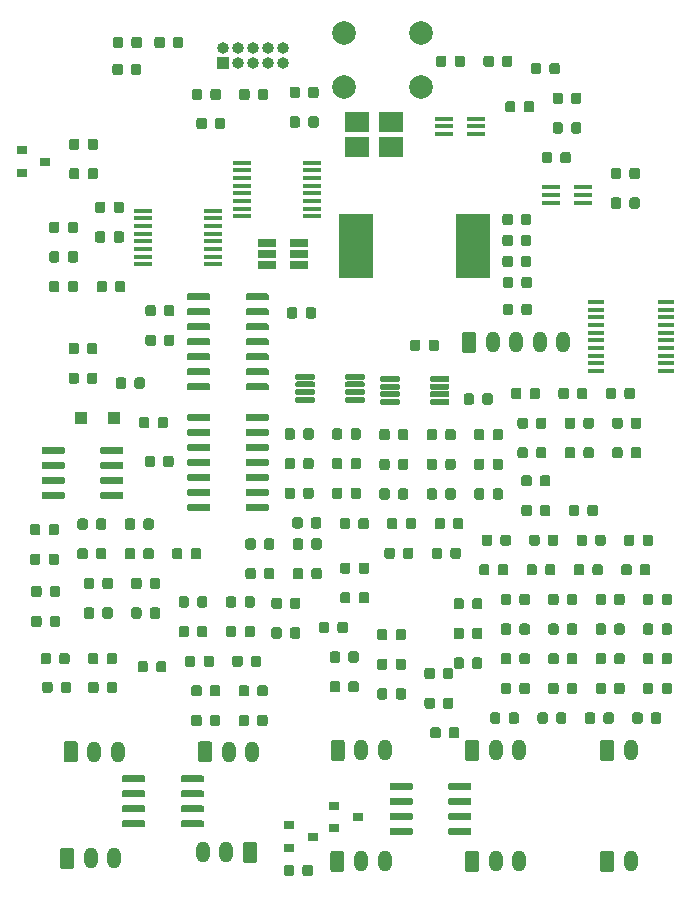
<source format=gbr>
G04 #@! TF.GenerationSoftware,KiCad,Pcbnew,5.1.5-52549c5~84~ubuntu18.04.1*
G04 #@! TF.CreationDate,2020-01-13T13:08:31-08:00*
G04 #@! TF.ProjectId,Extention Boards,45787465-6e74-4696-9f6e-20426f617264,rev?*
G04 #@! TF.SameCoordinates,Original*
G04 #@! TF.FileFunction,Copper,L2,Bot*
G04 #@! TF.FilePolarity,Positive*
%FSLAX46Y46*%
G04 Gerber Fmt 4.6, Leading zero omitted, Abs format (unit mm)*
G04 Created by KiCad (PCBNEW 5.1.5-52549c5~84~ubuntu18.04.1) date 2020-01-13 13:08:31*
%MOMM*%
%LPD*%
G04 APERTURE LIST*
%ADD10C,0.100000*%
%ADD11R,1.100000X1.100000*%
%ADD12O,1.200000X1.800000*%
%ADD13R,1.000000X1.000000*%
%ADD14O,1.000000X1.000000*%
%ADD15R,2.900000X5.400000*%
%ADD16R,0.900000X0.800000*%
%ADD17C,2.000000*%
%ADD18R,1.560000X0.650000*%
%ADD19R,1.500000X0.400000*%
%ADD20R,1.500000X0.450000*%
%ADD21R,1.450000X0.450000*%
%ADD22R,2.100000X1.725000*%
G04 APERTURE END LIST*
G04 #@! TA.AperFunction,SMDPad,CuDef*
D10*
G36*
X68708692Y-107815052D02*
G01*
X68729927Y-107818202D01*
X68750751Y-107823418D01*
X68770963Y-107830650D01*
X68790369Y-107839829D01*
X68808782Y-107850865D01*
X68826025Y-107863653D01*
X68841931Y-107878069D01*
X68856347Y-107893975D01*
X68869135Y-107911218D01*
X68880171Y-107929631D01*
X68889350Y-107949037D01*
X68896582Y-107969249D01*
X68901798Y-107990073D01*
X68904948Y-108011308D01*
X68906001Y-108032749D01*
X68906001Y-108545249D01*
X68904948Y-108566690D01*
X68901798Y-108587925D01*
X68896582Y-108608749D01*
X68889350Y-108628961D01*
X68880171Y-108648367D01*
X68869135Y-108666780D01*
X68856347Y-108684023D01*
X68841931Y-108699929D01*
X68826025Y-108714345D01*
X68808782Y-108727133D01*
X68790369Y-108738169D01*
X68770963Y-108747348D01*
X68750751Y-108754580D01*
X68729927Y-108759796D01*
X68708692Y-108762946D01*
X68687251Y-108763999D01*
X68249751Y-108763999D01*
X68228310Y-108762946D01*
X68207075Y-108759796D01*
X68186251Y-108754580D01*
X68166039Y-108747348D01*
X68146633Y-108738169D01*
X68128220Y-108727133D01*
X68110977Y-108714345D01*
X68095071Y-108699929D01*
X68080655Y-108684023D01*
X68067867Y-108666780D01*
X68056831Y-108648367D01*
X68047652Y-108628961D01*
X68040420Y-108608749D01*
X68035204Y-108587925D01*
X68032054Y-108566690D01*
X68031001Y-108545249D01*
X68031001Y-108032749D01*
X68032054Y-108011308D01*
X68035204Y-107990073D01*
X68040420Y-107969249D01*
X68047652Y-107949037D01*
X68056831Y-107929631D01*
X68067867Y-107911218D01*
X68080655Y-107893975D01*
X68095071Y-107878069D01*
X68110977Y-107863653D01*
X68128220Y-107850865D01*
X68146633Y-107839829D01*
X68166039Y-107830650D01*
X68186251Y-107823418D01*
X68207075Y-107818202D01*
X68228310Y-107815052D01*
X68249751Y-107813999D01*
X68687251Y-107813999D01*
X68708692Y-107815052D01*
G37*
G04 #@! TD.AperFunction*
G04 #@! TA.AperFunction,SMDPad,CuDef*
G36*
X67133692Y-107815052D02*
G01*
X67154927Y-107818202D01*
X67175751Y-107823418D01*
X67195963Y-107830650D01*
X67215369Y-107839829D01*
X67233782Y-107850865D01*
X67251025Y-107863653D01*
X67266931Y-107878069D01*
X67281347Y-107893975D01*
X67294135Y-107911218D01*
X67305171Y-107929631D01*
X67314350Y-107949037D01*
X67321582Y-107969249D01*
X67326798Y-107990073D01*
X67329948Y-108011308D01*
X67331001Y-108032749D01*
X67331001Y-108545249D01*
X67329948Y-108566690D01*
X67326798Y-108587925D01*
X67321582Y-108608749D01*
X67314350Y-108628961D01*
X67305171Y-108648367D01*
X67294135Y-108666780D01*
X67281347Y-108684023D01*
X67266931Y-108699929D01*
X67251025Y-108714345D01*
X67233782Y-108727133D01*
X67215369Y-108738169D01*
X67195963Y-108747348D01*
X67175751Y-108754580D01*
X67154927Y-108759796D01*
X67133692Y-108762946D01*
X67112251Y-108763999D01*
X66674751Y-108763999D01*
X66653310Y-108762946D01*
X66632075Y-108759796D01*
X66611251Y-108754580D01*
X66591039Y-108747348D01*
X66571633Y-108738169D01*
X66553220Y-108727133D01*
X66535977Y-108714345D01*
X66520071Y-108699929D01*
X66505655Y-108684023D01*
X66492867Y-108666780D01*
X66481831Y-108648367D01*
X66472652Y-108628961D01*
X66465420Y-108608749D01*
X66460204Y-108587925D01*
X66457054Y-108566690D01*
X66456001Y-108545249D01*
X66456001Y-108032749D01*
X66457054Y-108011308D01*
X66460204Y-107990073D01*
X66465420Y-107969249D01*
X66472652Y-107949037D01*
X66481831Y-107929631D01*
X66492867Y-107911218D01*
X66505655Y-107893975D01*
X66520071Y-107878069D01*
X66535977Y-107863653D01*
X66553220Y-107850865D01*
X66571633Y-107839829D01*
X66591039Y-107830650D01*
X66611251Y-107823418D01*
X66632075Y-107818202D01*
X66653310Y-107815052D01*
X66674751Y-107813999D01*
X67112251Y-107813999D01*
X67133692Y-107815052D01*
G37*
G04 #@! TD.AperFunction*
G04 #@! TA.AperFunction,SMDPad,CuDef*
G36*
X60412691Y-105698053D02*
G01*
X60433926Y-105701203D01*
X60454750Y-105706419D01*
X60474962Y-105713651D01*
X60494368Y-105722830D01*
X60512781Y-105733866D01*
X60530024Y-105746654D01*
X60545930Y-105761070D01*
X60560346Y-105776976D01*
X60573134Y-105794219D01*
X60584170Y-105812632D01*
X60593349Y-105832038D01*
X60600581Y-105852250D01*
X60605797Y-105873074D01*
X60608947Y-105894309D01*
X60610000Y-105915750D01*
X60610000Y-106428250D01*
X60608947Y-106449691D01*
X60605797Y-106470926D01*
X60600581Y-106491750D01*
X60593349Y-106511962D01*
X60584170Y-106531368D01*
X60573134Y-106549781D01*
X60560346Y-106567024D01*
X60545930Y-106582930D01*
X60530024Y-106597346D01*
X60512781Y-106610134D01*
X60494368Y-106621170D01*
X60474962Y-106630349D01*
X60454750Y-106637581D01*
X60433926Y-106642797D01*
X60412691Y-106645947D01*
X60391250Y-106647000D01*
X59953750Y-106647000D01*
X59932309Y-106645947D01*
X59911074Y-106642797D01*
X59890250Y-106637581D01*
X59870038Y-106630349D01*
X59850632Y-106621170D01*
X59832219Y-106610134D01*
X59814976Y-106597346D01*
X59799070Y-106582930D01*
X59784654Y-106567024D01*
X59771866Y-106549781D01*
X59760830Y-106531368D01*
X59751651Y-106511962D01*
X59744419Y-106491750D01*
X59739203Y-106470926D01*
X59736053Y-106449691D01*
X59735000Y-106428250D01*
X59735000Y-105915750D01*
X59736053Y-105894309D01*
X59739203Y-105873074D01*
X59744419Y-105852250D01*
X59751651Y-105832038D01*
X59760830Y-105812632D01*
X59771866Y-105794219D01*
X59784654Y-105776976D01*
X59799070Y-105761070D01*
X59814976Y-105746654D01*
X59832219Y-105733866D01*
X59850632Y-105722830D01*
X59870038Y-105713651D01*
X59890250Y-105706419D01*
X59911074Y-105701203D01*
X59932309Y-105698053D01*
X59953750Y-105697000D01*
X60391250Y-105697000D01*
X60412691Y-105698053D01*
G37*
G04 #@! TD.AperFunction*
G04 #@! TA.AperFunction,SMDPad,CuDef*
G36*
X61987691Y-105698053D02*
G01*
X62008926Y-105701203D01*
X62029750Y-105706419D01*
X62049962Y-105713651D01*
X62069368Y-105722830D01*
X62087781Y-105733866D01*
X62105024Y-105746654D01*
X62120930Y-105761070D01*
X62135346Y-105776976D01*
X62148134Y-105794219D01*
X62159170Y-105812632D01*
X62168349Y-105832038D01*
X62175581Y-105852250D01*
X62180797Y-105873074D01*
X62183947Y-105894309D01*
X62185000Y-105915750D01*
X62185000Y-106428250D01*
X62183947Y-106449691D01*
X62180797Y-106470926D01*
X62175581Y-106491750D01*
X62168349Y-106511962D01*
X62159170Y-106531368D01*
X62148134Y-106549781D01*
X62135346Y-106567024D01*
X62120930Y-106582930D01*
X62105024Y-106597346D01*
X62087781Y-106610134D01*
X62069368Y-106621170D01*
X62049962Y-106630349D01*
X62029750Y-106637581D01*
X62008926Y-106642797D01*
X61987691Y-106645947D01*
X61966250Y-106647000D01*
X61528750Y-106647000D01*
X61507309Y-106645947D01*
X61486074Y-106642797D01*
X61465250Y-106637581D01*
X61445038Y-106630349D01*
X61425632Y-106621170D01*
X61407219Y-106610134D01*
X61389976Y-106597346D01*
X61374070Y-106582930D01*
X61359654Y-106567024D01*
X61346866Y-106549781D01*
X61335830Y-106531368D01*
X61326651Y-106511962D01*
X61319419Y-106491750D01*
X61314203Y-106470926D01*
X61311053Y-106449691D01*
X61310000Y-106428250D01*
X61310000Y-105915750D01*
X61311053Y-105894309D01*
X61314203Y-105873074D01*
X61319419Y-105852250D01*
X61326651Y-105832038D01*
X61335830Y-105812632D01*
X61346866Y-105794219D01*
X61359654Y-105776976D01*
X61374070Y-105761070D01*
X61389976Y-105746654D01*
X61407219Y-105733866D01*
X61425632Y-105722830D01*
X61445038Y-105713651D01*
X61465250Y-105706419D01*
X61486074Y-105701203D01*
X61507309Y-105698053D01*
X61528750Y-105697000D01*
X61966250Y-105697000D01*
X61987691Y-105698053D01*
G37*
G04 #@! TD.AperFunction*
G04 #@! TA.AperFunction,SMDPad,CuDef*
G36*
X94872692Y-155593052D02*
G01*
X94893927Y-155596202D01*
X94914751Y-155601418D01*
X94934963Y-155608650D01*
X94954369Y-155617829D01*
X94972782Y-155628865D01*
X94990025Y-155641653D01*
X95005931Y-155656069D01*
X95020347Y-155671975D01*
X95033135Y-155689218D01*
X95044171Y-155707631D01*
X95053350Y-155727037D01*
X95060582Y-155747249D01*
X95065798Y-155768073D01*
X95068948Y-155789308D01*
X95070001Y-155810749D01*
X95070001Y-156323249D01*
X95068948Y-156344690D01*
X95065798Y-156365925D01*
X95060582Y-156386749D01*
X95053350Y-156406961D01*
X95044171Y-156426367D01*
X95033135Y-156444780D01*
X95020347Y-156462023D01*
X95005931Y-156477929D01*
X94990025Y-156492345D01*
X94972782Y-156505133D01*
X94954369Y-156516169D01*
X94934963Y-156525348D01*
X94914751Y-156532580D01*
X94893927Y-156537796D01*
X94872692Y-156540946D01*
X94851251Y-156541999D01*
X94413751Y-156541999D01*
X94392310Y-156540946D01*
X94371075Y-156537796D01*
X94350251Y-156532580D01*
X94330039Y-156525348D01*
X94310633Y-156516169D01*
X94292220Y-156505133D01*
X94274977Y-156492345D01*
X94259071Y-156477929D01*
X94244655Y-156462023D01*
X94231867Y-156444780D01*
X94220831Y-156426367D01*
X94211652Y-156406961D01*
X94204420Y-156386749D01*
X94199204Y-156365925D01*
X94196054Y-156344690D01*
X94195001Y-156323249D01*
X94195001Y-155810749D01*
X94196054Y-155789308D01*
X94199204Y-155768073D01*
X94204420Y-155747249D01*
X94211652Y-155727037D01*
X94220831Y-155707631D01*
X94231867Y-155689218D01*
X94244655Y-155671975D01*
X94259071Y-155656069D01*
X94274977Y-155641653D01*
X94292220Y-155628865D01*
X94310633Y-155617829D01*
X94330039Y-155608650D01*
X94350251Y-155601418D01*
X94371075Y-155596202D01*
X94392310Y-155593052D01*
X94413751Y-155591999D01*
X94851251Y-155591999D01*
X94872692Y-155593052D01*
G37*
G04 #@! TD.AperFunction*
G04 #@! TA.AperFunction,SMDPad,CuDef*
G36*
X93297692Y-155593052D02*
G01*
X93318927Y-155596202D01*
X93339751Y-155601418D01*
X93359963Y-155608650D01*
X93379369Y-155617829D01*
X93397782Y-155628865D01*
X93415025Y-155641653D01*
X93430931Y-155656069D01*
X93445347Y-155671975D01*
X93458135Y-155689218D01*
X93469171Y-155707631D01*
X93478350Y-155727037D01*
X93485582Y-155747249D01*
X93490798Y-155768073D01*
X93493948Y-155789308D01*
X93495001Y-155810749D01*
X93495001Y-156323249D01*
X93493948Y-156344690D01*
X93490798Y-156365925D01*
X93485582Y-156386749D01*
X93478350Y-156406961D01*
X93469171Y-156426367D01*
X93458135Y-156444780D01*
X93445347Y-156462023D01*
X93430931Y-156477929D01*
X93415025Y-156492345D01*
X93397782Y-156505133D01*
X93379369Y-156516169D01*
X93359963Y-156525348D01*
X93339751Y-156532580D01*
X93318927Y-156537796D01*
X93297692Y-156540946D01*
X93276251Y-156541999D01*
X92838751Y-156541999D01*
X92817310Y-156540946D01*
X92796075Y-156537796D01*
X92775251Y-156532580D01*
X92755039Y-156525348D01*
X92735633Y-156516169D01*
X92717220Y-156505133D01*
X92699977Y-156492345D01*
X92684071Y-156477929D01*
X92669655Y-156462023D01*
X92656867Y-156444780D01*
X92645831Y-156426367D01*
X92636652Y-156406961D01*
X92629420Y-156386749D01*
X92624204Y-156365925D01*
X92621054Y-156344690D01*
X92620001Y-156323249D01*
X92620001Y-155810749D01*
X92621054Y-155789308D01*
X92624204Y-155768073D01*
X92629420Y-155747249D01*
X92636652Y-155727037D01*
X92645831Y-155707631D01*
X92656867Y-155689218D01*
X92669655Y-155671975D01*
X92684071Y-155656069D01*
X92699977Y-155641653D01*
X92717220Y-155628865D01*
X92735633Y-155617829D01*
X92755039Y-155608650D01*
X92775251Y-155601418D01*
X92796075Y-155596202D01*
X92817310Y-155593052D01*
X92838751Y-155591999D01*
X93276251Y-155591999D01*
X93297692Y-155593052D01*
G37*
G04 #@! TD.AperFunction*
G04 #@! TA.AperFunction,SMDPad,CuDef*
G36*
X97307692Y-158103052D02*
G01*
X97328927Y-158106202D01*
X97349751Y-158111418D01*
X97369963Y-158118650D01*
X97389369Y-158127829D01*
X97407782Y-158138865D01*
X97425025Y-158151653D01*
X97440931Y-158166069D01*
X97455347Y-158181975D01*
X97468135Y-158199218D01*
X97479171Y-158217631D01*
X97488350Y-158237037D01*
X97495582Y-158257249D01*
X97500798Y-158278073D01*
X97503948Y-158299308D01*
X97505001Y-158320749D01*
X97505001Y-158833249D01*
X97503948Y-158854690D01*
X97500798Y-158875925D01*
X97495582Y-158896749D01*
X97488350Y-158916961D01*
X97479171Y-158936367D01*
X97468135Y-158954780D01*
X97455347Y-158972023D01*
X97440931Y-158987929D01*
X97425025Y-159002345D01*
X97407782Y-159015133D01*
X97389369Y-159026169D01*
X97369963Y-159035348D01*
X97349751Y-159042580D01*
X97328927Y-159047796D01*
X97307692Y-159050946D01*
X97286251Y-159051999D01*
X96848751Y-159051999D01*
X96827310Y-159050946D01*
X96806075Y-159047796D01*
X96785251Y-159042580D01*
X96765039Y-159035348D01*
X96745633Y-159026169D01*
X96727220Y-159015133D01*
X96709977Y-159002345D01*
X96694071Y-158987929D01*
X96679655Y-158972023D01*
X96666867Y-158954780D01*
X96655831Y-158936367D01*
X96646652Y-158916961D01*
X96639420Y-158896749D01*
X96634204Y-158875925D01*
X96631054Y-158854690D01*
X96630001Y-158833249D01*
X96630001Y-158320749D01*
X96631054Y-158299308D01*
X96634204Y-158278073D01*
X96639420Y-158257249D01*
X96646652Y-158237037D01*
X96655831Y-158217631D01*
X96666867Y-158199218D01*
X96679655Y-158181975D01*
X96694071Y-158166069D01*
X96709977Y-158151653D01*
X96727220Y-158138865D01*
X96745633Y-158127829D01*
X96765039Y-158118650D01*
X96785251Y-158111418D01*
X96806075Y-158106202D01*
X96827310Y-158103052D01*
X96848751Y-158101999D01*
X97286251Y-158101999D01*
X97307692Y-158103052D01*
G37*
G04 #@! TD.AperFunction*
G04 #@! TA.AperFunction,SMDPad,CuDef*
G36*
X98882692Y-158103052D02*
G01*
X98903927Y-158106202D01*
X98924751Y-158111418D01*
X98944963Y-158118650D01*
X98964369Y-158127829D01*
X98982782Y-158138865D01*
X99000025Y-158151653D01*
X99015931Y-158166069D01*
X99030347Y-158181975D01*
X99043135Y-158199218D01*
X99054171Y-158217631D01*
X99063350Y-158237037D01*
X99070582Y-158257249D01*
X99075798Y-158278073D01*
X99078948Y-158299308D01*
X99080001Y-158320749D01*
X99080001Y-158833249D01*
X99078948Y-158854690D01*
X99075798Y-158875925D01*
X99070582Y-158896749D01*
X99063350Y-158916961D01*
X99054171Y-158936367D01*
X99043135Y-158954780D01*
X99030347Y-158972023D01*
X99015931Y-158987929D01*
X99000025Y-159002345D01*
X98982782Y-159015133D01*
X98964369Y-159026169D01*
X98944963Y-159035348D01*
X98924751Y-159042580D01*
X98903927Y-159047796D01*
X98882692Y-159050946D01*
X98861251Y-159051999D01*
X98423751Y-159051999D01*
X98402310Y-159050946D01*
X98381075Y-159047796D01*
X98360251Y-159042580D01*
X98340039Y-159035348D01*
X98320633Y-159026169D01*
X98302220Y-159015133D01*
X98284977Y-159002345D01*
X98269071Y-158987929D01*
X98254655Y-158972023D01*
X98241867Y-158954780D01*
X98230831Y-158936367D01*
X98221652Y-158916961D01*
X98214420Y-158896749D01*
X98209204Y-158875925D01*
X98206054Y-158854690D01*
X98205001Y-158833249D01*
X98205001Y-158320749D01*
X98206054Y-158299308D01*
X98209204Y-158278073D01*
X98214420Y-158257249D01*
X98221652Y-158237037D01*
X98230831Y-158217631D01*
X98241867Y-158199218D01*
X98254655Y-158181975D01*
X98269071Y-158166069D01*
X98284977Y-158151653D01*
X98302220Y-158138865D01*
X98320633Y-158127829D01*
X98340039Y-158118650D01*
X98360251Y-158111418D01*
X98381075Y-158106202D01*
X98402310Y-158103052D01*
X98423751Y-158101999D01*
X98861251Y-158101999D01*
X98882692Y-158103052D01*
G37*
G04 #@! TD.AperFunction*
G04 #@! TA.AperFunction,SMDPad,CuDef*
G36*
X90862692Y-150943052D02*
G01*
X90883927Y-150946202D01*
X90904751Y-150951418D01*
X90924963Y-150958650D01*
X90944369Y-150967829D01*
X90962782Y-150978865D01*
X90980025Y-150991653D01*
X90995931Y-151006069D01*
X91010347Y-151021975D01*
X91023135Y-151039218D01*
X91034171Y-151057631D01*
X91043350Y-151077037D01*
X91050582Y-151097249D01*
X91055798Y-151118073D01*
X91058948Y-151139308D01*
X91060001Y-151160749D01*
X91060001Y-151673249D01*
X91058948Y-151694690D01*
X91055798Y-151715925D01*
X91050582Y-151736749D01*
X91043350Y-151756961D01*
X91034171Y-151776367D01*
X91023135Y-151794780D01*
X91010347Y-151812023D01*
X90995931Y-151827929D01*
X90980025Y-151842345D01*
X90962782Y-151855133D01*
X90944369Y-151866169D01*
X90924963Y-151875348D01*
X90904751Y-151882580D01*
X90883927Y-151887796D01*
X90862692Y-151890946D01*
X90841251Y-151891999D01*
X90403751Y-151891999D01*
X90382310Y-151890946D01*
X90361075Y-151887796D01*
X90340251Y-151882580D01*
X90320039Y-151875348D01*
X90300633Y-151866169D01*
X90282220Y-151855133D01*
X90264977Y-151842345D01*
X90249071Y-151827929D01*
X90234655Y-151812023D01*
X90221867Y-151794780D01*
X90210831Y-151776367D01*
X90201652Y-151756961D01*
X90194420Y-151736749D01*
X90189204Y-151715925D01*
X90186054Y-151694690D01*
X90185001Y-151673249D01*
X90185001Y-151160749D01*
X90186054Y-151139308D01*
X90189204Y-151118073D01*
X90194420Y-151097249D01*
X90201652Y-151077037D01*
X90210831Y-151057631D01*
X90221867Y-151039218D01*
X90234655Y-151021975D01*
X90249071Y-151006069D01*
X90264977Y-150991653D01*
X90282220Y-150978865D01*
X90300633Y-150967829D01*
X90320039Y-150958650D01*
X90340251Y-150951418D01*
X90361075Y-150946202D01*
X90382310Y-150943052D01*
X90403751Y-150941999D01*
X90841251Y-150941999D01*
X90862692Y-150943052D01*
G37*
G04 #@! TD.AperFunction*
G04 #@! TA.AperFunction,SMDPad,CuDef*
G36*
X89287692Y-150943052D02*
G01*
X89308927Y-150946202D01*
X89329751Y-150951418D01*
X89349963Y-150958650D01*
X89369369Y-150967829D01*
X89387782Y-150978865D01*
X89405025Y-150991653D01*
X89420931Y-151006069D01*
X89435347Y-151021975D01*
X89448135Y-151039218D01*
X89459171Y-151057631D01*
X89468350Y-151077037D01*
X89475582Y-151097249D01*
X89480798Y-151118073D01*
X89483948Y-151139308D01*
X89485001Y-151160749D01*
X89485001Y-151673249D01*
X89483948Y-151694690D01*
X89480798Y-151715925D01*
X89475582Y-151736749D01*
X89468350Y-151756961D01*
X89459171Y-151776367D01*
X89448135Y-151794780D01*
X89435347Y-151812023D01*
X89420931Y-151827929D01*
X89405025Y-151842345D01*
X89387782Y-151855133D01*
X89369369Y-151866169D01*
X89349963Y-151875348D01*
X89329751Y-151882580D01*
X89308927Y-151887796D01*
X89287692Y-151890946D01*
X89266251Y-151891999D01*
X88828751Y-151891999D01*
X88807310Y-151890946D01*
X88786075Y-151887796D01*
X88765251Y-151882580D01*
X88745039Y-151875348D01*
X88725633Y-151866169D01*
X88707220Y-151855133D01*
X88689977Y-151842345D01*
X88674071Y-151827929D01*
X88659655Y-151812023D01*
X88646867Y-151794780D01*
X88635831Y-151776367D01*
X88626652Y-151756961D01*
X88619420Y-151736749D01*
X88614204Y-151715925D01*
X88611054Y-151694690D01*
X88610001Y-151673249D01*
X88610001Y-151160749D01*
X88611054Y-151139308D01*
X88614204Y-151118073D01*
X88619420Y-151097249D01*
X88626652Y-151077037D01*
X88635831Y-151057631D01*
X88646867Y-151039218D01*
X88659655Y-151021975D01*
X88674071Y-151006069D01*
X88689977Y-150991653D01*
X88707220Y-150978865D01*
X88725633Y-150967829D01*
X88745039Y-150958650D01*
X88765251Y-150951418D01*
X88786075Y-150946202D01*
X88807310Y-150943052D01*
X88828751Y-150941999D01*
X89266251Y-150941999D01*
X89287692Y-150943052D01*
G37*
G04 #@! TD.AperFunction*
G04 #@! TA.AperFunction,SMDPad,CuDef*
G36*
X76562692Y-136563052D02*
G01*
X76583927Y-136566202D01*
X76604751Y-136571418D01*
X76624963Y-136578650D01*
X76644369Y-136587829D01*
X76662782Y-136598865D01*
X76680025Y-136611653D01*
X76695931Y-136626069D01*
X76710347Y-136641975D01*
X76723135Y-136659218D01*
X76734171Y-136677631D01*
X76743350Y-136697037D01*
X76750582Y-136717249D01*
X76755798Y-136738073D01*
X76758948Y-136759308D01*
X76760001Y-136780749D01*
X76760001Y-137293249D01*
X76758948Y-137314690D01*
X76755798Y-137335925D01*
X76750582Y-137356749D01*
X76743350Y-137376961D01*
X76734171Y-137396367D01*
X76723135Y-137414780D01*
X76710347Y-137432023D01*
X76695931Y-137447929D01*
X76680025Y-137462345D01*
X76662782Y-137475133D01*
X76644369Y-137486169D01*
X76624963Y-137495348D01*
X76604751Y-137502580D01*
X76583927Y-137507796D01*
X76562692Y-137510946D01*
X76541251Y-137511999D01*
X76103751Y-137511999D01*
X76082310Y-137510946D01*
X76061075Y-137507796D01*
X76040251Y-137502580D01*
X76020039Y-137495348D01*
X76000633Y-137486169D01*
X75982220Y-137475133D01*
X75964977Y-137462345D01*
X75949071Y-137447929D01*
X75934655Y-137432023D01*
X75921867Y-137414780D01*
X75910831Y-137396367D01*
X75901652Y-137376961D01*
X75894420Y-137356749D01*
X75889204Y-137335925D01*
X75886054Y-137314690D01*
X75885001Y-137293249D01*
X75885001Y-136780749D01*
X75886054Y-136759308D01*
X75889204Y-136738073D01*
X75894420Y-136717249D01*
X75901652Y-136697037D01*
X75910831Y-136677631D01*
X75921867Y-136659218D01*
X75934655Y-136641975D01*
X75949071Y-136626069D01*
X75964977Y-136611653D01*
X75982220Y-136598865D01*
X76000633Y-136587829D01*
X76020039Y-136578650D01*
X76040251Y-136571418D01*
X76061075Y-136566202D01*
X76082310Y-136563052D01*
X76103751Y-136561999D01*
X76541251Y-136561999D01*
X76562692Y-136563052D01*
G37*
G04 #@! TD.AperFunction*
G04 #@! TA.AperFunction,SMDPad,CuDef*
G36*
X74987692Y-136563052D02*
G01*
X75008927Y-136566202D01*
X75029751Y-136571418D01*
X75049963Y-136578650D01*
X75069369Y-136587829D01*
X75087782Y-136598865D01*
X75105025Y-136611653D01*
X75120931Y-136626069D01*
X75135347Y-136641975D01*
X75148135Y-136659218D01*
X75159171Y-136677631D01*
X75168350Y-136697037D01*
X75175582Y-136717249D01*
X75180798Y-136738073D01*
X75183948Y-136759308D01*
X75185001Y-136780749D01*
X75185001Y-137293249D01*
X75183948Y-137314690D01*
X75180798Y-137335925D01*
X75175582Y-137356749D01*
X75168350Y-137376961D01*
X75159171Y-137396367D01*
X75148135Y-137414780D01*
X75135347Y-137432023D01*
X75120931Y-137447929D01*
X75105025Y-137462345D01*
X75087782Y-137475133D01*
X75069369Y-137486169D01*
X75049963Y-137495348D01*
X75029751Y-137502580D01*
X75008927Y-137507796D01*
X74987692Y-137510946D01*
X74966251Y-137511999D01*
X74528751Y-137511999D01*
X74507310Y-137510946D01*
X74486075Y-137507796D01*
X74465251Y-137502580D01*
X74445039Y-137495348D01*
X74425633Y-137486169D01*
X74407220Y-137475133D01*
X74389977Y-137462345D01*
X74374071Y-137447929D01*
X74359655Y-137432023D01*
X74346867Y-137414780D01*
X74335831Y-137396367D01*
X74326652Y-137376961D01*
X74319420Y-137356749D01*
X74314204Y-137335925D01*
X74311054Y-137314690D01*
X74310001Y-137293249D01*
X74310001Y-136780749D01*
X74311054Y-136759308D01*
X74314204Y-136738073D01*
X74319420Y-136717249D01*
X74326652Y-136697037D01*
X74335831Y-136677631D01*
X74346867Y-136659218D01*
X74359655Y-136641975D01*
X74374071Y-136626069D01*
X74389977Y-136611653D01*
X74407220Y-136598865D01*
X74425633Y-136587829D01*
X74445039Y-136578650D01*
X74465251Y-136571418D01*
X74486075Y-136566202D01*
X74507310Y-136563052D01*
X74528751Y-136561999D01*
X74966251Y-136561999D01*
X74987692Y-136563052D01*
G37*
G04 #@! TD.AperFunction*
G04 #@! TA.AperFunction,SMDPad,CuDef*
G36*
X85242692Y-144153052D02*
G01*
X85263927Y-144156202D01*
X85284751Y-144161418D01*
X85304963Y-144168650D01*
X85324369Y-144177829D01*
X85342782Y-144188865D01*
X85360025Y-144201653D01*
X85375931Y-144216069D01*
X85390347Y-144231975D01*
X85403135Y-144249218D01*
X85414171Y-144267631D01*
X85423350Y-144287037D01*
X85430582Y-144307249D01*
X85435798Y-144328073D01*
X85438948Y-144349308D01*
X85440001Y-144370749D01*
X85440001Y-144883249D01*
X85438948Y-144904690D01*
X85435798Y-144925925D01*
X85430582Y-144946749D01*
X85423350Y-144966961D01*
X85414171Y-144986367D01*
X85403135Y-145004780D01*
X85390347Y-145022023D01*
X85375931Y-145037929D01*
X85360025Y-145052345D01*
X85342782Y-145065133D01*
X85324369Y-145076169D01*
X85304963Y-145085348D01*
X85284751Y-145092580D01*
X85263927Y-145097796D01*
X85242692Y-145100946D01*
X85221251Y-145101999D01*
X84783751Y-145101999D01*
X84762310Y-145100946D01*
X84741075Y-145097796D01*
X84720251Y-145092580D01*
X84700039Y-145085348D01*
X84680633Y-145076169D01*
X84662220Y-145065133D01*
X84644977Y-145052345D01*
X84629071Y-145037929D01*
X84614655Y-145022023D01*
X84601867Y-145004780D01*
X84590831Y-144986367D01*
X84581652Y-144966961D01*
X84574420Y-144946749D01*
X84569204Y-144925925D01*
X84566054Y-144904690D01*
X84565001Y-144883249D01*
X84565001Y-144370749D01*
X84566054Y-144349308D01*
X84569204Y-144328073D01*
X84574420Y-144307249D01*
X84581652Y-144287037D01*
X84590831Y-144267631D01*
X84601867Y-144249218D01*
X84614655Y-144231975D01*
X84629071Y-144216069D01*
X84644977Y-144201653D01*
X84662220Y-144188865D01*
X84680633Y-144177829D01*
X84700039Y-144168650D01*
X84720251Y-144161418D01*
X84741075Y-144156202D01*
X84762310Y-144153052D01*
X84783751Y-144151999D01*
X85221251Y-144151999D01*
X85242692Y-144153052D01*
G37*
G04 #@! TD.AperFunction*
G04 #@! TA.AperFunction,SMDPad,CuDef*
G36*
X83667692Y-144153052D02*
G01*
X83688927Y-144156202D01*
X83709751Y-144161418D01*
X83729963Y-144168650D01*
X83749369Y-144177829D01*
X83767782Y-144188865D01*
X83785025Y-144201653D01*
X83800931Y-144216069D01*
X83815347Y-144231975D01*
X83828135Y-144249218D01*
X83839171Y-144267631D01*
X83848350Y-144287037D01*
X83855582Y-144307249D01*
X83860798Y-144328073D01*
X83863948Y-144349308D01*
X83865001Y-144370749D01*
X83865001Y-144883249D01*
X83863948Y-144904690D01*
X83860798Y-144925925D01*
X83855582Y-144946749D01*
X83848350Y-144966961D01*
X83839171Y-144986367D01*
X83828135Y-145004780D01*
X83815347Y-145022023D01*
X83800931Y-145037929D01*
X83785025Y-145052345D01*
X83767782Y-145065133D01*
X83749369Y-145076169D01*
X83729963Y-145085348D01*
X83709751Y-145092580D01*
X83688927Y-145097796D01*
X83667692Y-145100946D01*
X83646251Y-145101999D01*
X83208751Y-145101999D01*
X83187310Y-145100946D01*
X83166075Y-145097796D01*
X83145251Y-145092580D01*
X83125039Y-145085348D01*
X83105633Y-145076169D01*
X83087220Y-145065133D01*
X83069977Y-145052345D01*
X83054071Y-145037929D01*
X83039655Y-145022023D01*
X83026867Y-145004780D01*
X83015831Y-144986367D01*
X83006652Y-144966961D01*
X82999420Y-144946749D01*
X82994204Y-144925925D01*
X82991054Y-144904690D01*
X82990001Y-144883249D01*
X82990001Y-144370749D01*
X82991054Y-144349308D01*
X82994204Y-144328073D01*
X82999420Y-144307249D01*
X83006652Y-144287037D01*
X83015831Y-144267631D01*
X83026867Y-144249218D01*
X83039655Y-144231975D01*
X83054071Y-144216069D01*
X83069977Y-144201653D01*
X83087220Y-144188865D01*
X83105633Y-144177829D01*
X83125039Y-144168650D01*
X83145251Y-144161418D01*
X83166075Y-144156202D01*
X83187310Y-144153052D01*
X83208751Y-144151999D01*
X83646251Y-144151999D01*
X83667692Y-144153052D01*
G37*
G04 #@! TD.AperFunction*
G04 #@! TA.AperFunction,SMDPad,CuDef*
G36*
X94872692Y-158103052D02*
G01*
X94893927Y-158106202D01*
X94914751Y-158111418D01*
X94934963Y-158118650D01*
X94954369Y-158127829D01*
X94972782Y-158138865D01*
X94990025Y-158151653D01*
X95005931Y-158166069D01*
X95020347Y-158181975D01*
X95033135Y-158199218D01*
X95044171Y-158217631D01*
X95053350Y-158237037D01*
X95060582Y-158257249D01*
X95065798Y-158278073D01*
X95068948Y-158299308D01*
X95070001Y-158320749D01*
X95070001Y-158833249D01*
X95068948Y-158854690D01*
X95065798Y-158875925D01*
X95060582Y-158896749D01*
X95053350Y-158916961D01*
X95044171Y-158936367D01*
X95033135Y-158954780D01*
X95020347Y-158972023D01*
X95005931Y-158987929D01*
X94990025Y-159002345D01*
X94972782Y-159015133D01*
X94954369Y-159026169D01*
X94934963Y-159035348D01*
X94914751Y-159042580D01*
X94893927Y-159047796D01*
X94872692Y-159050946D01*
X94851251Y-159051999D01*
X94413751Y-159051999D01*
X94392310Y-159050946D01*
X94371075Y-159047796D01*
X94350251Y-159042580D01*
X94330039Y-159035348D01*
X94310633Y-159026169D01*
X94292220Y-159015133D01*
X94274977Y-159002345D01*
X94259071Y-158987929D01*
X94244655Y-158972023D01*
X94231867Y-158954780D01*
X94220831Y-158936367D01*
X94211652Y-158916961D01*
X94204420Y-158896749D01*
X94199204Y-158875925D01*
X94196054Y-158854690D01*
X94195001Y-158833249D01*
X94195001Y-158320749D01*
X94196054Y-158299308D01*
X94199204Y-158278073D01*
X94204420Y-158257249D01*
X94211652Y-158237037D01*
X94220831Y-158217631D01*
X94231867Y-158199218D01*
X94244655Y-158181975D01*
X94259071Y-158166069D01*
X94274977Y-158151653D01*
X94292220Y-158138865D01*
X94310633Y-158127829D01*
X94330039Y-158118650D01*
X94350251Y-158111418D01*
X94371075Y-158106202D01*
X94392310Y-158103052D01*
X94413751Y-158101999D01*
X94851251Y-158101999D01*
X94872692Y-158103052D01*
G37*
G04 #@! TD.AperFunction*
G04 #@! TA.AperFunction,SMDPad,CuDef*
G36*
X93297692Y-158103052D02*
G01*
X93318927Y-158106202D01*
X93339751Y-158111418D01*
X93359963Y-158118650D01*
X93379369Y-158127829D01*
X93397782Y-158138865D01*
X93415025Y-158151653D01*
X93430931Y-158166069D01*
X93445347Y-158181975D01*
X93458135Y-158199218D01*
X93469171Y-158217631D01*
X93478350Y-158237037D01*
X93485582Y-158257249D01*
X93490798Y-158278073D01*
X93493948Y-158299308D01*
X93495001Y-158320749D01*
X93495001Y-158833249D01*
X93493948Y-158854690D01*
X93490798Y-158875925D01*
X93485582Y-158896749D01*
X93478350Y-158916961D01*
X93469171Y-158936367D01*
X93458135Y-158954780D01*
X93445347Y-158972023D01*
X93430931Y-158987929D01*
X93415025Y-159002345D01*
X93397782Y-159015133D01*
X93379369Y-159026169D01*
X93359963Y-159035348D01*
X93339751Y-159042580D01*
X93318927Y-159047796D01*
X93297692Y-159050946D01*
X93276251Y-159051999D01*
X92838751Y-159051999D01*
X92817310Y-159050946D01*
X92796075Y-159047796D01*
X92775251Y-159042580D01*
X92755039Y-159035348D01*
X92735633Y-159026169D01*
X92717220Y-159015133D01*
X92699977Y-159002345D01*
X92684071Y-158987929D01*
X92669655Y-158972023D01*
X92656867Y-158954780D01*
X92645831Y-158936367D01*
X92636652Y-158916961D01*
X92629420Y-158896749D01*
X92624204Y-158875925D01*
X92621054Y-158854690D01*
X92620001Y-158833249D01*
X92620001Y-158320749D01*
X92621054Y-158299308D01*
X92624204Y-158278073D01*
X92629420Y-158257249D01*
X92636652Y-158237037D01*
X92645831Y-158217631D01*
X92656867Y-158199218D01*
X92669655Y-158181975D01*
X92684071Y-158166069D01*
X92699977Y-158151653D01*
X92717220Y-158138865D01*
X92735633Y-158127829D01*
X92755039Y-158118650D01*
X92775251Y-158111418D01*
X92796075Y-158106202D01*
X92817310Y-158103052D01*
X92838751Y-158101999D01*
X93276251Y-158101999D01*
X93297692Y-158103052D01*
G37*
G04 #@! TD.AperFunction*
G04 #@! TA.AperFunction,SMDPad,CuDef*
G36*
X83007692Y-141643052D02*
G01*
X83028927Y-141646202D01*
X83049751Y-141651418D01*
X83069963Y-141658650D01*
X83089369Y-141667829D01*
X83107782Y-141678865D01*
X83125025Y-141691653D01*
X83140931Y-141706069D01*
X83155347Y-141721975D01*
X83168135Y-141739218D01*
X83179171Y-141757631D01*
X83188350Y-141777037D01*
X83195582Y-141797249D01*
X83200798Y-141818073D01*
X83203948Y-141839308D01*
X83205001Y-141860749D01*
X83205001Y-142373249D01*
X83203948Y-142394690D01*
X83200798Y-142415925D01*
X83195582Y-142436749D01*
X83188350Y-142456961D01*
X83179171Y-142476367D01*
X83168135Y-142494780D01*
X83155347Y-142512023D01*
X83140931Y-142527929D01*
X83125025Y-142542345D01*
X83107782Y-142555133D01*
X83089369Y-142566169D01*
X83069963Y-142575348D01*
X83049751Y-142582580D01*
X83028927Y-142587796D01*
X83007692Y-142590946D01*
X82986251Y-142591999D01*
X82548751Y-142591999D01*
X82527310Y-142590946D01*
X82506075Y-142587796D01*
X82485251Y-142582580D01*
X82465039Y-142575348D01*
X82445633Y-142566169D01*
X82427220Y-142555133D01*
X82409977Y-142542345D01*
X82394071Y-142527929D01*
X82379655Y-142512023D01*
X82366867Y-142494780D01*
X82355831Y-142476367D01*
X82346652Y-142456961D01*
X82339420Y-142436749D01*
X82334204Y-142415925D01*
X82331054Y-142394690D01*
X82330001Y-142373249D01*
X82330001Y-141860749D01*
X82331054Y-141839308D01*
X82334204Y-141818073D01*
X82339420Y-141797249D01*
X82346652Y-141777037D01*
X82355831Y-141757631D01*
X82366867Y-141739218D01*
X82379655Y-141721975D01*
X82394071Y-141706069D01*
X82409977Y-141691653D01*
X82427220Y-141678865D01*
X82445633Y-141667829D01*
X82465039Y-141658650D01*
X82485251Y-141651418D01*
X82506075Y-141646202D01*
X82527310Y-141643052D01*
X82548751Y-141641999D01*
X82986251Y-141641999D01*
X83007692Y-141643052D01*
G37*
G04 #@! TD.AperFunction*
G04 #@! TA.AperFunction,SMDPad,CuDef*
G36*
X84582692Y-141643052D02*
G01*
X84603927Y-141646202D01*
X84624751Y-141651418D01*
X84644963Y-141658650D01*
X84664369Y-141667829D01*
X84682782Y-141678865D01*
X84700025Y-141691653D01*
X84715931Y-141706069D01*
X84730347Y-141721975D01*
X84743135Y-141739218D01*
X84754171Y-141757631D01*
X84763350Y-141777037D01*
X84770582Y-141797249D01*
X84775798Y-141818073D01*
X84778948Y-141839308D01*
X84780001Y-141860749D01*
X84780001Y-142373249D01*
X84778948Y-142394690D01*
X84775798Y-142415925D01*
X84770582Y-142436749D01*
X84763350Y-142456961D01*
X84754171Y-142476367D01*
X84743135Y-142494780D01*
X84730347Y-142512023D01*
X84715931Y-142527929D01*
X84700025Y-142542345D01*
X84682782Y-142555133D01*
X84664369Y-142566169D01*
X84644963Y-142575348D01*
X84624751Y-142582580D01*
X84603927Y-142587796D01*
X84582692Y-142590946D01*
X84561251Y-142591999D01*
X84123751Y-142591999D01*
X84102310Y-142590946D01*
X84081075Y-142587796D01*
X84060251Y-142582580D01*
X84040039Y-142575348D01*
X84020633Y-142566169D01*
X84002220Y-142555133D01*
X83984977Y-142542345D01*
X83969071Y-142527929D01*
X83954655Y-142512023D01*
X83941867Y-142494780D01*
X83930831Y-142476367D01*
X83921652Y-142456961D01*
X83914420Y-142436749D01*
X83909204Y-142415925D01*
X83906054Y-142394690D01*
X83905001Y-142373249D01*
X83905001Y-141860749D01*
X83906054Y-141839308D01*
X83909204Y-141818073D01*
X83914420Y-141797249D01*
X83921652Y-141777037D01*
X83930831Y-141757631D01*
X83941867Y-141739218D01*
X83954655Y-141721975D01*
X83969071Y-141706069D01*
X83984977Y-141691653D01*
X84002220Y-141678865D01*
X84020633Y-141667829D01*
X84040039Y-141658650D01*
X84060251Y-141651418D01*
X84081075Y-141646202D01*
X84102310Y-141643052D01*
X84123751Y-141641999D01*
X84561251Y-141641999D01*
X84582692Y-141643052D01*
G37*
G04 #@! TD.AperFunction*
G04 #@! TA.AperFunction,SMDPad,CuDef*
G36*
X98882692Y-155593052D02*
G01*
X98903927Y-155596202D01*
X98924751Y-155601418D01*
X98944963Y-155608650D01*
X98964369Y-155617829D01*
X98982782Y-155628865D01*
X99000025Y-155641653D01*
X99015931Y-155656069D01*
X99030347Y-155671975D01*
X99043135Y-155689218D01*
X99054171Y-155707631D01*
X99063350Y-155727037D01*
X99070582Y-155747249D01*
X99075798Y-155768073D01*
X99078948Y-155789308D01*
X99080001Y-155810749D01*
X99080001Y-156323249D01*
X99078948Y-156344690D01*
X99075798Y-156365925D01*
X99070582Y-156386749D01*
X99063350Y-156406961D01*
X99054171Y-156426367D01*
X99043135Y-156444780D01*
X99030347Y-156462023D01*
X99015931Y-156477929D01*
X99000025Y-156492345D01*
X98982782Y-156505133D01*
X98964369Y-156516169D01*
X98944963Y-156525348D01*
X98924751Y-156532580D01*
X98903927Y-156537796D01*
X98882692Y-156540946D01*
X98861251Y-156541999D01*
X98423751Y-156541999D01*
X98402310Y-156540946D01*
X98381075Y-156537796D01*
X98360251Y-156532580D01*
X98340039Y-156525348D01*
X98320633Y-156516169D01*
X98302220Y-156505133D01*
X98284977Y-156492345D01*
X98269071Y-156477929D01*
X98254655Y-156462023D01*
X98241867Y-156444780D01*
X98230831Y-156426367D01*
X98221652Y-156406961D01*
X98214420Y-156386749D01*
X98209204Y-156365925D01*
X98206054Y-156344690D01*
X98205001Y-156323249D01*
X98205001Y-155810749D01*
X98206054Y-155789308D01*
X98209204Y-155768073D01*
X98214420Y-155747249D01*
X98221652Y-155727037D01*
X98230831Y-155707631D01*
X98241867Y-155689218D01*
X98254655Y-155671975D01*
X98269071Y-155656069D01*
X98284977Y-155641653D01*
X98302220Y-155628865D01*
X98320633Y-155617829D01*
X98340039Y-155608650D01*
X98360251Y-155601418D01*
X98381075Y-155596202D01*
X98402310Y-155593052D01*
X98423751Y-155591999D01*
X98861251Y-155591999D01*
X98882692Y-155593052D01*
G37*
G04 #@! TD.AperFunction*
G04 #@! TA.AperFunction,SMDPad,CuDef*
G36*
X97307692Y-155593052D02*
G01*
X97328927Y-155596202D01*
X97349751Y-155601418D01*
X97369963Y-155608650D01*
X97389369Y-155617829D01*
X97407782Y-155628865D01*
X97425025Y-155641653D01*
X97440931Y-155656069D01*
X97455347Y-155671975D01*
X97468135Y-155689218D01*
X97479171Y-155707631D01*
X97488350Y-155727037D01*
X97495582Y-155747249D01*
X97500798Y-155768073D01*
X97503948Y-155789308D01*
X97505001Y-155810749D01*
X97505001Y-156323249D01*
X97503948Y-156344690D01*
X97500798Y-156365925D01*
X97495582Y-156386749D01*
X97488350Y-156406961D01*
X97479171Y-156426367D01*
X97468135Y-156444780D01*
X97455347Y-156462023D01*
X97440931Y-156477929D01*
X97425025Y-156492345D01*
X97407782Y-156505133D01*
X97389369Y-156516169D01*
X97369963Y-156525348D01*
X97349751Y-156532580D01*
X97328927Y-156537796D01*
X97307692Y-156540946D01*
X97286251Y-156541999D01*
X96848751Y-156541999D01*
X96827310Y-156540946D01*
X96806075Y-156537796D01*
X96785251Y-156532580D01*
X96765039Y-156525348D01*
X96745633Y-156516169D01*
X96727220Y-156505133D01*
X96709977Y-156492345D01*
X96694071Y-156477929D01*
X96679655Y-156462023D01*
X96666867Y-156444780D01*
X96655831Y-156426367D01*
X96646652Y-156406961D01*
X96639420Y-156386749D01*
X96634204Y-156365925D01*
X96631054Y-156344690D01*
X96630001Y-156323249D01*
X96630001Y-155810749D01*
X96631054Y-155789308D01*
X96634204Y-155768073D01*
X96639420Y-155747249D01*
X96646652Y-155727037D01*
X96655831Y-155707631D01*
X96666867Y-155689218D01*
X96679655Y-155671975D01*
X96694071Y-155656069D01*
X96709977Y-155641653D01*
X96727220Y-155628865D01*
X96745633Y-155617829D01*
X96765039Y-155608650D01*
X96785251Y-155601418D01*
X96806075Y-155596202D01*
X96827310Y-155593052D01*
X96848751Y-155591999D01*
X97286251Y-155591999D01*
X97307692Y-155593052D01*
G37*
G04 #@! TD.AperFunction*
G04 #@! TA.AperFunction,SMDPad,CuDef*
G36*
X102892692Y-158103052D02*
G01*
X102913927Y-158106202D01*
X102934751Y-158111418D01*
X102954963Y-158118650D01*
X102974369Y-158127829D01*
X102992782Y-158138865D01*
X103010025Y-158151653D01*
X103025931Y-158166069D01*
X103040347Y-158181975D01*
X103053135Y-158199218D01*
X103064171Y-158217631D01*
X103073350Y-158237037D01*
X103080582Y-158257249D01*
X103085798Y-158278073D01*
X103088948Y-158299308D01*
X103090001Y-158320749D01*
X103090001Y-158833249D01*
X103088948Y-158854690D01*
X103085798Y-158875925D01*
X103080582Y-158896749D01*
X103073350Y-158916961D01*
X103064171Y-158936367D01*
X103053135Y-158954780D01*
X103040347Y-158972023D01*
X103025931Y-158987929D01*
X103010025Y-159002345D01*
X102992782Y-159015133D01*
X102974369Y-159026169D01*
X102954963Y-159035348D01*
X102934751Y-159042580D01*
X102913927Y-159047796D01*
X102892692Y-159050946D01*
X102871251Y-159051999D01*
X102433751Y-159051999D01*
X102412310Y-159050946D01*
X102391075Y-159047796D01*
X102370251Y-159042580D01*
X102350039Y-159035348D01*
X102330633Y-159026169D01*
X102312220Y-159015133D01*
X102294977Y-159002345D01*
X102279071Y-158987929D01*
X102264655Y-158972023D01*
X102251867Y-158954780D01*
X102240831Y-158936367D01*
X102231652Y-158916961D01*
X102224420Y-158896749D01*
X102219204Y-158875925D01*
X102216054Y-158854690D01*
X102215001Y-158833249D01*
X102215001Y-158320749D01*
X102216054Y-158299308D01*
X102219204Y-158278073D01*
X102224420Y-158257249D01*
X102231652Y-158237037D01*
X102240831Y-158217631D01*
X102251867Y-158199218D01*
X102264655Y-158181975D01*
X102279071Y-158166069D01*
X102294977Y-158151653D01*
X102312220Y-158138865D01*
X102330633Y-158127829D01*
X102350039Y-158118650D01*
X102370251Y-158111418D01*
X102391075Y-158106202D01*
X102412310Y-158103052D01*
X102433751Y-158101999D01*
X102871251Y-158101999D01*
X102892692Y-158103052D01*
G37*
G04 #@! TD.AperFunction*
G04 #@! TA.AperFunction,SMDPad,CuDef*
G36*
X101317692Y-158103052D02*
G01*
X101338927Y-158106202D01*
X101359751Y-158111418D01*
X101379963Y-158118650D01*
X101399369Y-158127829D01*
X101417782Y-158138865D01*
X101435025Y-158151653D01*
X101450931Y-158166069D01*
X101465347Y-158181975D01*
X101478135Y-158199218D01*
X101489171Y-158217631D01*
X101498350Y-158237037D01*
X101505582Y-158257249D01*
X101510798Y-158278073D01*
X101513948Y-158299308D01*
X101515001Y-158320749D01*
X101515001Y-158833249D01*
X101513948Y-158854690D01*
X101510798Y-158875925D01*
X101505582Y-158896749D01*
X101498350Y-158916961D01*
X101489171Y-158936367D01*
X101478135Y-158954780D01*
X101465347Y-158972023D01*
X101450931Y-158987929D01*
X101435025Y-159002345D01*
X101417782Y-159015133D01*
X101399369Y-159026169D01*
X101379963Y-159035348D01*
X101359751Y-159042580D01*
X101338927Y-159047796D01*
X101317692Y-159050946D01*
X101296251Y-159051999D01*
X100858751Y-159051999D01*
X100837310Y-159050946D01*
X100816075Y-159047796D01*
X100795251Y-159042580D01*
X100775039Y-159035348D01*
X100755633Y-159026169D01*
X100737220Y-159015133D01*
X100719977Y-159002345D01*
X100704071Y-158987929D01*
X100689655Y-158972023D01*
X100676867Y-158954780D01*
X100665831Y-158936367D01*
X100656652Y-158916961D01*
X100649420Y-158896749D01*
X100644204Y-158875925D01*
X100641054Y-158854690D01*
X100640001Y-158833249D01*
X100640001Y-158320749D01*
X100641054Y-158299308D01*
X100644204Y-158278073D01*
X100649420Y-158257249D01*
X100656652Y-158237037D01*
X100665831Y-158217631D01*
X100676867Y-158199218D01*
X100689655Y-158181975D01*
X100704071Y-158166069D01*
X100719977Y-158151653D01*
X100737220Y-158138865D01*
X100755633Y-158127829D01*
X100775039Y-158118650D01*
X100795251Y-158111418D01*
X100816075Y-158106202D01*
X100837310Y-158103052D01*
X100858751Y-158101999D01*
X101296251Y-158101999D01*
X101317692Y-158103052D01*
G37*
G04 #@! TD.AperFunction*
G04 #@! TA.AperFunction,SMDPad,CuDef*
G36*
X78997692Y-139073052D02*
G01*
X79018927Y-139076202D01*
X79039751Y-139081418D01*
X79059963Y-139088650D01*
X79079369Y-139097829D01*
X79097782Y-139108865D01*
X79115025Y-139121653D01*
X79130931Y-139136069D01*
X79145347Y-139151975D01*
X79158135Y-139169218D01*
X79169171Y-139187631D01*
X79178350Y-139207037D01*
X79185582Y-139227249D01*
X79190798Y-139248073D01*
X79193948Y-139269308D01*
X79195001Y-139290749D01*
X79195001Y-139803249D01*
X79193948Y-139824690D01*
X79190798Y-139845925D01*
X79185582Y-139866749D01*
X79178350Y-139886961D01*
X79169171Y-139906367D01*
X79158135Y-139924780D01*
X79145347Y-139942023D01*
X79130931Y-139957929D01*
X79115025Y-139972345D01*
X79097782Y-139985133D01*
X79079369Y-139996169D01*
X79059963Y-140005348D01*
X79039751Y-140012580D01*
X79018927Y-140017796D01*
X78997692Y-140020946D01*
X78976251Y-140021999D01*
X78538751Y-140021999D01*
X78517310Y-140020946D01*
X78496075Y-140017796D01*
X78475251Y-140012580D01*
X78455039Y-140005348D01*
X78435633Y-139996169D01*
X78417220Y-139985133D01*
X78399977Y-139972345D01*
X78384071Y-139957929D01*
X78369655Y-139942023D01*
X78356867Y-139924780D01*
X78345831Y-139906367D01*
X78336652Y-139886961D01*
X78329420Y-139866749D01*
X78324204Y-139845925D01*
X78321054Y-139824690D01*
X78320001Y-139803249D01*
X78320001Y-139290749D01*
X78321054Y-139269308D01*
X78324204Y-139248073D01*
X78329420Y-139227249D01*
X78336652Y-139207037D01*
X78345831Y-139187631D01*
X78356867Y-139169218D01*
X78369655Y-139151975D01*
X78384071Y-139136069D01*
X78399977Y-139121653D01*
X78417220Y-139108865D01*
X78435633Y-139097829D01*
X78455039Y-139088650D01*
X78475251Y-139081418D01*
X78496075Y-139076202D01*
X78517310Y-139073052D01*
X78538751Y-139071999D01*
X78976251Y-139071999D01*
X78997692Y-139073052D01*
G37*
G04 #@! TD.AperFunction*
G04 #@! TA.AperFunction,SMDPad,CuDef*
G36*
X80572692Y-139073052D02*
G01*
X80593927Y-139076202D01*
X80614751Y-139081418D01*
X80634963Y-139088650D01*
X80654369Y-139097829D01*
X80672782Y-139108865D01*
X80690025Y-139121653D01*
X80705931Y-139136069D01*
X80720347Y-139151975D01*
X80733135Y-139169218D01*
X80744171Y-139187631D01*
X80753350Y-139207037D01*
X80760582Y-139227249D01*
X80765798Y-139248073D01*
X80768948Y-139269308D01*
X80770001Y-139290749D01*
X80770001Y-139803249D01*
X80768948Y-139824690D01*
X80765798Y-139845925D01*
X80760582Y-139866749D01*
X80753350Y-139886961D01*
X80744171Y-139906367D01*
X80733135Y-139924780D01*
X80720347Y-139942023D01*
X80705931Y-139957929D01*
X80690025Y-139972345D01*
X80672782Y-139985133D01*
X80654369Y-139996169D01*
X80634963Y-140005348D01*
X80614751Y-140012580D01*
X80593927Y-140017796D01*
X80572692Y-140020946D01*
X80551251Y-140021999D01*
X80113751Y-140021999D01*
X80092310Y-140020946D01*
X80071075Y-140017796D01*
X80050251Y-140012580D01*
X80030039Y-140005348D01*
X80010633Y-139996169D01*
X79992220Y-139985133D01*
X79974977Y-139972345D01*
X79959071Y-139957929D01*
X79944655Y-139942023D01*
X79931867Y-139924780D01*
X79920831Y-139906367D01*
X79911652Y-139886961D01*
X79904420Y-139866749D01*
X79899204Y-139845925D01*
X79896054Y-139824690D01*
X79895001Y-139803249D01*
X79895001Y-139290749D01*
X79896054Y-139269308D01*
X79899204Y-139248073D01*
X79904420Y-139227249D01*
X79911652Y-139207037D01*
X79920831Y-139187631D01*
X79931867Y-139169218D01*
X79944655Y-139151975D01*
X79959071Y-139136069D01*
X79974977Y-139121653D01*
X79992220Y-139108865D01*
X80010633Y-139097829D01*
X80030039Y-139088650D01*
X80050251Y-139081418D01*
X80071075Y-139076202D01*
X80092310Y-139073052D01*
X80113751Y-139071999D01*
X80551251Y-139071999D01*
X80572692Y-139073052D01*
G37*
G04 #@! TD.AperFunction*
G04 #@! TA.AperFunction,SMDPad,CuDef*
G36*
X94872692Y-153083052D02*
G01*
X94893927Y-153086202D01*
X94914751Y-153091418D01*
X94934963Y-153098650D01*
X94954369Y-153107829D01*
X94972782Y-153118865D01*
X94990025Y-153131653D01*
X95005931Y-153146069D01*
X95020347Y-153161975D01*
X95033135Y-153179218D01*
X95044171Y-153197631D01*
X95053350Y-153217037D01*
X95060582Y-153237249D01*
X95065798Y-153258073D01*
X95068948Y-153279308D01*
X95070001Y-153300749D01*
X95070001Y-153813249D01*
X95068948Y-153834690D01*
X95065798Y-153855925D01*
X95060582Y-153876749D01*
X95053350Y-153896961D01*
X95044171Y-153916367D01*
X95033135Y-153934780D01*
X95020347Y-153952023D01*
X95005931Y-153967929D01*
X94990025Y-153982345D01*
X94972782Y-153995133D01*
X94954369Y-154006169D01*
X94934963Y-154015348D01*
X94914751Y-154022580D01*
X94893927Y-154027796D01*
X94872692Y-154030946D01*
X94851251Y-154031999D01*
X94413751Y-154031999D01*
X94392310Y-154030946D01*
X94371075Y-154027796D01*
X94350251Y-154022580D01*
X94330039Y-154015348D01*
X94310633Y-154006169D01*
X94292220Y-153995133D01*
X94274977Y-153982345D01*
X94259071Y-153967929D01*
X94244655Y-153952023D01*
X94231867Y-153934780D01*
X94220831Y-153916367D01*
X94211652Y-153896961D01*
X94204420Y-153876749D01*
X94199204Y-153855925D01*
X94196054Y-153834690D01*
X94195001Y-153813249D01*
X94195001Y-153300749D01*
X94196054Y-153279308D01*
X94199204Y-153258073D01*
X94204420Y-153237249D01*
X94211652Y-153217037D01*
X94220831Y-153197631D01*
X94231867Y-153179218D01*
X94244655Y-153161975D01*
X94259071Y-153146069D01*
X94274977Y-153131653D01*
X94292220Y-153118865D01*
X94310633Y-153107829D01*
X94330039Y-153098650D01*
X94350251Y-153091418D01*
X94371075Y-153086202D01*
X94392310Y-153083052D01*
X94413751Y-153081999D01*
X94851251Y-153081999D01*
X94872692Y-153083052D01*
G37*
G04 #@! TD.AperFunction*
G04 #@! TA.AperFunction,SMDPad,CuDef*
G36*
X93297692Y-153083052D02*
G01*
X93318927Y-153086202D01*
X93339751Y-153091418D01*
X93359963Y-153098650D01*
X93379369Y-153107829D01*
X93397782Y-153118865D01*
X93415025Y-153131653D01*
X93430931Y-153146069D01*
X93445347Y-153161975D01*
X93458135Y-153179218D01*
X93469171Y-153197631D01*
X93478350Y-153217037D01*
X93485582Y-153237249D01*
X93490798Y-153258073D01*
X93493948Y-153279308D01*
X93495001Y-153300749D01*
X93495001Y-153813249D01*
X93493948Y-153834690D01*
X93490798Y-153855925D01*
X93485582Y-153876749D01*
X93478350Y-153896961D01*
X93469171Y-153916367D01*
X93458135Y-153934780D01*
X93445347Y-153952023D01*
X93430931Y-153967929D01*
X93415025Y-153982345D01*
X93397782Y-153995133D01*
X93379369Y-154006169D01*
X93359963Y-154015348D01*
X93339751Y-154022580D01*
X93318927Y-154027796D01*
X93297692Y-154030946D01*
X93276251Y-154031999D01*
X92838751Y-154031999D01*
X92817310Y-154030946D01*
X92796075Y-154027796D01*
X92775251Y-154022580D01*
X92755039Y-154015348D01*
X92735633Y-154006169D01*
X92717220Y-153995133D01*
X92699977Y-153982345D01*
X92684071Y-153967929D01*
X92669655Y-153952023D01*
X92656867Y-153934780D01*
X92645831Y-153916367D01*
X92636652Y-153896961D01*
X92629420Y-153876749D01*
X92624204Y-153855925D01*
X92621054Y-153834690D01*
X92620001Y-153813249D01*
X92620001Y-153300749D01*
X92621054Y-153279308D01*
X92624204Y-153258073D01*
X92629420Y-153237249D01*
X92636652Y-153217037D01*
X92645831Y-153197631D01*
X92656867Y-153179218D01*
X92669655Y-153161975D01*
X92684071Y-153146069D01*
X92699977Y-153131653D01*
X92717220Y-153118865D01*
X92735633Y-153107829D01*
X92755039Y-153098650D01*
X92775251Y-153091418D01*
X92796075Y-153086202D01*
X92817310Y-153083052D01*
X92838751Y-153081999D01*
X93276251Y-153081999D01*
X93297692Y-153083052D01*
G37*
G04 #@! TD.AperFunction*
G04 #@! TA.AperFunction,SMDPad,CuDef*
G36*
X87447692Y-146663052D02*
G01*
X87468927Y-146666202D01*
X87489751Y-146671418D01*
X87509963Y-146678650D01*
X87529369Y-146687829D01*
X87547782Y-146698865D01*
X87565025Y-146711653D01*
X87580931Y-146726069D01*
X87595347Y-146741975D01*
X87608135Y-146759218D01*
X87619171Y-146777631D01*
X87628350Y-146797037D01*
X87635582Y-146817249D01*
X87640798Y-146838073D01*
X87643948Y-146859308D01*
X87645001Y-146880749D01*
X87645001Y-147393249D01*
X87643948Y-147414690D01*
X87640798Y-147435925D01*
X87635582Y-147456749D01*
X87628350Y-147476961D01*
X87619171Y-147496367D01*
X87608135Y-147514780D01*
X87595347Y-147532023D01*
X87580931Y-147547929D01*
X87565025Y-147562345D01*
X87547782Y-147575133D01*
X87529369Y-147586169D01*
X87509963Y-147595348D01*
X87489751Y-147602580D01*
X87468927Y-147607796D01*
X87447692Y-147610946D01*
X87426251Y-147611999D01*
X86988751Y-147611999D01*
X86967310Y-147610946D01*
X86946075Y-147607796D01*
X86925251Y-147602580D01*
X86905039Y-147595348D01*
X86885633Y-147586169D01*
X86867220Y-147575133D01*
X86849977Y-147562345D01*
X86834071Y-147547929D01*
X86819655Y-147532023D01*
X86806867Y-147514780D01*
X86795831Y-147496367D01*
X86786652Y-147476961D01*
X86779420Y-147456749D01*
X86774204Y-147435925D01*
X86771054Y-147414690D01*
X86770001Y-147393249D01*
X86770001Y-146880749D01*
X86771054Y-146859308D01*
X86774204Y-146838073D01*
X86779420Y-146817249D01*
X86786652Y-146797037D01*
X86795831Y-146777631D01*
X86806867Y-146759218D01*
X86819655Y-146741975D01*
X86834071Y-146726069D01*
X86849977Y-146711653D01*
X86867220Y-146698865D01*
X86885633Y-146687829D01*
X86905039Y-146678650D01*
X86925251Y-146671418D01*
X86946075Y-146666202D01*
X86967310Y-146663052D01*
X86988751Y-146661999D01*
X87426251Y-146661999D01*
X87447692Y-146663052D01*
G37*
G04 #@! TD.AperFunction*
G04 #@! TA.AperFunction,SMDPad,CuDef*
G36*
X89022692Y-146663052D02*
G01*
X89043927Y-146666202D01*
X89064751Y-146671418D01*
X89084963Y-146678650D01*
X89104369Y-146687829D01*
X89122782Y-146698865D01*
X89140025Y-146711653D01*
X89155931Y-146726069D01*
X89170347Y-146741975D01*
X89183135Y-146759218D01*
X89194171Y-146777631D01*
X89203350Y-146797037D01*
X89210582Y-146817249D01*
X89215798Y-146838073D01*
X89218948Y-146859308D01*
X89220001Y-146880749D01*
X89220001Y-147393249D01*
X89218948Y-147414690D01*
X89215798Y-147435925D01*
X89210582Y-147456749D01*
X89203350Y-147476961D01*
X89194171Y-147496367D01*
X89183135Y-147514780D01*
X89170347Y-147532023D01*
X89155931Y-147547929D01*
X89140025Y-147562345D01*
X89122782Y-147575133D01*
X89104369Y-147586169D01*
X89084963Y-147595348D01*
X89064751Y-147602580D01*
X89043927Y-147607796D01*
X89022692Y-147610946D01*
X89001251Y-147611999D01*
X88563751Y-147611999D01*
X88542310Y-147610946D01*
X88521075Y-147607796D01*
X88500251Y-147602580D01*
X88480039Y-147595348D01*
X88460633Y-147586169D01*
X88442220Y-147575133D01*
X88424977Y-147562345D01*
X88409071Y-147547929D01*
X88394655Y-147532023D01*
X88381867Y-147514780D01*
X88370831Y-147496367D01*
X88361652Y-147476961D01*
X88354420Y-147456749D01*
X88349204Y-147435925D01*
X88346054Y-147414690D01*
X88345001Y-147393249D01*
X88345001Y-146880749D01*
X88346054Y-146859308D01*
X88349204Y-146838073D01*
X88354420Y-146817249D01*
X88361652Y-146797037D01*
X88370831Y-146777631D01*
X88381867Y-146759218D01*
X88394655Y-146741975D01*
X88409071Y-146726069D01*
X88424977Y-146711653D01*
X88442220Y-146698865D01*
X88460633Y-146687829D01*
X88480039Y-146678650D01*
X88500251Y-146671418D01*
X88521075Y-146666202D01*
X88542310Y-146663052D01*
X88563751Y-146661999D01*
X89001251Y-146661999D01*
X89022692Y-146663052D01*
G37*
G04 #@! TD.AperFunction*
G04 #@! TA.AperFunction,SMDPad,CuDef*
G36*
X94872692Y-150573052D02*
G01*
X94893927Y-150576202D01*
X94914751Y-150581418D01*
X94934963Y-150588650D01*
X94954369Y-150597829D01*
X94972782Y-150608865D01*
X94990025Y-150621653D01*
X95005931Y-150636069D01*
X95020347Y-150651975D01*
X95033135Y-150669218D01*
X95044171Y-150687631D01*
X95053350Y-150707037D01*
X95060582Y-150727249D01*
X95065798Y-150748073D01*
X95068948Y-150769308D01*
X95070001Y-150790749D01*
X95070001Y-151303249D01*
X95068948Y-151324690D01*
X95065798Y-151345925D01*
X95060582Y-151366749D01*
X95053350Y-151386961D01*
X95044171Y-151406367D01*
X95033135Y-151424780D01*
X95020347Y-151442023D01*
X95005931Y-151457929D01*
X94990025Y-151472345D01*
X94972782Y-151485133D01*
X94954369Y-151496169D01*
X94934963Y-151505348D01*
X94914751Y-151512580D01*
X94893927Y-151517796D01*
X94872692Y-151520946D01*
X94851251Y-151521999D01*
X94413751Y-151521999D01*
X94392310Y-151520946D01*
X94371075Y-151517796D01*
X94350251Y-151512580D01*
X94330039Y-151505348D01*
X94310633Y-151496169D01*
X94292220Y-151485133D01*
X94274977Y-151472345D01*
X94259071Y-151457929D01*
X94244655Y-151442023D01*
X94231867Y-151424780D01*
X94220831Y-151406367D01*
X94211652Y-151386961D01*
X94204420Y-151366749D01*
X94199204Y-151345925D01*
X94196054Y-151324690D01*
X94195001Y-151303249D01*
X94195001Y-150790749D01*
X94196054Y-150769308D01*
X94199204Y-150748073D01*
X94204420Y-150727249D01*
X94211652Y-150707037D01*
X94220831Y-150687631D01*
X94231867Y-150669218D01*
X94244655Y-150651975D01*
X94259071Y-150636069D01*
X94274977Y-150621653D01*
X94292220Y-150608865D01*
X94310633Y-150597829D01*
X94330039Y-150588650D01*
X94350251Y-150581418D01*
X94371075Y-150576202D01*
X94392310Y-150573052D01*
X94413751Y-150571999D01*
X94851251Y-150571999D01*
X94872692Y-150573052D01*
G37*
G04 #@! TD.AperFunction*
G04 #@! TA.AperFunction,SMDPad,CuDef*
G36*
X93297692Y-150573052D02*
G01*
X93318927Y-150576202D01*
X93339751Y-150581418D01*
X93359963Y-150588650D01*
X93379369Y-150597829D01*
X93397782Y-150608865D01*
X93415025Y-150621653D01*
X93430931Y-150636069D01*
X93445347Y-150651975D01*
X93458135Y-150669218D01*
X93469171Y-150687631D01*
X93478350Y-150707037D01*
X93485582Y-150727249D01*
X93490798Y-150748073D01*
X93493948Y-150769308D01*
X93495001Y-150790749D01*
X93495001Y-151303249D01*
X93493948Y-151324690D01*
X93490798Y-151345925D01*
X93485582Y-151366749D01*
X93478350Y-151386961D01*
X93469171Y-151406367D01*
X93458135Y-151424780D01*
X93445347Y-151442023D01*
X93430931Y-151457929D01*
X93415025Y-151472345D01*
X93397782Y-151485133D01*
X93379369Y-151496169D01*
X93359963Y-151505348D01*
X93339751Y-151512580D01*
X93318927Y-151517796D01*
X93297692Y-151520946D01*
X93276251Y-151521999D01*
X92838751Y-151521999D01*
X92817310Y-151520946D01*
X92796075Y-151517796D01*
X92775251Y-151512580D01*
X92755039Y-151505348D01*
X92735633Y-151496169D01*
X92717220Y-151485133D01*
X92699977Y-151472345D01*
X92684071Y-151457929D01*
X92669655Y-151442023D01*
X92656867Y-151424780D01*
X92645831Y-151406367D01*
X92636652Y-151386961D01*
X92629420Y-151366749D01*
X92624204Y-151345925D01*
X92621054Y-151324690D01*
X92620001Y-151303249D01*
X92620001Y-150790749D01*
X92621054Y-150769308D01*
X92624204Y-150748073D01*
X92629420Y-150727249D01*
X92636652Y-150707037D01*
X92645831Y-150687631D01*
X92656867Y-150669218D01*
X92669655Y-150651975D01*
X92684071Y-150636069D01*
X92699977Y-150621653D01*
X92717220Y-150608865D01*
X92735633Y-150597829D01*
X92755039Y-150588650D01*
X92775251Y-150581418D01*
X92796075Y-150576202D01*
X92817310Y-150573052D01*
X92838751Y-150571999D01*
X93276251Y-150571999D01*
X93297692Y-150573052D01*
G37*
G04 #@! TD.AperFunction*
G04 #@! TA.AperFunction,SMDPad,CuDef*
G36*
X91457692Y-148063052D02*
G01*
X91478927Y-148066202D01*
X91499751Y-148071418D01*
X91519963Y-148078650D01*
X91539369Y-148087829D01*
X91557782Y-148098865D01*
X91575025Y-148111653D01*
X91590931Y-148126069D01*
X91605347Y-148141975D01*
X91618135Y-148159218D01*
X91629171Y-148177631D01*
X91638350Y-148197037D01*
X91645582Y-148217249D01*
X91650798Y-148238073D01*
X91653948Y-148259308D01*
X91655001Y-148280749D01*
X91655001Y-148793249D01*
X91653948Y-148814690D01*
X91650798Y-148835925D01*
X91645582Y-148856749D01*
X91638350Y-148876961D01*
X91629171Y-148896367D01*
X91618135Y-148914780D01*
X91605347Y-148932023D01*
X91590931Y-148947929D01*
X91575025Y-148962345D01*
X91557782Y-148975133D01*
X91539369Y-148986169D01*
X91519963Y-148995348D01*
X91499751Y-149002580D01*
X91478927Y-149007796D01*
X91457692Y-149010946D01*
X91436251Y-149011999D01*
X90998751Y-149011999D01*
X90977310Y-149010946D01*
X90956075Y-149007796D01*
X90935251Y-149002580D01*
X90915039Y-148995348D01*
X90895633Y-148986169D01*
X90877220Y-148975133D01*
X90859977Y-148962345D01*
X90844071Y-148947929D01*
X90829655Y-148932023D01*
X90816867Y-148914780D01*
X90805831Y-148896367D01*
X90796652Y-148876961D01*
X90789420Y-148856749D01*
X90784204Y-148835925D01*
X90781054Y-148814690D01*
X90780001Y-148793249D01*
X90780001Y-148280749D01*
X90781054Y-148259308D01*
X90784204Y-148238073D01*
X90789420Y-148217249D01*
X90796652Y-148197037D01*
X90805831Y-148177631D01*
X90816867Y-148159218D01*
X90829655Y-148141975D01*
X90844071Y-148126069D01*
X90859977Y-148111653D01*
X90877220Y-148098865D01*
X90895633Y-148087829D01*
X90915039Y-148078650D01*
X90935251Y-148071418D01*
X90956075Y-148066202D01*
X90977310Y-148063052D01*
X90998751Y-148061999D01*
X91436251Y-148061999D01*
X91457692Y-148063052D01*
G37*
G04 #@! TD.AperFunction*
G04 #@! TA.AperFunction,SMDPad,CuDef*
G36*
X93032692Y-148063052D02*
G01*
X93053927Y-148066202D01*
X93074751Y-148071418D01*
X93094963Y-148078650D01*
X93114369Y-148087829D01*
X93132782Y-148098865D01*
X93150025Y-148111653D01*
X93165931Y-148126069D01*
X93180347Y-148141975D01*
X93193135Y-148159218D01*
X93204171Y-148177631D01*
X93213350Y-148197037D01*
X93220582Y-148217249D01*
X93225798Y-148238073D01*
X93228948Y-148259308D01*
X93230001Y-148280749D01*
X93230001Y-148793249D01*
X93228948Y-148814690D01*
X93225798Y-148835925D01*
X93220582Y-148856749D01*
X93213350Y-148876961D01*
X93204171Y-148896367D01*
X93193135Y-148914780D01*
X93180347Y-148932023D01*
X93165931Y-148947929D01*
X93150025Y-148962345D01*
X93132782Y-148975133D01*
X93114369Y-148986169D01*
X93094963Y-148995348D01*
X93074751Y-149002580D01*
X93053927Y-149007796D01*
X93032692Y-149010946D01*
X93011251Y-149011999D01*
X92573751Y-149011999D01*
X92552310Y-149010946D01*
X92531075Y-149007796D01*
X92510251Y-149002580D01*
X92490039Y-148995348D01*
X92470633Y-148986169D01*
X92452220Y-148975133D01*
X92434977Y-148962345D01*
X92419071Y-148947929D01*
X92404655Y-148932023D01*
X92391867Y-148914780D01*
X92380831Y-148896367D01*
X92371652Y-148876961D01*
X92364420Y-148856749D01*
X92359204Y-148835925D01*
X92356054Y-148814690D01*
X92355001Y-148793249D01*
X92355001Y-148280749D01*
X92356054Y-148259308D01*
X92359204Y-148238073D01*
X92364420Y-148217249D01*
X92371652Y-148197037D01*
X92380831Y-148177631D01*
X92391867Y-148159218D01*
X92404655Y-148141975D01*
X92419071Y-148126069D01*
X92434977Y-148111653D01*
X92452220Y-148098865D01*
X92470633Y-148087829D01*
X92490039Y-148078650D01*
X92510251Y-148071418D01*
X92531075Y-148066202D01*
X92552310Y-148063052D01*
X92573751Y-148061999D01*
X93011251Y-148061999D01*
X93032692Y-148063052D01*
G37*
G04 #@! TD.AperFunction*
G04 #@! TA.AperFunction,SMDPad,CuDef*
G36*
X97307692Y-153083052D02*
G01*
X97328927Y-153086202D01*
X97349751Y-153091418D01*
X97369963Y-153098650D01*
X97389369Y-153107829D01*
X97407782Y-153118865D01*
X97425025Y-153131653D01*
X97440931Y-153146069D01*
X97455347Y-153161975D01*
X97468135Y-153179218D01*
X97479171Y-153197631D01*
X97488350Y-153217037D01*
X97495582Y-153237249D01*
X97500798Y-153258073D01*
X97503948Y-153279308D01*
X97505001Y-153300749D01*
X97505001Y-153813249D01*
X97503948Y-153834690D01*
X97500798Y-153855925D01*
X97495582Y-153876749D01*
X97488350Y-153896961D01*
X97479171Y-153916367D01*
X97468135Y-153934780D01*
X97455347Y-153952023D01*
X97440931Y-153967929D01*
X97425025Y-153982345D01*
X97407782Y-153995133D01*
X97389369Y-154006169D01*
X97369963Y-154015348D01*
X97349751Y-154022580D01*
X97328927Y-154027796D01*
X97307692Y-154030946D01*
X97286251Y-154031999D01*
X96848751Y-154031999D01*
X96827310Y-154030946D01*
X96806075Y-154027796D01*
X96785251Y-154022580D01*
X96765039Y-154015348D01*
X96745633Y-154006169D01*
X96727220Y-153995133D01*
X96709977Y-153982345D01*
X96694071Y-153967929D01*
X96679655Y-153952023D01*
X96666867Y-153934780D01*
X96655831Y-153916367D01*
X96646652Y-153896961D01*
X96639420Y-153876749D01*
X96634204Y-153855925D01*
X96631054Y-153834690D01*
X96630001Y-153813249D01*
X96630001Y-153300749D01*
X96631054Y-153279308D01*
X96634204Y-153258073D01*
X96639420Y-153237249D01*
X96646652Y-153217037D01*
X96655831Y-153197631D01*
X96666867Y-153179218D01*
X96679655Y-153161975D01*
X96694071Y-153146069D01*
X96709977Y-153131653D01*
X96727220Y-153118865D01*
X96745633Y-153107829D01*
X96765039Y-153098650D01*
X96785251Y-153091418D01*
X96806075Y-153086202D01*
X96827310Y-153083052D01*
X96848751Y-153081999D01*
X97286251Y-153081999D01*
X97307692Y-153083052D01*
G37*
G04 #@! TD.AperFunction*
G04 #@! TA.AperFunction,SMDPad,CuDef*
G36*
X98882692Y-153083052D02*
G01*
X98903927Y-153086202D01*
X98924751Y-153091418D01*
X98944963Y-153098650D01*
X98964369Y-153107829D01*
X98982782Y-153118865D01*
X99000025Y-153131653D01*
X99015931Y-153146069D01*
X99030347Y-153161975D01*
X99043135Y-153179218D01*
X99054171Y-153197631D01*
X99063350Y-153217037D01*
X99070582Y-153237249D01*
X99075798Y-153258073D01*
X99078948Y-153279308D01*
X99080001Y-153300749D01*
X99080001Y-153813249D01*
X99078948Y-153834690D01*
X99075798Y-153855925D01*
X99070582Y-153876749D01*
X99063350Y-153896961D01*
X99054171Y-153916367D01*
X99043135Y-153934780D01*
X99030347Y-153952023D01*
X99015931Y-153967929D01*
X99000025Y-153982345D01*
X98982782Y-153995133D01*
X98964369Y-154006169D01*
X98944963Y-154015348D01*
X98924751Y-154022580D01*
X98903927Y-154027796D01*
X98882692Y-154030946D01*
X98861251Y-154031999D01*
X98423751Y-154031999D01*
X98402310Y-154030946D01*
X98381075Y-154027796D01*
X98360251Y-154022580D01*
X98340039Y-154015348D01*
X98320633Y-154006169D01*
X98302220Y-153995133D01*
X98284977Y-153982345D01*
X98269071Y-153967929D01*
X98254655Y-153952023D01*
X98241867Y-153934780D01*
X98230831Y-153916367D01*
X98221652Y-153896961D01*
X98214420Y-153876749D01*
X98209204Y-153855925D01*
X98206054Y-153834690D01*
X98205001Y-153813249D01*
X98205001Y-153300749D01*
X98206054Y-153279308D01*
X98209204Y-153258073D01*
X98214420Y-153237249D01*
X98221652Y-153217037D01*
X98230831Y-153197631D01*
X98241867Y-153179218D01*
X98254655Y-153161975D01*
X98269071Y-153146069D01*
X98284977Y-153131653D01*
X98302220Y-153118865D01*
X98320633Y-153107829D01*
X98340039Y-153098650D01*
X98360251Y-153091418D01*
X98381075Y-153086202D01*
X98402310Y-153083052D01*
X98423751Y-153081999D01*
X98861251Y-153081999D01*
X98882692Y-153083052D01*
G37*
G04 #@! TD.AperFunction*
G04 #@! TA.AperFunction,SMDPad,CuDef*
G36*
X88592692Y-136623052D02*
G01*
X88613927Y-136626202D01*
X88634751Y-136631418D01*
X88654963Y-136638650D01*
X88674369Y-136647829D01*
X88692782Y-136658865D01*
X88710025Y-136671653D01*
X88725931Y-136686069D01*
X88740347Y-136701975D01*
X88753135Y-136719218D01*
X88764171Y-136737631D01*
X88773350Y-136757037D01*
X88780582Y-136777249D01*
X88785798Y-136798073D01*
X88788948Y-136819308D01*
X88790001Y-136840749D01*
X88790001Y-137353249D01*
X88788948Y-137374690D01*
X88785798Y-137395925D01*
X88780582Y-137416749D01*
X88773350Y-137436961D01*
X88764171Y-137456367D01*
X88753135Y-137474780D01*
X88740347Y-137492023D01*
X88725931Y-137507929D01*
X88710025Y-137522345D01*
X88692782Y-137535133D01*
X88674369Y-137546169D01*
X88654963Y-137555348D01*
X88634751Y-137562580D01*
X88613927Y-137567796D01*
X88592692Y-137570946D01*
X88571251Y-137571999D01*
X88133751Y-137571999D01*
X88112310Y-137570946D01*
X88091075Y-137567796D01*
X88070251Y-137562580D01*
X88050039Y-137555348D01*
X88030633Y-137546169D01*
X88012220Y-137535133D01*
X87994977Y-137522345D01*
X87979071Y-137507929D01*
X87964655Y-137492023D01*
X87951867Y-137474780D01*
X87940831Y-137456367D01*
X87931652Y-137436961D01*
X87924420Y-137416749D01*
X87919204Y-137395925D01*
X87916054Y-137374690D01*
X87915001Y-137353249D01*
X87915001Y-136840749D01*
X87916054Y-136819308D01*
X87919204Y-136798073D01*
X87924420Y-136777249D01*
X87931652Y-136757037D01*
X87940831Y-136737631D01*
X87951867Y-136719218D01*
X87964655Y-136701975D01*
X87979071Y-136686069D01*
X87994977Y-136671653D01*
X88012220Y-136658865D01*
X88030633Y-136647829D01*
X88050039Y-136638650D01*
X88070251Y-136631418D01*
X88091075Y-136626202D01*
X88112310Y-136623052D01*
X88133751Y-136621999D01*
X88571251Y-136621999D01*
X88592692Y-136623052D01*
G37*
G04 #@! TD.AperFunction*
G04 #@! TA.AperFunction,SMDPad,CuDef*
G36*
X87017692Y-136623052D02*
G01*
X87038927Y-136626202D01*
X87059751Y-136631418D01*
X87079963Y-136638650D01*
X87099369Y-136647829D01*
X87117782Y-136658865D01*
X87135025Y-136671653D01*
X87150931Y-136686069D01*
X87165347Y-136701975D01*
X87178135Y-136719218D01*
X87189171Y-136737631D01*
X87198350Y-136757037D01*
X87205582Y-136777249D01*
X87210798Y-136798073D01*
X87213948Y-136819308D01*
X87215001Y-136840749D01*
X87215001Y-137353249D01*
X87213948Y-137374690D01*
X87210798Y-137395925D01*
X87205582Y-137416749D01*
X87198350Y-137436961D01*
X87189171Y-137456367D01*
X87178135Y-137474780D01*
X87165347Y-137492023D01*
X87150931Y-137507929D01*
X87135025Y-137522345D01*
X87117782Y-137535133D01*
X87099369Y-137546169D01*
X87079963Y-137555348D01*
X87059751Y-137562580D01*
X87038927Y-137567796D01*
X87017692Y-137570946D01*
X86996251Y-137571999D01*
X86558751Y-137571999D01*
X86537310Y-137570946D01*
X86516075Y-137567796D01*
X86495251Y-137562580D01*
X86475039Y-137555348D01*
X86455633Y-137546169D01*
X86437220Y-137535133D01*
X86419977Y-137522345D01*
X86404071Y-137507929D01*
X86389655Y-137492023D01*
X86376867Y-137474780D01*
X86365831Y-137456367D01*
X86356652Y-137436961D01*
X86349420Y-137416749D01*
X86344204Y-137395925D01*
X86341054Y-137374690D01*
X86340001Y-137353249D01*
X86340001Y-136840749D01*
X86341054Y-136819308D01*
X86344204Y-136798073D01*
X86349420Y-136777249D01*
X86356652Y-136757037D01*
X86365831Y-136737631D01*
X86376867Y-136719218D01*
X86389655Y-136701975D01*
X86404071Y-136686069D01*
X86419977Y-136671653D01*
X86437220Y-136658865D01*
X86455633Y-136647829D01*
X86475039Y-136638650D01*
X86495251Y-136631418D01*
X86516075Y-136626202D01*
X86537310Y-136623052D01*
X86558751Y-136621999D01*
X86996251Y-136621999D01*
X87017692Y-136623052D01*
G37*
G04 #@! TD.AperFunction*
G04 #@! TA.AperFunction,SMDPad,CuDef*
G36*
X79657692Y-144153052D02*
G01*
X79678927Y-144156202D01*
X79699751Y-144161418D01*
X79719963Y-144168650D01*
X79739369Y-144177829D01*
X79757782Y-144188865D01*
X79775025Y-144201653D01*
X79790931Y-144216069D01*
X79805347Y-144231975D01*
X79818135Y-144249218D01*
X79829171Y-144267631D01*
X79838350Y-144287037D01*
X79845582Y-144307249D01*
X79850798Y-144328073D01*
X79853948Y-144349308D01*
X79855001Y-144370749D01*
X79855001Y-144883249D01*
X79853948Y-144904690D01*
X79850798Y-144925925D01*
X79845582Y-144946749D01*
X79838350Y-144966961D01*
X79829171Y-144986367D01*
X79818135Y-145004780D01*
X79805347Y-145022023D01*
X79790931Y-145037929D01*
X79775025Y-145052345D01*
X79757782Y-145065133D01*
X79739369Y-145076169D01*
X79719963Y-145085348D01*
X79699751Y-145092580D01*
X79678927Y-145097796D01*
X79657692Y-145100946D01*
X79636251Y-145101999D01*
X79198751Y-145101999D01*
X79177310Y-145100946D01*
X79156075Y-145097796D01*
X79135251Y-145092580D01*
X79115039Y-145085348D01*
X79095633Y-145076169D01*
X79077220Y-145065133D01*
X79059977Y-145052345D01*
X79044071Y-145037929D01*
X79029655Y-145022023D01*
X79016867Y-145004780D01*
X79005831Y-144986367D01*
X78996652Y-144966961D01*
X78989420Y-144946749D01*
X78984204Y-144925925D01*
X78981054Y-144904690D01*
X78980001Y-144883249D01*
X78980001Y-144370749D01*
X78981054Y-144349308D01*
X78984204Y-144328073D01*
X78989420Y-144307249D01*
X78996652Y-144287037D01*
X79005831Y-144267631D01*
X79016867Y-144249218D01*
X79029655Y-144231975D01*
X79044071Y-144216069D01*
X79059977Y-144201653D01*
X79077220Y-144188865D01*
X79095633Y-144177829D01*
X79115039Y-144168650D01*
X79135251Y-144161418D01*
X79156075Y-144156202D01*
X79177310Y-144153052D01*
X79198751Y-144151999D01*
X79636251Y-144151999D01*
X79657692Y-144153052D01*
G37*
G04 #@! TD.AperFunction*
G04 #@! TA.AperFunction,SMDPad,CuDef*
G36*
X81232692Y-144153052D02*
G01*
X81253927Y-144156202D01*
X81274751Y-144161418D01*
X81294963Y-144168650D01*
X81314369Y-144177829D01*
X81332782Y-144188865D01*
X81350025Y-144201653D01*
X81365931Y-144216069D01*
X81380347Y-144231975D01*
X81393135Y-144249218D01*
X81404171Y-144267631D01*
X81413350Y-144287037D01*
X81420582Y-144307249D01*
X81425798Y-144328073D01*
X81428948Y-144349308D01*
X81430001Y-144370749D01*
X81430001Y-144883249D01*
X81428948Y-144904690D01*
X81425798Y-144925925D01*
X81420582Y-144946749D01*
X81413350Y-144966961D01*
X81404171Y-144986367D01*
X81393135Y-145004780D01*
X81380347Y-145022023D01*
X81365931Y-145037929D01*
X81350025Y-145052345D01*
X81332782Y-145065133D01*
X81314369Y-145076169D01*
X81294963Y-145085348D01*
X81274751Y-145092580D01*
X81253927Y-145097796D01*
X81232692Y-145100946D01*
X81211251Y-145101999D01*
X80773751Y-145101999D01*
X80752310Y-145100946D01*
X80731075Y-145097796D01*
X80710251Y-145092580D01*
X80690039Y-145085348D01*
X80670633Y-145076169D01*
X80652220Y-145065133D01*
X80634977Y-145052345D01*
X80619071Y-145037929D01*
X80604655Y-145022023D01*
X80591867Y-145004780D01*
X80580831Y-144986367D01*
X80571652Y-144966961D01*
X80564420Y-144946749D01*
X80559204Y-144925925D01*
X80556054Y-144904690D01*
X80555001Y-144883249D01*
X80555001Y-144370749D01*
X80556054Y-144349308D01*
X80559204Y-144328073D01*
X80564420Y-144307249D01*
X80571652Y-144287037D01*
X80580831Y-144267631D01*
X80591867Y-144249218D01*
X80604655Y-144231975D01*
X80619071Y-144216069D01*
X80634977Y-144201653D01*
X80652220Y-144188865D01*
X80670633Y-144177829D01*
X80690039Y-144168650D01*
X80710251Y-144161418D01*
X80731075Y-144156202D01*
X80752310Y-144153052D01*
X80773751Y-144151999D01*
X81211251Y-144151999D01*
X81232692Y-144153052D01*
G37*
G04 #@! TD.AperFunction*
G04 #@! TA.AperFunction,SMDPad,CuDef*
G36*
X96397692Y-160613052D02*
G01*
X96418927Y-160616202D01*
X96439751Y-160621418D01*
X96459963Y-160628650D01*
X96479369Y-160637829D01*
X96497782Y-160648865D01*
X96515025Y-160661653D01*
X96530931Y-160676069D01*
X96545347Y-160691975D01*
X96558135Y-160709218D01*
X96569171Y-160727631D01*
X96578350Y-160747037D01*
X96585582Y-160767249D01*
X96590798Y-160788073D01*
X96593948Y-160809308D01*
X96595001Y-160830749D01*
X96595001Y-161343249D01*
X96593948Y-161364690D01*
X96590798Y-161385925D01*
X96585582Y-161406749D01*
X96578350Y-161426961D01*
X96569171Y-161446367D01*
X96558135Y-161464780D01*
X96545347Y-161482023D01*
X96530931Y-161497929D01*
X96515025Y-161512345D01*
X96497782Y-161525133D01*
X96479369Y-161536169D01*
X96459963Y-161545348D01*
X96439751Y-161552580D01*
X96418927Y-161557796D01*
X96397692Y-161560946D01*
X96376251Y-161561999D01*
X95938751Y-161561999D01*
X95917310Y-161560946D01*
X95896075Y-161557796D01*
X95875251Y-161552580D01*
X95855039Y-161545348D01*
X95835633Y-161536169D01*
X95817220Y-161525133D01*
X95799977Y-161512345D01*
X95784071Y-161497929D01*
X95769655Y-161482023D01*
X95756867Y-161464780D01*
X95745831Y-161446367D01*
X95736652Y-161426961D01*
X95729420Y-161406749D01*
X95724204Y-161385925D01*
X95721054Y-161364690D01*
X95720001Y-161343249D01*
X95720001Y-160830749D01*
X95721054Y-160809308D01*
X95724204Y-160788073D01*
X95729420Y-160767249D01*
X95736652Y-160747037D01*
X95745831Y-160727631D01*
X95756867Y-160709218D01*
X95769655Y-160691975D01*
X95784071Y-160676069D01*
X95799977Y-160661653D01*
X95817220Y-160648865D01*
X95835633Y-160637829D01*
X95855039Y-160628650D01*
X95875251Y-160621418D01*
X95896075Y-160616202D01*
X95917310Y-160613052D01*
X95938751Y-160611999D01*
X96376251Y-160611999D01*
X96397692Y-160613052D01*
G37*
G04 #@! TD.AperFunction*
G04 #@! TA.AperFunction,SMDPad,CuDef*
G36*
X97972692Y-160613052D02*
G01*
X97993927Y-160616202D01*
X98014751Y-160621418D01*
X98034963Y-160628650D01*
X98054369Y-160637829D01*
X98072782Y-160648865D01*
X98090025Y-160661653D01*
X98105931Y-160676069D01*
X98120347Y-160691975D01*
X98133135Y-160709218D01*
X98144171Y-160727631D01*
X98153350Y-160747037D01*
X98160582Y-160767249D01*
X98165798Y-160788073D01*
X98168948Y-160809308D01*
X98170001Y-160830749D01*
X98170001Y-161343249D01*
X98168948Y-161364690D01*
X98165798Y-161385925D01*
X98160582Y-161406749D01*
X98153350Y-161426961D01*
X98144171Y-161446367D01*
X98133135Y-161464780D01*
X98120347Y-161482023D01*
X98105931Y-161497929D01*
X98090025Y-161512345D01*
X98072782Y-161525133D01*
X98054369Y-161536169D01*
X98034963Y-161545348D01*
X98014751Y-161552580D01*
X97993927Y-161557796D01*
X97972692Y-161560946D01*
X97951251Y-161561999D01*
X97513751Y-161561999D01*
X97492310Y-161560946D01*
X97471075Y-161557796D01*
X97450251Y-161552580D01*
X97430039Y-161545348D01*
X97410633Y-161536169D01*
X97392220Y-161525133D01*
X97374977Y-161512345D01*
X97359071Y-161497929D01*
X97344655Y-161482023D01*
X97331867Y-161464780D01*
X97320831Y-161446367D01*
X97311652Y-161426961D01*
X97304420Y-161406749D01*
X97299204Y-161385925D01*
X97296054Y-161364690D01*
X97295001Y-161343249D01*
X97295001Y-160830749D01*
X97296054Y-160809308D01*
X97299204Y-160788073D01*
X97304420Y-160767249D01*
X97311652Y-160747037D01*
X97320831Y-160727631D01*
X97331867Y-160709218D01*
X97344655Y-160691975D01*
X97359071Y-160676069D01*
X97374977Y-160661653D01*
X97392220Y-160648865D01*
X97410633Y-160637829D01*
X97430039Y-160628650D01*
X97450251Y-160621418D01*
X97471075Y-160616202D01*
X97492310Y-160613052D01*
X97513751Y-160611999D01*
X97951251Y-160611999D01*
X97972692Y-160613052D01*
G37*
G04 #@! TD.AperFunction*
G04 #@! TA.AperFunction,SMDPad,CuDef*
G36*
X90862692Y-153453052D02*
G01*
X90883927Y-153456202D01*
X90904751Y-153461418D01*
X90924963Y-153468650D01*
X90944369Y-153477829D01*
X90962782Y-153488865D01*
X90980025Y-153501653D01*
X90995931Y-153516069D01*
X91010347Y-153531975D01*
X91023135Y-153549218D01*
X91034171Y-153567631D01*
X91043350Y-153587037D01*
X91050582Y-153607249D01*
X91055798Y-153628073D01*
X91058948Y-153649308D01*
X91060001Y-153670749D01*
X91060001Y-154183249D01*
X91058948Y-154204690D01*
X91055798Y-154225925D01*
X91050582Y-154246749D01*
X91043350Y-154266961D01*
X91034171Y-154286367D01*
X91023135Y-154304780D01*
X91010347Y-154322023D01*
X90995931Y-154337929D01*
X90980025Y-154352345D01*
X90962782Y-154365133D01*
X90944369Y-154376169D01*
X90924963Y-154385348D01*
X90904751Y-154392580D01*
X90883927Y-154397796D01*
X90862692Y-154400946D01*
X90841251Y-154401999D01*
X90403751Y-154401999D01*
X90382310Y-154400946D01*
X90361075Y-154397796D01*
X90340251Y-154392580D01*
X90320039Y-154385348D01*
X90300633Y-154376169D01*
X90282220Y-154365133D01*
X90264977Y-154352345D01*
X90249071Y-154337929D01*
X90234655Y-154322023D01*
X90221867Y-154304780D01*
X90210831Y-154286367D01*
X90201652Y-154266961D01*
X90194420Y-154246749D01*
X90189204Y-154225925D01*
X90186054Y-154204690D01*
X90185001Y-154183249D01*
X90185001Y-153670749D01*
X90186054Y-153649308D01*
X90189204Y-153628073D01*
X90194420Y-153607249D01*
X90201652Y-153587037D01*
X90210831Y-153567631D01*
X90221867Y-153549218D01*
X90234655Y-153531975D01*
X90249071Y-153516069D01*
X90264977Y-153501653D01*
X90282220Y-153488865D01*
X90300633Y-153477829D01*
X90320039Y-153468650D01*
X90340251Y-153461418D01*
X90361075Y-153456202D01*
X90382310Y-153453052D01*
X90403751Y-153451999D01*
X90841251Y-153451999D01*
X90862692Y-153453052D01*
G37*
G04 #@! TD.AperFunction*
G04 #@! TA.AperFunction,SMDPad,CuDef*
G36*
X89287692Y-153453052D02*
G01*
X89308927Y-153456202D01*
X89329751Y-153461418D01*
X89349963Y-153468650D01*
X89369369Y-153477829D01*
X89387782Y-153488865D01*
X89405025Y-153501653D01*
X89420931Y-153516069D01*
X89435347Y-153531975D01*
X89448135Y-153549218D01*
X89459171Y-153567631D01*
X89468350Y-153587037D01*
X89475582Y-153607249D01*
X89480798Y-153628073D01*
X89483948Y-153649308D01*
X89485001Y-153670749D01*
X89485001Y-154183249D01*
X89483948Y-154204690D01*
X89480798Y-154225925D01*
X89475582Y-154246749D01*
X89468350Y-154266961D01*
X89459171Y-154286367D01*
X89448135Y-154304780D01*
X89435347Y-154322023D01*
X89420931Y-154337929D01*
X89405025Y-154352345D01*
X89387782Y-154365133D01*
X89369369Y-154376169D01*
X89349963Y-154385348D01*
X89329751Y-154392580D01*
X89308927Y-154397796D01*
X89287692Y-154400946D01*
X89266251Y-154401999D01*
X88828751Y-154401999D01*
X88807310Y-154400946D01*
X88786075Y-154397796D01*
X88765251Y-154392580D01*
X88745039Y-154385348D01*
X88725633Y-154376169D01*
X88707220Y-154365133D01*
X88689977Y-154352345D01*
X88674071Y-154337929D01*
X88659655Y-154322023D01*
X88646867Y-154304780D01*
X88635831Y-154286367D01*
X88626652Y-154266961D01*
X88619420Y-154246749D01*
X88614204Y-154225925D01*
X88611054Y-154204690D01*
X88610001Y-154183249D01*
X88610001Y-153670749D01*
X88611054Y-153649308D01*
X88614204Y-153628073D01*
X88619420Y-153607249D01*
X88626652Y-153587037D01*
X88635831Y-153567631D01*
X88646867Y-153549218D01*
X88659655Y-153531975D01*
X88674071Y-153516069D01*
X88689977Y-153501653D01*
X88707220Y-153488865D01*
X88725633Y-153477829D01*
X88745039Y-153468650D01*
X88765251Y-153461418D01*
X88786075Y-153456202D01*
X88807310Y-153453052D01*
X88828751Y-153451999D01*
X89266251Y-153451999D01*
X89287692Y-153453052D01*
G37*
G04 #@! TD.AperFunction*
G04 #@! TA.AperFunction,SMDPad,CuDef*
G36*
X74987692Y-139073052D02*
G01*
X75008927Y-139076202D01*
X75029751Y-139081418D01*
X75049963Y-139088650D01*
X75069369Y-139097829D01*
X75087782Y-139108865D01*
X75105025Y-139121653D01*
X75120931Y-139136069D01*
X75135347Y-139151975D01*
X75148135Y-139169218D01*
X75159171Y-139187631D01*
X75168350Y-139207037D01*
X75175582Y-139227249D01*
X75180798Y-139248073D01*
X75183948Y-139269308D01*
X75185001Y-139290749D01*
X75185001Y-139803249D01*
X75183948Y-139824690D01*
X75180798Y-139845925D01*
X75175582Y-139866749D01*
X75168350Y-139886961D01*
X75159171Y-139906367D01*
X75148135Y-139924780D01*
X75135347Y-139942023D01*
X75120931Y-139957929D01*
X75105025Y-139972345D01*
X75087782Y-139985133D01*
X75069369Y-139996169D01*
X75049963Y-140005348D01*
X75029751Y-140012580D01*
X75008927Y-140017796D01*
X74987692Y-140020946D01*
X74966251Y-140021999D01*
X74528751Y-140021999D01*
X74507310Y-140020946D01*
X74486075Y-140017796D01*
X74465251Y-140012580D01*
X74445039Y-140005348D01*
X74425633Y-139996169D01*
X74407220Y-139985133D01*
X74389977Y-139972345D01*
X74374071Y-139957929D01*
X74359655Y-139942023D01*
X74346867Y-139924780D01*
X74335831Y-139906367D01*
X74326652Y-139886961D01*
X74319420Y-139866749D01*
X74314204Y-139845925D01*
X74311054Y-139824690D01*
X74310001Y-139803249D01*
X74310001Y-139290749D01*
X74311054Y-139269308D01*
X74314204Y-139248073D01*
X74319420Y-139227249D01*
X74326652Y-139207037D01*
X74335831Y-139187631D01*
X74346867Y-139169218D01*
X74359655Y-139151975D01*
X74374071Y-139136069D01*
X74389977Y-139121653D01*
X74407220Y-139108865D01*
X74425633Y-139097829D01*
X74445039Y-139088650D01*
X74465251Y-139081418D01*
X74486075Y-139076202D01*
X74507310Y-139073052D01*
X74528751Y-139071999D01*
X74966251Y-139071999D01*
X74987692Y-139073052D01*
G37*
G04 #@! TD.AperFunction*
G04 #@! TA.AperFunction,SMDPad,CuDef*
G36*
X76562692Y-139073052D02*
G01*
X76583927Y-139076202D01*
X76604751Y-139081418D01*
X76624963Y-139088650D01*
X76644369Y-139097829D01*
X76662782Y-139108865D01*
X76680025Y-139121653D01*
X76695931Y-139136069D01*
X76710347Y-139151975D01*
X76723135Y-139169218D01*
X76734171Y-139187631D01*
X76743350Y-139207037D01*
X76750582Y-139227249D01*
X76755798Y-139248073D01*
X76758948Y-139269308D01*
X76760001Y-139290749D01*
X76760001Y-139803249D01*
X76758948Y-139824690D01*
X76755798Y-139845925D01*
X76750582Y-139866749D01*
X76743350Y-139886961D01*
X76734171Y-139906367D01*
X76723135Y-139924780D01*
X76710347Y-139942023D01*
X76695931Y-139957929D01*
X76680025Y-139972345D01*
X76662782Y-139985133D01*
X76644369Y-139996169D01*
X76624963Y-140005348D01*
X76604751Y-140012580D01*
X76583927Y-140017796D01*
X76562692Y-140020946D01*
X76541251Y-140021999D01*
X76103751Y-140021999D01*
X76082310Y-140020946D01*
X76061075Y-140017796D01*
X76040251Y-140012580D01*
X76020039Y-140005348D01*
X76000633Y-139996169D01*
X75982220Y-139985133D01*
X75964977Y-139972345D01*
X75949071Y-139957929D01*
X75934655Y-139942023D01*
X75921867Y-139924780D01*
X75910831Y-139906367D01*
X75901652Y-139886961D01*
X75894420Y-139866749D01*
X75889204Y-139845925D01*
X75886054Y-139824690D01*
X75885001Y-139803249D01*
X75885001Y-139290749D01*
X75886054Y-139269308D01*
X75889204Y-139248073D01*
X75894420Y-139227249D01*
X75901652Y-139207037D01*
X75910831Y-139187631D01*
X75921867Y-139169218D01*
X75934655Y-139151975D01*
X75949071Y-139136069D01*
X75964977Y-139121653D01*
X75982220Y-139108865D01*
X76000633Y-139097829D01*
X76020039Y-139088650D01*
X76040251Y-139081418D01*
X76061075Y-139076202D01*
X76082310Y-139073052D01*
X76103751Y-139071999D01*
X76541251Y-139071999D01*
X76562692Y-139073052D01*
G37*
G04 #@! TD.AperFunction*
G04 #@! TA.AperFunction,SMDPad,CuDef*
G36*
X83437692Y-146663052D02*
G01*
X83458927Y-146666202D01*
X83479751Y-146671418D01*
X83499963Y-146678650D01*
X83519369Y-146687829D01*
X83537782Y-146698865D01*
X83555025Y-146711653D01*
X83570931Y-146726069D01*
X83585347Y-146741975D01*
X83598135Y-146759218D01*
X83609171Y-146777631D01*
X83618350Y-146797037D01*
X83625582Y-146817249D01*
X83630798Y-146838073D01*
X83633948Y-146859308D01*
X83635001Y-146880749D01*
X83635001Y-147393249D01*
X83633948Y-147414690D01*
X83630798Y-147435925D01*
X83625582Y-147456749D01*
X83618350Y-147476961D01*
X83609171Y-147496367D01*
X83598135Y-147514780D01*
X83585347Y-147532023D01*
X83570931Y-147547929D01*
X83555025Y-147562345D01*
X83537782Y-147575133D01*
X83519369Y-147586169D01*
X83499963Y-147595348D01*
X83479751Y-147602580D01*
X83458927Y-147607796D01*
X83437692Y-147610946D01*
X83416251Y-147611999D01*
X82978751Y-147611999D01*
X82957310Y-147610946D01*
X82936075Y-147607796D01*
X82915251Y-147602580D01*
X82895039Y-147595348D01*
X82875633Y-147586169D01*
X82857220Y-147575133D01*
X82839977Y-147562345D01*
X82824071Y-147547929D01*
X82809655Y-147532023D01*
X82796867Y-147514780D01*
X82785831Y-147496367D01*
X82776652Y-147476961D01*
X82769420Y-147456749D01*
X82764204Y-147435925D01*
X82761054Y-147414690D01*
X82760001Y-147393249D01*
X82760001Y-146880749D01*
X82761054Y-146859308D01*
X82764204Y-146838073D01*
X82769420Y-146817249D01*
X82776652Y-146797037D01*
X82785831Y-146777631D01*
X82796867Y-146759218D01*
X82809655Y-146741975D01*
X82824071Y-146726069D01*
X82839977Y-146711653D01*
X82857220Y-146698865D01*
X82875633Y-146687829D01*
X82895039Y-146678650D01*
X82915251Y-146671418D01*
X82936075Y-146666202D01*
X82957310Y-146663052D01*
X82978751Y-146661999D01*
X83416251Y-146661999D01*
X83437692Y-146663052D01*
G37*
G04 #@! TD.AperFunction*
G04 #@! TA.AperFunction,SMDPad,CuDef*
G36*
X85012692Y-146663052D02*
G01*
X85033927Y-146666202D01*
X85054751Y-146671418D01*
X85074963Y-146678650D01*
X85094369Y-146687829D01*
X85112782Y-146698865D01*
X85130025Y-146711653D01*
X85145931Y-146726069D01*
X85160347Y-146741975D01*
X85173135Y-146759218D01*
X85184171Y-146777631D01*
X85193350Y-146797037D01*
X85200582Y-146817249D01*
X85205798Y-146838073D01*
X85208948Y-146859308D01*
X85210001Y-146880749D01*
X85210001Y-147393249D01*
X85208948Y-147414690D01*
X85205798Y-147435925D01*
X85200582Y-147456749D01*
X85193350Y-147476961D01*
X85184171Y-147496367D01*
X85173135Y-147514780D01*
X85160347Y-147532023D01*
X85145931Y-147547929D01*
X85130025Y-147562345D01*
X85112782Y-147575133D01*
X85094369Y-147586169D01*
X85074963Y-147595348D01*
X85054751Y-147602580D01*
X85033927Y-147607796D01*
X85012692Y-147610946D01*
X84991251Y-147611999D01*
X84553751Y-147611999D01*
X84532310Y-147610946D01*
X84511075Y-147607796D01*
X84490251Y-147602580D01*
X84470039Y-147595348D01*
X84450633Y-147586169D01*
X84432220Y-147575133D01*
X84414977Y-147562345D01*
X84399071Y-147547929D01*
X84384655Y-147532023D01*
X84371867Y-147514780D01*
X84360831Y-147496367D01*
X84351652Y-147476961D01*
X84344420Y-147456749D01*
X84339204Y-147435925D01*
X84336054Y-147414690D01*
X84335001Y-147393249D01*
X84335001Y-146880749D01*
X84336054Y-146859308D01*
X84339204Y-146838073D01*
X84344420Y-146817249D01*
X84351652Y-146797037D01*
X84360831Y-146777631D01*
X84371867Y-146759218D01*
X84384655Y-146741975D01*
X84399071Y-146726069D01*
X84414977Y-146711653D01*
X84432220Y-146698865D01*
X84450633Y-146687829D01*
X84470039Y-146678650D01*
X84490251Y-146671418D01*
X84511075Y-146666202D01*
X84532310Y-146663052D01*
X84553751Y-146661999D01*
X84991251Y-146661999D01*
X85012692Y-146663052D01*
G37*
G04 #@! TD.AperFunction*
G04 #@! TA.AperFunction,SMDPad,CuDef*
G36*
X74987692Y-141583052D02*
G01*
X75008927Y-141586202D01*
X75029751Y-141591418D01*
X75049963Y-141598650D01*
X75069369Y-141607829D01*
X75087782Y-141618865D01*
X75105025Y-141631653D01*
X75120931Y-141646069D01*
X75135347Y-141661975D01*
X75148135Y-141679218D01*
X75159171Y-141697631D01*
X75168350Y-141717037D01*
X75175582Y-141737249D01*
X75180798Y-141758073D01*
X75183948Y-141779308D01*
X75185001Y-141800749D01*
X75185001Y-142313249D01*
X75183948Y-142334690D01*
X75180798Y-142355925D01*
X75175582Y-142376749D01*
X75168350Y-142396961D01*
X75159171Y-142416367D01*
X75148135Y-142434780D01*
X75135347Y-142452023D01*
X75120931Y-142467929D01*
X75105025Y-142482345D01*
X75087782Y-142495133D01*
X75069369Y-142506169D01*
X75049963Y-142515348D01*
X75029751Y-142522580D01*
X75008927Y-142527796D01*
X74987692Y-142530946D01*
X74966251Y-142531999D01*
X74528751Y-142531999D01*
X74507310Y-142530946D01*
X74486075Y-142527796D01*
X74465251Y-142522580D01*
X74445039Y-142515348D01*
X74425633Y-142506169D01*
X74407220Y-142495133D01*
X74389977Y-142482345D01*
X74374071Y-142467929D01*
X74359655Y-142452023D01*
X74346867Y-142434780D01*
X74335831Y-142416367D01*
X74326652Y-142396961D01*
X74319420Y-142376749D01*
X74314204Y-142355925D01*
X74311054Y-142334690D01*
X74310001Y-142313249D01*
X74310001Y-141800749D01*
X74311054Y-141779308D01*
X74314204Y-141758073D01*
X74319420Y-141737249D01*
X74326652Y-141717037D01*
X74335831Y-141697631D01*
X74346867Y-141679218D01*
X74359655Y-141661975D01*
X74374071Y-141646069D01*
X74389977Y-141631653D01*
X74407220Y-141618865D01*
X74425633Y-141607829D01*
X74445039Y-141598650D01*
X74465251Y-141591418D01*
X74486075Y-141586202D01*
X74507310Y-141583052D01*
X74528751Y-141581999D01*
X74966251Y-141581999D01*
X74987692Y-141583052D01*
G37*
G04 #@! TD.AperFunction*
G04 #@! TA.AperFunction,SMDPad,CuDef*
G36*
X76562692Y-141583052D02*
G01*
X76583927Y-141586202D01*
X76604751Y-141591418D01*
X76624963Y-141598650D01*
X76644369Y-141607829D01*
X76662782Y-141618865D01*
X76680025Y-141631653D01*
X76695931Y-141646069D01*
X76710347Y-141661975D01*
X76723135Y-141679218D01*
X76734171Y-141697631D01*
X76743350Y-141717037D01*
X76750582Y-141737249D01*
X76755798Y-141758073D01*
X76758948Y-141779308D01*
X76760001Y-141800749D01*
X76760001Y-142313249D01*
X76758948Y-142334690D01*
X76755798Y-142355925D01*
X76750582Y-142376749D01*
X76743350Y-142396961D01*
X76734171Y-142416367D01*
X76723135Y-142434780D01*
X76710347Y-142452023D01*
X76695931Y-142467929D01*
X76680025Y-142482345D01*
X76662782Y-142495133D01*
X76644369Y-142506169D01*
X76624963Y-142515348D01*
X76604751Y-142522580D01*
X76583927Y-142527796D01*
X76562692Y-142530946D01*
X76541251Y-142531999D01*
X76103751Y-142531999D01*
X76082310Y-142530946D01*
X76061075Y-142527796D01*
X76040251Y-142522580D01*
X76020039Y-142515348D01*
X76000633Y-142506169D01*
X75982220Y-142495133D01*
X75964977Y-142482345D01*
X75949071Y-142467929D01*
X75934655Y-142452023D01*
X75921867Y-142434780D01*
X75910831Y-142416367D01*
X75901652Y-142396961D01*
X75894420Y-142376749D01*
X75889204Y-142355925D01*
X75886054Y-142334690D01*
X75885001Y-142313249D01*
X75885001Y-141800749D01*
X75886054Y-141779308D01*
X75889204Y-141758073D01*
X75894420Y-141737249D01*
X75901652Y-141717037D01*
X75910831Y-141697631D01*
X75921867Y-141679218D01*
X75934655Y-141661975D01*
X75949071Y-141646069D01*
X75964977Y-141631653D01*
X75982220Y-141618865D01*
X76000633Y-141607829D01*
X76020039Y-141598650D01*
X76040251Y-141591418D01*
X76061075Y-141586202D01*
X76082310Y-141583052D01*
X76103751Y-141581999D01*
X76541251Y-141581999D01*
X76562692Y-141583052D01*
G37*
G04 #@! TD.AperFunction*
G04 #@! TA.AperFunction,SMDPad,CuDef*
G36*
X89287692Y-155963052D02*
G01*
X89308927Y-155966202D01*
X89329751Y-155971418D01*
X89349963Y-155978650D01*
X89369369Y-155987829D01*
X89387782Y-155998865D01*
X89405025Y-156011653D01*
X89420931Y-156026069D01*
X89435347Y-156041975D01*
X89448135Y-156059218D01*
X89459171Y-156077631D01*
X89468350Y-156097037D01*
X89475582Y-156117249D01*
X89480798Y-156138073D01*
X89483948Y-156159308D01*
X89485001Y-156180749D01*
X89485001Y-156693249D01*
X89483948Y-156714690D01*
X89480798Y-156735925D01*
X89475582Y-156756749D01*
X89468350Y-156776961D01*
X89459171Y-156796367D01*
X89448135Y-156814780D01*
X89435347Y-156832023D01*
X89420931Y-156847929D01*
X89405025Y-156862345D01*
X89387782Y-156875133D01*
X89369369Y-156886169D01*
X89349963Y-156895348D01*
X89329751Y-156902580D01*
X89308927Y-156907796D01*
X89287692Y-156910946D01*
X89266251Y-156911999D01*
X88828751Y-156911999D01*
X88807310Y-156910946D01*
X88786075Y-156907796D01*
X88765251Y-156902580D01*
X88745039Y-156895348D01*
X88725633Y-156886169D01*
X88707220Y-156875133D01*
X88689977Y-156862345D01*
X88674071Y-156847929D01*
X88659655Y-156832023D01*
X88646867Y-156814780D01*
X88635831Y-156796367D01*
X88626652Y-156776961D01*
X88619420Y-156756749D01*
X88614204Y-156735925D01*
X88611054Y-156714690D01*
X88610001Y-156693249D01*
X88610001Y-156180749D01*
X88611054Y-156159308D01*
X88614204Y-156138073D01*
X88619420Y-156117249D01*
X88626652Y-156097037D01*
X88635831Y-156077631D01*
X88646867Y-156059218D01*
X88659655Y-156041975D01*
X88674071Y-156026069D01*
X88689977Y-156011653D01*
X88707220Y-155998865D01*
X88725633Y-155987829D01*
X88745039Y-155978650D01*
X88765251Y-155971418D01*
X88786075Y-155966202D01*
X88807310Y-155963052D01*
X88828751Y-155961999D01*
X89266251Y-155961999D01*
X89287692Y-155963052D01*
G37*
G04 #@! TD.AperFunction*
G04 #@! TA.AperFunction,SMDPad,CuDef*
G36*
X90862692Y-155963052D02*
G01*
X90883927Y-155966202D01*
X90904751Y-155971418D01*
X90924963Y-155978650D01*
X90944369Y-155987829D01*
X90962782Y-155998865D01*
X90980025Y-156011653D01*
X90995931Y-156026069D01*
X91010347Y-156041975D01*
X91023135Y-156059218D01*
X91034171Y-156077631D01*
X91043350Y-156097037D01*
X91050582Y-156117249D01*
X91055798Y-156138073D01*
X91058948Y-156159308D01*
X91060001Y-156180749D01*
X91060001Y-156693249D01*
X91058948Y-156714690D01*
X91055798Y-156735925D01*
X91050582Y-156756749D01*
X91043350Y-156776961D01*
X91034171Y-156796367D01*
X91023135Y-156814780D01*
X91010347Y-156832023D01*
X90995931Y-156847929D01*
X90980025Y-156862345D01*
X90962782Y-156875133D01*
X90944369Y-156886169D01*
X90924963Y-156895348D01*
X90904751Y-156902580D01*
X90883927Y-156907796D01*
X90862692Y-156910946D01*
X90841251Y-156911999D01*
X90403751Y-156911999D01*
X90382310Y-156910946D01*
X90361075Y-156907796D01*
X90340251Y-156902580D01*
X90320039Y-156895348D01*
X90300633Y-156886169D01*
X90282220Y-156875133D01*
X90264977Y-156862345D01*
X90249071Y-156847929D01*
X90234655Y-156832023D01*
X90221867Y-156814780D01*
X90210831Y-156796367D01*
X90201652Y-156776961D01*
X90194420Y-156756749D01*
X90189204Y-156735925D01*
X90186054Y-156714690D01*
X90185001Y-156693249D01*
X90185001Y-156180749D01*
X90186054Y-156159308D01*
X90189204Y-156138073D01*
X90194420Y-156117249D01*
X90201652Y-156097037D01*
X90210831Y-156077631D01*
X90221867Y-156059218D01*
X90234655Y-156041975D01*
X90249071Y-156026069D01*
X90264977Y-156011653D01*
X90282220Y-155998865D01*
X90300633Y-155987829D01*
X90320039Y-155978650D01*
X90340251Y-155971418D01*
X90361075Y-155966202D01*
X90382310Y-155963052D01*
X90403751Y-155961999D01*
X90841251Y-155961999D01*
X90862692Y-155963052D01*
G37*
G04 #@! TD.AperFunction*
G04 #@! TA.AperFunction,SMDPad,CuDef*
G36*
X76768692Y-126313052D02*
G01*
X76789927Y-126316202D01*
X76810751Y-126321418D01*
X76830963Y-126328650D01*
X76850369Y-126337829D01*
X76868782Y-126348865D01*
X76886025Y-126361653D01*
X76901931Y-126376069D01*
X76916347Y-126391975D01*
X76929135Y-126409218D01*
X76940171Y-126427631D01*
X76949350Y-126447037D01*
X76956582Y-126467249D01*
X76961798Y-126488073D01*
X76964948Y-126509308D01*
X76966001Y-126530749D01*
X76966001Y-127043249D01*
X76964948Y-127064690D01*
X76961798Y-127085925D01*
X76956582Y-127106749D01*
X76949350Y-127126961D01*
X76940171Y-127146367D01*
X76929135Y-127164780D01*
X76916347Y-127182023D01*
X76901931Y-127197929D01*
X76886025Y-127212345D01*
X76868782Y-127225133D01*
X76850369Y-127236169D01*
X76830963Y-127245348D01*
X76810751Y-127252580D01*
X76789927Y-127257796D01*
X76768692Y-127260946D01*
X76747251Y-127261999D01*
X76309751Y-127261999D01*
X76288310Y-127260946D01*
X76267075Y-127257796D01*
X76246251Y-127252580D01*
X76226039Y-127245348D01*
X76206633Y-127236169D01*
X76188220Y-127225133D01*
X76170977Y-127212345D01*
X76155071Y-127197929D01*
X76140655Y-127182023D01*
X76127867Y-127164780D01*
X76116831Y-127146367D01*
X76107652Y-127126961D01*
X76100420Y-127106749D01*
X76095204Y-127085925D01*
X76092054Y-127064690D01*
X76091001Y-127043249D01*
X76091001Y-126530749D01*
X76092054Y-126509308D01*
X76095204Y-126488073D01*
X76100420Y-126467249D01*
X76107652Y-126447037D01*
X76116831Y-126427631D01*
X76127867Y-126409218D01*
X76140655Y-126391975D01*
X76155071Y-126376069D01*
X76170977Y-126361653D01*
X76188220Y-126348865D01*
X76206633Y-126337829D01*
X76226039Y-126328650D01*
X76246251Y-126321418D01*
X76267075Y-126316202D01*
X76288310Y-126313052D01*
X76309751Y-126311999D01*
X76747251Y-126311999D01*
X76768692Y-126313052D01*
G37*
G04 #@! TD.AperFunction*
G04 #@! TA.AperFunction,SMDPad,CuDef*
G36*
X75193692Y-126313052D02*
G01*
X75214927Y-126316202D01*
X75235751Y-126321418D01*
X75255963Y-126328650D01*
X75275369Y-126337829D01*
X75293782Y-126348865D01*
X75311025Y-126361653D01*
X75326931Y-126376069D01*
X75341347Y-126391975D01*
X75354135Y-126409218D01*
X75365171Y-126427631D01*
X75374350Y-126447037D01*
X75381582Y-126467249D01*
X75386798Y-126488073D01*
X75389948Y-126509308D01*
X75391001Y-126530749D01*
X75391001Y-127043249D01*
X75389948Y-127064690D01*
X75386798Y-127085925D01*
X75381582Y-127106749D01*
X75374350Y-127126961D01*
X75365171Y-127146367D01*
X75354135Y-127164780D01*
X75341347Y-127182023D01*
X75326931Y-127197929D01*
X75311025Y-127212345D01*
X75293782Y-127225133D01*
X75275369Y-127236169D01*
X75255963Y-127245348D01*
X75235751Y-127252580D01*
X75214927Y-127257796D01*
X75193692Y-127260946D01*
X75172251Y-127261999D01*
X74734751Y-127261999D01*
X74713310Y-127260946D01*
X74692075Y-127257796D01*
X74671251Y-127252580D01*
X74651039Y-127245348D01*
X74631633Y-127236169D01*
X74613220Y-127225133D01*
X74595977Y-127212345D01*
X74580071Y-127197929D01*
X74565655Y-127182023D01*
X74552867Y-127164780D01*
X74541831Y-127146367D01*
X74532652Y-127126961D01*
X74525420Y-127106749D01*
X74520204Y-127085925D01*
X74517054Y-127064690D01*
X74516001Y-127043249D01*
X74516001Y-126530749D01*
X74517054Y-126509308D01*
X74520204Y-126488073D01*
X74525420Y-126467249D01*
X74532652Y-126447037D01*
X74541831Y-126427631D01*
X74552867Y-126409218D01*
X74565655Y-126391975D01*
X74580071Y-126376069D01*
X74595977Y-126361653D01*
X74613220Y-126348865D01*
X74631633Y-126337829D01*
X74651039Y-126328650D01*
X74671251Y-126321418D01*
X74692075Y-126316202D01*
X74713310Y-126313052D01*
X74734751Y-126311999D01*
X75172251Y-126311999D01*
X75193692Y-126313052D01*
G37*
G04 #@! TD.AperFunction*
G04 #@! TA.AperFunction,SMDPad,CuDef*
G36*
X75647692Y-144093052D02*
G01*
X75668927Y-144096202D01*
X75689751Y-144101418D01*
X75709963Y-144108650D01*
X75729369Y-144117829D01*
X75747782Y-144128865D01*
X75765025Y-144141653D01*
X75780931Y-144156069D01*
X75795347Y-144171975D01*
X75808135Y-144189218D01*
X75819171Y-144207631D01*
X75828350Y-144227037D01*
X75835582Y-144247249D01*
X75840798Y-144268073D01*
X75843948Y-144289308D01*
X75845001Y-144310749D01*
X75845001Y-144823249D01*
X75843948Y-144844690D01*
X75840798Y-144865925D01*
X75835582Y-144886749D01*
X75828350Y-144906961D01*
X75819171Y-144926367D01*
X75808135Y-144944780D01*
X75795347Y-144962023D01*
X75780931Y-144977929D01*
X75765025Y-144992345D01*
X75747782Y-145005133D01*
X75729369Y-145016169D01*
X75709963Y-145025348D01*
X75689751Y-145032580D01*
X75668927Y-145037796D01*
X75647692Y-145040946D01*
X75626251Y-145041999D01*
X75188751Y-145041999D01*
X75167310Y-145040946D01*
X75146075Y-145037796D01*
X75125251Y-145032580D01*
X75105039Y-145025348D01*
X75085633Y-145016169D01*
X75067220Y-145005133D01*
X75049977Y-144992345D01*
X75034071Y-144977929D01*
X75019655Y-144962023D01*
X75006867Y-144944780D01*
X74995831Y-144926367D01*
X74986652Y-144906961D01*
X74979420Y-144886749D01*
X74974204Y-144865925D01*
X74971054Y-144844690D01*
X74970001Y-144823249D01*
X74970001Y-144310749D01*
X74971054Y-144289308D01*
X74974204Y-144268073D01*
X74979420Y-144247249D01*
X74986652Y-144227037D01*
X74995831Y-144207631D01*
X75006867Y-144189218D01*
X75019655Y-144171975D01*
X75034071Y-144156069D01*
X75049977Y-144141653D01*
X75067220Y-144128865D01*
X75085633Y-144117829D01*
X75105039Y-144108650D01*
X75125251Y-144101418D01*
X75146075Y-144096202D01*
X75167310Y-144093052D01*
X75188751Y-144091999D01*
X75626251Y-144091999D01*
X75647692Y-144093052D01*
G37*
G04 #@! TD.AperFunction*
G04 #@! TA.AperFunction,SMDPad,CuDef*
G36*
X77222692Y-144093052D02*
G01*
X77243927Y-144096202D01*
X77264751Y-144101418D01*
X77284963Y-144108650D01*
X77304369Y-144117829D01*
X77322782Y-144128865D01*
X77340025Y-144141653D01*
X77355931Y-144156069D01*
X77370347Y-144171975D01*
X77383135Y-144189218D01*
X77394171Y-144207631D01*
X77403350Y-144227037D01*
X77410582Y-144247249D01*
X77415798Y-144268073D01*
X77418948Y-144289308D01*
X77420001Y-144310749D01*
X77420001Y-144823249D01*
X77418948Y-144844690D01*
X77415798Y-144865925D01*
X77410582Y-144886749D01*
X77403350Y-144906961D01*
X77394171Y-144926367D01*
X77383135Y-144944780D01*
X77370347Y-144962023D01*
X77355931Y-144977929D01*
X77340025Y-144992345D01*
X77322782Y-145005133D01*
X77304369Y-145016169D01*
X77284963Y-145025348D01*
X77264751Y-145032580D01*
X77243927Y-145037796D01*
X77222692Y-145040946D01*
X77201251Y-145041999D01*
X76763751Y-145041999D01*
X76742310Y-145040946D01*
X76721075Y-145037796D01*
X76700251Y-145032580D01*
X76680039Y-145025348D01*
X76660633Y-145016169D01*
X76642220Y-145005133D01*
X76624977Y-144992345D01*
X76609071Y-144977929D01*
X76594655Y-144962023D01*
X76581867Y-144944780D01*
X76570831Y-144926367D01*
X76561652Y-144906961D01*
X76554420Y-144886749D01*
X76549204Y-144865925D01*
X76546054Y-144844690D01*
X76545001Y-144823249D01*
X76545001Y-144310749D01*
X76546054Y-144289308D01*
X76549204Y-144268073D01*
X76554420Y-144247249D01*
X76561652Y-144227037D01*
X76570831Y-144207631D01*
X76581867Y-144189218D01*
X76594655Y-144171975D01*
X76609071Y-144156069D01*
X76624977Y-144141653D01*
X76642220Y-144128865D01*
X76660633Y-144117829D01*
X76680039Y-144108650D01*
X76700251Y-144101418D01*
X76721075Y-144096202D01*
X76742310Y-144093052D01*
X76763751Y-144091999D01*
X77201251Y-144091999D01*
X77222692Y-144093052D01*
G37*
G04 #@! TD.AperFunction*
G04 #@! TA.AperFunction,SMDPad,CuDef*
G36*
X100407692Y-160613052D02*
G01*
X100428927Y-160616202D01*
X100449751Y-160621418D01*
X100469963Y-160628650D01*
X100489369Y-160637829D01*
X100507782Y-160648865D01*
X100525025Y-160661653D01*
X100540931Y-160676069D01*
X100555347Y-160691975D01*
X100568135Y-160709218D01*
X100579171Y-160727631D01*
X100588350Y-160747037D01*
X100595582Y-160767249D01*
X100600798Y-160788073D01*
X100603948Y-160809308D01*
X100605001Y-160830749D01*
X100605001Y-161343249D01*
X100603948Y-161364690D01*
X100600798Y-161385925D01*
X100595582Y-161406749D01*
X100588350Y-161426961D01*
X100579171Y-161446367D01*
X100568135Y-161464780D01*
X100555347Y-161482023D01*
X100540931Y-161497929D01*
X100525025Y-161512345D01*
X100507782Y-161525133D01*
X100489369Y-161536169D01*
X100469963Y-161545348D01*
X100449751Y-161552580D01*
X100428927Y-161557796D01*
X100407692Y-161560946D01*
X100386251Y-161561999D01*
X99948751Y-161561999D01*
X99927310Y-161560946D01*
X99906075Y-161557796D01*
X99885251Y-161552580D01*
X99865039Y-161545348D01*
X99845633Y-161536169D01*
X99827220Y-161525133D01*
X99809977Y-161512345D01*
X99794071Y-161497929D01*
X99779655Y-161482023D01*
X99766867Y-161464780D01*
X99755831Y-161446367D01*
X99746652Y-161426961D01*
X99739420Y-161406749D01*
X99734204Y-161385925D01*
X99731054Y-161364690D01*
X99730001Y-161343249D01*
X99730001Y-160830749D01*
X99731054Y-160809308D01*
X99734204Y-160788073D01*
X99739420Y-160767249D01*
X99746652Y-160747037D01*
X99755831Y-160727631D01*
X99766867Y-160709218D01*
X99779655Y-160691975D01*
X99794071Y-160676069D01*
X99809977Y-160661653D01*
X99827220Y-160648865D01*
X99845633Y-160637829D01*
X99865039Y-160628650D01*
X99885251Y-160621418D01*
X99906075Y-160616202D01*
X99927310Y-160613052D01*
X99948751Y-160611999D01*
X100386251Y-160611999D01*
X100407692Y-160613052D01*
G37*
G04 #@! TD.AperFunction*
G04 #@! TA.AperFunction,SMDPad,CuDef*
G36*
X101982692Y-160613052D02*
G01*
X102003927Y-160616202D01*
X102024751Y-160621418D01*
X102044963Y-160628650D01*
X102064369Y-160637829D01*
X102082782Y-160648865D01*
X102100025Y-160661653D01*
X102115931Y-160676069D01*
X102130347Y-160691975D01*
X102143135Y-160709218D01*
X102154171Y-160727631D01*
X102163350Y-160747037D01*
X102170582Y-160767249D01*
X102175798Y-160788073D01*
X102178948Y-160809308D01*
X102180001Y-160830749D01*
X102180001Y-161343249D01*
X102178948Y-161364690D01*
X102175798Y-161385925D01*
X102170582Y-161406749D01*
X102163350Y-161426961D01*
X102154171Y-161446367D01*
X102143135Y-161464780D01*
X102130347Y-161482023D01*
X102115931Y-161497929D01*
X102100025Y-161512345D01*
X102082782Y-161525133D01*
X102064369Y-161536169D01*
X102044963Y-161545348D01*
X102024751Y-161552580D01*
X102003927Y-161557796D01*
X101982692Y-161560946D01*
X101961251Y-161561999D01*
X101523751Y-161561999D01*
X101502310Y-161560946D01*
X101481075Y-161557796D01*
X101460251Y-161552580D01*
X101440039Y-161545348D01*
X101420633Y-161536169D01*
X101402220Y-161525133D01*
X101384977Y-161512345D01*
X101369071Y-161497929D01*
X101354655Y-161482023D01*
X101341867Y-161464780D01*
X101330831Y-161446367D01*
X101321652Y-161426961D01*
X101314420Y-161406749D01*
X101309204Y-161385925D01*
X101306054Y-161364690D01*
X101305001Y-161343249D01*
X101305001Y-160830749D01*
X101306054Y-160809308D01*
X101309204Y-160788073D01*
X101314420Y-160767249D01*
X101321652Y-160747037D01*
X101330831Y-160727631D01*
X101341867Y-160709218D01*
X101354655Y-160691975D01*
X101369071Y-160676069D01*
X101384977Y-160661653D01*
X101402220Y-160648865D01*
X101420633Y-160637829D01*
X101440039Y-160628650D01*
X101460251Y-160621418D01*
X101481075Y-160616202D01*
X101502310Y-160613052D01*
X101523751Y-160611999D01*
X101961251Y-160611999D01*
X101982692Y-160613052D01*
G37*
G04 #@! TD.AperFunction*
G04 #@! TA.AperFunction,SMDPad,CuDef*
G36*
X87809692Y-105011052D02*
G01*
X87830927Y-105014202D01*
X87851751Y-105019418D01*
X87871963Y-105026650D01*
X87891369Y-105035829D01*
X87909782Y-105046865D01*
X87927025Y-105059653D01*
X87942931Y-105074069D01*
X87957347Y-105089975D01*
X87970135Y-105107218D01*
X87981171Y-105125631D01*
X87990350Y-105145037D01*
X87997582Y-105165249D01*
X88002798Y-105186073D01*
X88005948Y-105207308D01*
X88007001Y-105228749D01*
X88007001Y-105741249D01*
X88005948Y-105762690D01*
X88002798Y-105783925D01*
X87997582Y-105804749D01*
X87990350Y-105824961D01*
X87981171Y-105844367D01*
X87970135Y-105862780D01*
X87957347Y-105880023D01*
X87942931Y-105895929D01*
X87927025Y-105910345D01*
X87909782Y-105923133D01*
X87891369Y-105934169D01*
X87871963Y-105943348D01*
X87851751Y-105950580D01*
X87830927Y-105955796D01*
X87809692Y-105958946D01*
X87788251Y-105959999D01*
X87350751Y-105959999D01*
X87329310Y-105958946D01*
X87308075Y-105955796D01*
X87287251Y-105950580D01*
X87267039Y-105943348D01*
X87247633Y-105934169D01*
X87229220Y-105923133D01*
X87211977Y-105910345D01*
X87196071Y-105895929D01*
X87181655Y-105880023D01*
X87168867Y-105862780D01*
X87157831Y-105844367D01*
X87148652Y-105824961D01*
X87141420Y-105804749D01*
X87136204Y-105783925D01*
X87133054Y-105762690D01*
X87132001Y-105741249D01*
X87132001Y-105228749D01*
X87133054Y-105207308D01*
X87136204Y-105186073D01*
X87141420Y-105165249D01*
X87148652Y-105145037D01*
X87157831Y-105125631D01*
X87168867Y-105107218D01*
X87181655Y-105089975D01*
X87196071Y-105074069D01*
X87211977Y-105059653D01*
X87229220Y-105046865D01*
X87247633Y-105035829D01*
X87267039Y-105026650D01*
X87287251Y-105019418D01*
X87308075Y-105014202D01*
X87329310Y-105011052D01*
X87350751Y-105009999D01*
X87788251Y-105009999D01*
X87809692Y-105011052D01*
G37*
G04 #@! TD.AperFunction*
G04 #@! TA.AperFunction,SMDPad,CuDef*
G36*
X89384692Y-105011052D02*
G01*
X89405927Y-105014202D01*
X89426751Y-105019418D01*
X89446963Y-105026650D01*
X89466369Y-105035829D01*
X89484782Y-105046865D01*
X89502025Y-105059653D01*
X89517931Y-105074069D01*
X89532347Y-105089975D01*
X89545135Y-105107218D01*
X89556171Y-105125631D01*
X89565350Y-105145037D01*
X89572582Y-105165249D01*
X89577798Y-105186073D01*
X89580948Y-105207308D01*
X89582001Y-105228749D01*
X89582001Y-105741249D01*
X89580948Y-105762690D01*
X89577798Y-105783925D01*
X89572582Y-105804749D01*
X89565350Y-105824961D01*
X89556171Y-105844367D01*
X89545135Y-105862780D01*
X89532347Y-105880023D01*
X89517931Y-105895929D01*
X89502025Y-105910345D01*
X89484782Y-105923133D01*
X89466369Y-105934169D01*
X89446963Y-105943348D01*
X89426751Y-105950580D01*
X89405927Y-105955796D01*
X89384692Y-105958946D01*
X89363251Y-105959999D01*
X88925751Y-105959999D01*
X88904310Y-105958946D01*
X88883075Y-105955796D01*
X88862251Y-105950580D01*
X88842039Y-105943348D01*
X88822633Y-105934169D01*
X88804220Y-105923133D01*
X88786977Y-105910345D01*
X88771071Y-105895929D01*
X88756655Y-105880023D01*
X88743867Y-105862780D01*
X88732831Y-105844367D01*
X88723652Y-105824961D01*
X88716420Y-105804749D01*
X88711204Y-105783925D01*
X88708054Y-105762690D01*
X88707001Y-105741249D01*
X88707001Y-105228749D01*
X88708054Y-105207308D01*
X88711204Y-105186073D01*
X88716420Y-105165249D01*
X88723652Y-105145037D01*
X88732831Y-105125631D01*
X88743867Y-105107218D01*
X88756655Y-105089975D01*
X88771071Y-105074069D01*
X88786977Y-105059653D01*
X88804220Y-105046865D01*
X88822633Y-105035829D01*
X88842039Y-105026650D01*
X88862251Y-105019418D01*
X88883075Y-105014202D01*
X88904310Y-105011052D01*
X88925751Y-105009999D01*
X89363251Y-105009999D01*
X89384692Y-105011052D01*
G37*
G04 #@! TD.AperFunction*
G04 #@! TA.AperFunction,SMDPad,CuDef*
G36*
X55104191Y-149894053D02*
G01*
X55125426Y-149897203D01*
X55146250Y-149902419D01*
X55166462Y-149909651D01*
X55185868Y-149918830D01*
X55204281Y-149929866D01*
X55221524Y-149942654D01*
X55237430Y-149957070D01*
X55251846Y-149972976D01*
X55264634Y-149990219D01*
X55275670Y-150008632D01*
X55284849Y-150028038D01*
X55292081Y-150048250D01*
X55297297Y-150069074D01*
X55300447Y-150090309D01*
X55301500Y-150111750D01*
X55301500Y-150624250D01*
X55300447Y-150645691D01*
X55297297Y-150666926D01*
X55292081Y-150687750D01*
X55284849Y-150707962D01*
X55275670Y-150727368D01*
X55264634Y-150745781D01*
X55251846Y-150763024D01*
X55237430Y-150778930D01*
X55221524Y-150793346D01*
X55204281Y-150806134D01*
X55185868Y-150817170D01*
X55166462Y-150826349D01*
X55146250Y-150833581D01*
X55125426Y-150838797D01*
X55104191Y-150841947D01*
X55082750Y-150843000D01*
X54645250Y-150843000D01*
X54623809Y-150841947D01*
X54602574Y-150838797D01*
X54581750Y-150833581D01*
X54561538Y-150826349D01*
X54542132Y-150817170D01*
X54523719Y-150806134D01*
X54506476Y-150793346D01*
X54490570Y-150778930D01*
X54476154Y-150763024D01*
X54463366Y-150745781D01*
X54452330Y-150727368D01*
X54443151Y-150707962D01*
X54435919Y-150687750D01*
X54430703Y-150666926D01*
X54427553Y-150645691D01*
X54426500Y-150624250D01*
X54426500Y-150111750D01*
X54427553Y-150090309D01*
X54430703Y-150069074D01*
X54435919Y-150048250D01*
X54443151Y-150028038D01*
X54452330Y-150008632D01*
X54463366Y-149990219D01*
X54476154Y-149972976D01*
X54490570Y-149957070D01*
X54506476Y-149942654D01*
X54523719Y-149929866D01*
X54542132Y-149918830D01*
X54561538Y-149909651D01*
X54581750Y-149902419D01*
X54602574Y-149897203D01*
X54623809Y-149894053D01*
X54645250Y-149893000D01*
X55082750Y-149893000D01*
X55104191Y-149894053D01*
G37*
G04 #@! TD.AperFunction*
G04 #@! TA.AperFunction,SMDPad,CuDef*
G36*
X53529191Y-149894053D02*
G01*
X53550426Y-149897203D01*
X53571250Y-149902419D01*
X53591462Y-149909651D01*
X53610868Y-149918830D01*
X53629281Y-149929866D01*
X53646524Y-149942654D01*
X53662430Y-149957070D01*
X53676846Y-149972976D01*
X53689634Y-149990219D01*
X53700670Y-150008632D01*
X53709849Y-150028038D01*
X53717081Y-150048250D01*
X53722297Y-150069074D01*
X53725447Y-150090309D01*
X53726500Y-150111750D01*
X53726500Y-150624250D01*
X53725447Y-150645691D01*
X53722297Y-150666926D01*
X53717081Y-150687750D01*
X53709849Y-150707962D01*
X53700670Y-150727368D01*
X53689634Y-150745781D01*
X53676846Y-150763024D01*
X53662430Y-150778930D01*
X53646524Y-150793346D01*
X53629281Y-150806134D01*
X53610868Y-150817170D01*
X53591462Y-150826349D01*
X53571250Y-150833581D01*
X53550426Y-150838797D01*
X53529191Y-150841947D01*
X53507750Y-150843000D01*
X53070250Y-150843000D01*
X53048809Y-150841947D01*
X53027574Y-150838797D01*
X53006750Y-150833581D01*
X52986538Y-150826349D01*
X52967132Y-150817170D01*
X52948719Y-150806134D01*
X52931476Y-150793346D01*
X52915570Y-150778930D01*
X52901154Y-150763024D01*
X52888366Y-150745781D01*
X52877330Y-150727368D01*
X52868151Y-150707962D01*
X52860919Y-150687750D01*
X52855703Y-150666926D01*
X52852553Y-150645691D01*
X52851500Y-150624250D01*
X52851500Y-150111750D01*
X52852553Y-150090309D01*
X52855703Y-150069074D01*
X52860919Y-150048250D01*
X52868151Y-150028038D01*
X52877330Y-150008632D01*
X52888366Y-149990219D01*
X52901154Y-149972976D01*
X52915570Y-149957070D01*
X52931476Y-149942654D01*
X52948719Y-149929866D01*
X52967132Y-149918830D01*
X52986538Y-149909651D01*
X53006750Y-149902419D01*
X53027574Y-149897203D01*
X53048809Y-149894053D01*
X53070250Y-149893000D01*
X53507750Y-149893000D01*
X53529191Y-149894053D01*
G37*
G04 #@! TD.AperFunction*
G04 #@! TA.AperFunction,SMDPad,CuDef*
G36*
X93659692Y-108861052D02*
G01*
X93680927Y-108864202D01*
X93701751Y-108869418D01*
X93721963Y-108876650D01*
X93741369Y-108885829D01*
X93759782Y-108896865D01*
X93777025Y-108909653D01*
X93792931Y-108924069D01*
X93807347Y-108939975D01*
X93820135Y-108957218D01*
X93831171Y-108975631D01*
X93840350Y-108995037D01*
X93847582Y-109015249D01*
X93852798Y-109036073D01*
X93855948Y-109057308D01*
X93857001Y-109078749D01*
X93857001Y-109591249D01*
X93855948Y-109612690D01*
X93852798Y-109633925D01*
X93847582Y-109654749D01*
X93840350Y-109674961D01*
X93831171Y-109694367D01*
X93820135Y-109712780D01*
X93807347Y-109730023D01*
X93792931Y-109745929D01*
X93777025Y-109760345D01*
X93759782Y-109773133D01*
X93741369Y-109784169D01*
X93721963Y-109793348D01*
X93701751Y-109800580D01*
X93680927Y-109805796D01*
X93659692Y-109808946D01*
X93638251Y-109809999D01*
X93200751Y-109809999D01*
X93179310Y-109808946D01*
X93158075Y-109805796D01*
X93137251Y-109800580D01*
X93117039Y-109793348D01*
X93097633Y-109784169D01*
X93079220Y-109773133D01*
X93061977Y-109760345D01*
X93046071Y-109745929D01*
X93031655Y-109730023D01*
X93018867Y-109712780D01*
X93007831Y-109694367D01*
X92998652Y-109674961D01*
X92991420Y-109654749D01*
X92986204Y-109633925D01*
X92983054Y-109612690D01*
X92982001Y-109591249D01*
X92982001Y-109078749D01*
X92983054Y-109057308D01*
X92986204Y-109036073D01*
X92991420Y-109015249D01*
X92998652Y-108995037D01*
X93007831Y-108975631D01*
X93018867Y-108957218D01*
X93031655Y-108939975D01*
X93046071Y-108924069D01*
X93061977Y-108909653D01*
X93079220Y-108896865D01*
X93097633Y-108885829D01*
X93117039Y-108876650D01*
X93137251Y-108869418D01*
X93158075Y-108864202D01*
X93179310Y-108861052D01*
X93200751Y-108859999D01*
X93638251Y-108859999D01*
X93659692Y-108861052D01*
G37*
G04 #@! TD.AperFunction*
G04 #@! TA.AperFunction,SMDPad,CuDef*
G36*
X95234692Y-108861052D02*
G01*
X95255927Y-108864202D01*
X95276751Y-108869418D01*
X95296963Y-108876650D01*
X95316369Y-108885829D01*
X95334782Y-108896865D01*
X95352025Y-108909653D01*
X95367931Y-108924069D01*
X95382347Y-108939975D01*
X95395135Y-108957218D01*
X95406171Y-108975631D01*
X95415350Y-108995037D01*
X95422582Y-109015249D01*
X95427798Y-109036073D01*
X95430948Y-109057308D01*
X95432001Y-109078749D01*
X95432001Y-109591249D01*
X95430948Y-109612690D01*
X95427798Y-109633925D01*
X95422582Y-109654749D01*
X95415350Y-109674961D01*
X95406171Y-109694367D01*
X95395135Y-109712780D01*
X95382347Y-109730023D01*
X95367931Y-109745929D01*
X95352025Y-109760345D01*
X95334782Y-109773133D01*
X95316369Y-109784169D01*
X95296963Y-109793348D01*
X95276751Y-109800580D01*
X95255927Y-109805796D01*
X95234692Y-109808946D01*
X95213251Y-109809999D01*
X94775751Y-109809999D01*
X94754310Y-109808946D01*
X94733075Y-109805796D01*
X94712251Y-109800580D01*
X94692039Y-109793348D01*
X94672633Y-109784169D01*
X94654220Y-109773133D01*
X94636977Y-109760345D01*
X94621071Y-109745929D01*
X94606655Y-109730023D01*
X94593867Y-109712780D01*
X94582831Y-109694367D01*
X94573652Y-109674961D01*
X94566420Y-109654749D01*
X94561204Y-109633925D01*
X94558054Y-109612690D01*
X94557001Y-109591249D01*
X94557001Y-109078749D01*
X94558054Y-109057308D01*
X94561204Y-109036073D01*
X94566420Y-109015249D01*
X94573652Y-108995037D01*
X94582831Y-108975631D01*
X94593867Y-108957218D01*
X94606655Y-108939975D01*
X94621071Y-108924069D01*
X94636977Y-108909653D01*
X94654220Y-108896865D01*
X94672633Y-108885829D01*
X94692039Y-108876650D01*
X94712251Y-108869418D01*
X94733075Y-108864202D01*
X94754310Y-108861052D01*
X94775751Y-108859999D01*
X95213251Y-108859999D01*
X95234692Y-108861052D01*
G37*
G04 #@! TD.AperFunction*
G04 #@! TA.AperFunction,SMDPad,CuDef*
G36*
X96759692Y-113161052D02*
G01*
X96780927Y-113164202D01*
X96801751Y-113169418D01*
X96821963Y-113176650D01*
X96841369Y-113185829D01*
X96859782Y-113196865D01*
X96877025Y-113209653D01*
X96892931Y-113224069D01*
X96907347Y-113239975D01*
X96920135Y-113257218D01*
X96931171Y-113275631D01*
X96940350Y-113295037D01*
X96947582Y-113315249D01*
X96952798Y-113336073D01*
X96955948Y-113357308D01*
X96957001Y-113378749D01*
X96957001Y-113891249D01*
X96955948Y-113912690D01*
X96952798Y-113933925D01*
X96947582Y-113954749D01*
X96940350Y-113974961D01*
X96931171Y-113994367D01*
X96920135Y-114012780D01*
X96907347Y-114030023D01*
X96892931Y-114045929D01*
X96877025Y-114060345D01*
X96859782Y-114073133D01*
X96841369Y-114084169D01*
X96821963Y-114093348D01*
X96801751Y-114100580D01*
X96780927Y-114105796D01*
X96759692Y-114108946D01*
X96738251Y-114109999D01*
X96300751Y-114109999D01*
X96279310Y-114108946D01*
X96258075Y-114105796D01*
X96237251Y-114100580D01*
X96217039Y-114093348D01*
X96197633Y-114084169D01*
X96179220Y-114073133D01*
X96161977Y-114060345D01*
X96146071Y-114045929D01*
X96131655Y-114030023D01*
X96118867Y-114012780D01*
X96107831Y-113994367D01*
X96098652Y-113974961D01*
X96091420Y-113954749D01*
X96086204Y-113933925D01*
X96083054Y-113912690D01*
X96082001Y-113891249D01*
X96082001Y-113378749D01*
X96083054Y-113357308D01*
X96086204Y-113336073D01*
X96091420Y-113315249D01*
X96098652Y-113295037D01*
X96107831Y-113275631D01*
X96118867Y-113257218D01*
X96131655Y-113239975D01*
X96146071Y-113224069D01*
X96161977Y-113209653D01*
X96179220Y-113196865D01*
X96197633Y-113185829D01*
X96217039Y-113176650D01*
X96237251Y-113169418D01*
X96258075Y-113164202D01*
X96279310Y-113161052D01*
X96300751Y-113159999D01*
X96738251Y-113159999D01*
X96759692Y-113161052D01*
G37*
G04 #@! TD.AperFunction*
G04 #@! TA.AperFunction,SMDPad,CuDef*
G36*
X98334692Y-113161052D02*
G01*
X98355927Y-113164202D01*
X98376751Y-113169418D01*
X98396963Y-113176650D01*
X98416369Y-113185829D01*
X98434782Y-113196865D01*
X98452025Y-113209653D01*
X98467931Y-113224069D01*
X98482347Y-113239975D01*
X98495135Y-113257218D01*
X98506171Y-113275631D01*
X98515350Y-113295037D01*
X98522582Y-113315249D01*
X98527798Y-113336073D01*
X98530948Y-113357308D01*
X98532001Y-113378749D01*
X98532001Y-113891249D01*
X98530948Y-113912690D01*
X98527798Y-113933925D01*
X98522582Y-113954749D01*
X98515350Y-113974961D01*
X98506171Y-113994367D01*
X98495135Y-114012780D01*
X98482347Y-114030023D01*
X98467931Y-114045929D01*
X98452025Y-114060345D01*
X98434782Y-114073133D01*
X98416369Y-114084169D01*
X98396963Y-114093348D01*
X98376751Y-114100580D01*
X98355927Y-114105796D01*
X98334692Y-114108946D01*
X98313251Y-114109999D01*
X97875751Y-114109999D01*
X97854310Y-114108946D01*
X97833075Y-114105796D01*
X97812251Y-114100580D01*
X97792039Y-114093348D01*
X97772633Y-114084169D01*
X97754220Y-114073133D01*
X97736977Y-114060345D01*
X97721071Y-114045929D01*
X97706655Y-114030023D01*
X97693867Y-114012780D01*
X97682831Y-113994367D01*
X97673652Y-113974961D01*
X97666420Y-113954749D01*
X97661204Y-113933925D01*
X97658054Y-113912690D01*
X97657001Y-113891249D01*
X97657001Y-113378749D01*
X97658054Y-113357308D01*
X97661204Y-113336073D01*
X97666420Y-113315249D01*
X97673652Y-113295037D01*
X97682831Y-113275631D01*
X97693867Y-113257218D01*
X97706655Y-113239975D01*
X97721071Y-113224069D01*
X97736977Y-113209653D01*
X97754220Y-113196865D01*
X97772633Y-113185829D01*
X97792039Y-113176650D01*
X97812251Y-113169418D01*
X97833075Y-113164202D01*
X97854310Y-113161052D01*
X97875751Y-113159999D01*
X98313251Y-113159999D01*
X98334692Y-113161052D01*
G37*
G04 #@! TD.AperFunction*
G04 #@! TA.AperFunction,SMDPad,CuDef*
G36*
X104184692Y-117011052D02*
G01*
X104205927Y-117014202D01*
X104226751Y-117019418D01*
X104246963Y-117026650D01*
X104266369Y-117035829D01*
X104284782Y-117046865D01*
X104302025Y-117059653D01*
X104317931Y-117074069D01*
X104332347Y-117089975D01*
X104345135Y-117107218D01*
X104356171Y-117125631D01*
X104365350Y-117145037D01*
X104372582Y-117165249D01*
X104377798Y-117186073D01*
X104380948Y-117207308D01*
X104382001Y-117228749D01*
X104382001Y-117741249D01*
X104380948Y-117762690D01*
X104377798Y-117783925D01*
X104372582Y-117804749D01*
X104365350Y-117824961D01*
X104356171Y-117844367D01*
X104345135Y-117862780D01*
X104332347Y-117880023D01*
X104317931Y-117895929D01*
X104302025Y-117910345D01*
X104284782Y-117923133D01*
X104266369Y-117934169D01*
X104246963Y-117943348D01*
X104226751Y-117950580D01*
X104205927Y-117955796D01*
X104184692Y-117958946D01*
X104163251Y-117959999D01*
X103725751Y-117959999D01*
X103704310Y-117958946D01*
X103683075Y-117955796D01*
X103662251Y-117950580D01*
X103642039Y-117943348D01*
X103622633Y-117934169D01*
X103604220Y-117923133D01*
X103586977Y-117910345D01*
X103571071Y-117895929D01*
X103556655Y-117880023D01*
X103543867Y-117862780D01*
X103532831Y-117844367D01*
X103523652Y-117824961D01*
X103516420Y-117804749D01*
X103511204Y-117783925D01*
X103508054Y-117762690D01*
X103507001Y-117741249D01*
X103507001Y-117228749D01*
X103508054Y-117207308D01*
X103511204Y-117186073D01*
X103516420Y-117165249D01*
X103523652Y-117145037D01*
X103532831Y-117125631D01*
X103543867Y-117107218D01*
X103556655Y-117089975D01*
X103571071Y-117074069D01*
X103586977Y-117059653D01*
X103604220Y-117046865D01*
X103622633Y-117035829D01*
X103642039Y-117026650D01*
X103662251Y-117019418D01*
X103683075Y-117014202D01*
X103704310Y-117011052D01*
X103725751Y-117009999D01*
X104163251Y-117009999D01*
X104184692Y-117011052D01*
G37*
G04 #@! TD.AperFunction*
G04 #@! TA.AperFunction,SMDPad,CuDef*
G36*
X102609692Y-117011052D02*
G01*
X102630927Y-117014202D01*
X102651751Y-117019418D01*
X102671963Y-117026650D01*
X102691369Y-117035829D01*
X102709782Y-117046865D01*
X102727025Y-117059653D01*
X102742931Y-117074069D01*
X102757347Y-117089975D01*
X102770135Y-117107218D01*
X102781171Y-117125631D01*
X102790350Y-117145037D01*
X102797582Y-117165249D01*
X102802798Y-117186073D01*
X102805948Y-117207308D01*
X102807001Y-117228749D01*
X102807001Y-117741249D01*
X102805948Y-117762690D01*
X102802798Y-117783925D01*
X102797582Y-117804749D01*
X102790350Y-117824961D01*
X102781171Y-117844367D01*
X102770135Y-117862780D01*
X102757347Y-117880023D01*
X102742931Y-117895929D01*
X102727025Y-117910345D01*
X102709782Y-117923133D01*
X102691369Y-117934169D01*
X102671963Y-117943348D01*
X102651751Y-117950580D01*
X102630927Y-117955796D01*
X102609692Y-117958946D01*
X102588251Y-117959999D01*
X102150751Y-117959999D01*
X102129310Y-117958946D01*
X102108075Y-117955796D01*
X102087251Y-117950580D01*
X102067039Y-117943348D01*
X102047633Y-117934169D01*
X102029220Y-117923133D01*
X102011977Y-117910345D01*
X101996071Y-117895929D01*
X101981655Y-117880023D01*
X101968867Y-117862780D01*
X101957831Y-117844367D01*
X101948652Y-117824961D01*
X101941420Y-117804749D01*
X101936204Y-117783925D01*
X101933054Y-117762690D01*
X101932001Y-117741249D01*
X101932001Y-117228749D01*
X101933054Y-117207308D01*
X101936204Y-117186073D01*
X101941420Y-117165249D01*
X101948652Y-117145037D01*
X101957831Y-117125631D01*
X101968867Y-117107218D01*
X101981655Y-117089975D01*
X101996071Y-117074069D01*
X102011977Y-117059653D01*
X102029220Y-117046865D01*
X102047633Y-117035829D01*
X102067039Y-117026650D01*
X102087251Y-117019418D01*
X102108075Y-117014202D01*
X102129310Y-117011052D01*
X102150751Y-117009999D01*
X102588251Y-117009999D01*
X102609692Y-117011052D01*
G37*
G04 #@! TD.AperFunction*
G04 #@! TA.AperFunction,SMDPad,CuDef*
G36*
X93394692Y-105011052D02*
G01*
X93415927Y-105014202D01*
X93436751Y-105019418D01*
X93456963Y-105026650D01*
X93476369Y-105035829D01*
X93494782Y-105046865D01*
X93512025Y-105059653D01*
X93527931Y-105074069D01*
X93542347Y-105089975D01*
X93555135Y-105107218D01*
X93566171Y-105125631D01*
X93575350Y-105145037D01*
X93582582Y-105165249D01*
X93587798Y-105186073D01*
X93590948Y-105207308D01*
X93592001Y-105228749D01*
X93592001Y-105741249D01*
X93590948Y-105762690D01*
X93587798Y-105783925D01*
X93582582Y-105804749D01*
X93575350Y-105824961D01*
X93566171Y-105844367D01*
X93555135Y-105862780D01*
X93542347Y-105880023D01*
X93527931Y-105895929D01*
X93512025Y-105910345D01*
X93494782Y-105923133D01*
X93476369Y-105934169D01*
X93456963Y-105943348D01*
X93436751Y-105950580D01*
X93415927Y-105955796D01*
X93394692Y-105958946D01*
X93373251Y-105959999D01*
X92935751Y-105959999D01*
X92914310Y-105958946D01*
X92893075Y-105955796D01*
X92872251Y-105950580D01*
X92852039Y-105943348D01*
X92832633Y-105934169D01*
X92814220Y-105923133D01*
X92796977Y-105910345D01*
X92781071Y-105895929D01*
X92766655Y-105880023D01*
X92753867Y-105862780D01*
X92742831Y-105844367D01*
X92733652Y-105824961D01*
X92726420Y-105804749D01*
X92721204Y-105783925D01*
X92718054Y-105762690D01*
X92717001Y-105741249D01*
X92717001Y-105228749D01*
X92718054Y-105207308D01*
X92721204Y-105186073D01*
X92726420Y-105165249D01*
X92733652Y-105145037D01*
X92742831Y-105125631D01*
X92753867Y-105107218D01*
X92766655Y-105089975D01*
X92781071Y-105074069D01*
X92796977Y-105059653D01*
X92814220Y-105046865D01*
X92832633Y-105035829D01*
X92852039Y-105026650D01*
X92872251Y-105019418D01*
X92893075Y-105014202D01*
X92914310Y-105011052D01*
X92935751Y-105009999D01*
X93373251Y-105009999D01*
X93394692Y-105011052D01*
G37*
G04 #@! TD.AperFunction*
G04 #@! TA.AperFunction,SMDPad,CuDef*
G36*
X91819692Y-105011052D02*
G01*
X91840927Y-105014202D01*
X91861751Y-105019418D01*
X91881963Y-105026650D01*
X91901369Y-105035829D01*
X91919782Y-105046865D01*
X91937025Y-105059653D01*
X91952931Y-105074069D01*
X91967347Y-105089975D01*
X91980135Y-105107218D01*
X91991171Y-105125631D01*
X92000350Y-105145037D01*
X92007582Y-105165249D01*
X92012798Y-105186073D01*
X92015948Y-105207308D01*
X92017001Y-105228749D01*
X92017001Y-105741249D01*
X92015948Y-105762690D01*
X92012798Y-105783925D01*
X92007582Y-105804749D01*
X92000350Y-105824961D01*
X91991171Y-105844367D01*
X91980135Y-105862780D01*
X91967347Y-105880023D01*
X91952931Y-105895929D01*
X91937025Y-105910345D01*
X91919782Y-105923133D01*
X91901369Y-105934169D01*
X91881963Y-105943348D01*
X91861751Y-105950580D01*
X91840927Y-105955796D01*
X91819692Y-105958946D01*
X91798251Y-105959999D01*
X91360751Y-105959999D01*
X91339310Y-105958946D01*
X91318075Y-105955796D01*
X91297251Y-105950580D01*
X91277039Y-105943348D01*
X91257633Y-105934169D01*
X91239220Y-105923133D01*
X91221977Y-105910345D01*
X91206071Y-105895929D01*
X91191655Y-105880023D01*
X91178867Y-105862780D01*
X91167831Y-105844367D01*
X91158652Y-105824961D01*
X91151420Y-105804749D01*
X91146204Y-105783925D01*
X91143054Y-105762690D01*
X91142001Y-105741249D01*
X91142001Y-105228749D01*
X91143054Y-105207308D01*
X91146204Y-105186073D01*
X91151420Y-105165249D01*
X91158652Y-105145037D01*
X91167831Y-105125631D01*
X91178867Y-105107218D01*
X91191655Y-105089975D01*
X91206071Y-105074069D01*
X91221977Y-105059653D01*
X91239220Y-105046865D01*
X91257633Y-105035829D01*
X91277039Y-105026650D01*
X91297251Y-105019418D01*
X91318075Y-105014202D01*
X91339310Y-105011052D01*
X91360751Y-105009999D01*
X91798251Y-105009999D01*
X91819692Y-105011052D01*
G37*
G04 #@! TD.AperFunction*
G04 #@! TA.AperFunction,SMDPad,CuDef*
G36*
X97669692Y-110651052D02*
G01*
X97690927Y-110654202D01*
X97711751Y-110659418D01*
X97731963Y-110666650D01*
X97751369Y-110675829D01*
X97769782Y-110686865D01*
X97787025Y-110699653D01*
X97802931Y-110714069D01*
X97817347Y-110729975D01*
X97830135Y-110747218D01*
X97841171Y-110765631D01*
X97850350Y-110785037D01*
X97857582Y-110805249D01*
X97862798Y-110826073D01*
X97865948Y-110847308D01*
X97867001Y-110868749D01*
X97867001Y-111381249D01*
X97865948Y-111402690D01*
X97862798Y-111423925D01*
X97857582Y-111444749D01*
X97850350Y-111464961D01*
X97841171Y-111484367D01*
X97830135Y-111502780D01*
X97817347Y-111520023D01*
X97802931Y-111535929D01*
X97787025Y-111550345D01*
X97769782Y-111563133D01*
X97751369Y-111574169D01*
X97731963Y-111583348D01*
X97711751Y-111590580D01*
X97690927Y-111595796D01*
X97669692Y-111598946D01*
X97648251Y-111599999D01*
X97210751Y-111599999D01*
X97189310Y-111598946D01*
X97168075Y-111595796D01*
X97147251Y-111590580D01*
X97127039Y-111583348D01*
X97107633Y-111574169D01*
X97089220Y-111563133D01*
X97071977Y-111550345D01*
X97056071Y-111535929D01*
X97041655Y-111520023D01*
X97028867Y-111502780D01*
X97017831Y-111484367D01*
X97008652Y-111464961D01*
X97001420Y-111444749D01*
X96996204Y-111423925D01*
X96993054Y-111402690D01*
X96992001Y-111381249D01*
X96992001Y-110868749D01*
X96993054Y-110847308D01*
X96996204Y-110826073D01*
X97001420Y-110805249D01*
X97008652Y-110785037D01*
X97017831Y-110765631D01*
X97028867Y-110747218D01*
X97041655Y-110729975D01*
X97056071Y-110714069D01*
X97071977Y-110699653D01*
X97089220Y-110686865D01*
X97107633Y-110675829D01*
X97127039Y-110666650D01*
X97147251Y-110659418D01*
X97168075Y-110654202D01*
X97189310Y-110651052D01*
X97210751Y-110649999D01*
X97648251Y-110649999D01*
X97669692Y-110651052D01*
G37*
G04 #@! TD.AperFunction*
G04 #@! TA.AperFunction,SMDPad,CuDef*
G36*
X99244692Y-110651052D02*
G01*
X99265927Y-110654202D01*
X99286751Y-110659418D01*
X99306963Y-110666650D01*
X99326369Y-110675829D01*
X99344782Y-110686865D01*
X99362025Y-110699653D01*
X99377931Y-110714069D01*
X99392347Y-110729975D01*
X99405135Y-110747218D01*
X99416171Y-110765631D01*
X99425350Y-110785037D01*
X99432582Y-110805249D01*
X99437798Y-110826073D01*
X99440948Y-110847308D01*
X99442001Y-110868749D01*
X99442001Y-111381249D01*
X99440948Y-111402690D01*
X99437798Y-111423925D01*
X99432582Y-111444749D01*
X99425350Y-111464961D01*
X99416171Y-111484367D01*
X99405135Y-111502780D01*
X99392347Y-111520023D01*
X99377931Y-111535929D01*
X99362025Y-111550345D01*
X99344782Y-111563133D01*
X99326369Y-111574169D01*
X99306963Y-111583348D01*
X99286751Y-111590580D01*
X99265927Y-111595796D01*
X99244692Y-111598946D01*
X99223251Y-111599999D01*
X98785751Y-111599999D01*
X98764310Y-111598946D01*
X98743075Y-111595796D01*
X98722251Y-111590580D01*
X98702039Y-111583348D01*
X98682633Y-111574169D01*
X98664220Y-111563133D01*
X98646977Y-111550345D01*
X98631071Y-111535929D01*
X98616655Y-111520023D01*
X98603867Y-111502780D01*
X98592831Y-111484367D01*
X98583652Y-111464961D01*
X98576420Y-111444749D01*
X98571204Y-111423925D01*
X98568054Y-111402690D01*
X98567001Y-111381249D01*
X98567001Y-110868749D01*
X98568054Y-110847308D01*
X98571204Y-110826073D01*
X98576420Y-110805249D01*
X98583652Y-110785037D01*
X98592831Y-110765631D01*
X98603867Y-110747218D01*
X98616655Y-110729975D01*
X98631071Y-110714069D01*
X98646977Y-110699653D01*
X98664220Y-110686865D01*
X98682633Y-110675829D01*
X98702039Y-110666650D01*
X98722251Y-110659418D01*
X98743075Y-110654202D01*
X98764310Y-110651052D01*
X98785751Y-110649999D01*
X99223251Y-110649999D01*
X99244692Y-110651052D01*
G37*
G04 #@! TD.AperFunction*
G04 #@! TA.AperFunction,SMDPad,CuDef*
G36*
X104184692Y-114501052D02*
G01*
X104205927Y-114504202D01*
X104226751Y-114509418D01*
X104246963Y-114516650D01*
X104266369Y-114525829D01*
X104284782Y-114536865D01*
X104302025Y-114549653D01*
X104317931Y-114564069D01*
X104332347Y-114579975D01*
X104345135Y-114597218D01*
X104356171Y-114615631D01*
X104365350Y-114635037D01*
X104372582Y-114655249D01*
X104377798Y-114676073D01*
X104380948Y-114697308D01*
X104382001Y-114718749D01*
X104382001Y-115231249D01*
X104380948Y-115252690D01*
X104377798Y-115273925D01*
X104372582Y-115294749D01*
X104365350Y-115314961D01*
X104356171Y-115334367D01*
X104345135Y-115352780D01*
X104332347Y-115370023D01*
X104317931Y-115385929D01*
X104302025Y-115400345D01*
X104284782Y-115413133D01*
X104266369Y-115424169D01*
X104246963Y-115433348D01*
X104226751Y-115440580D01*
X104205927Y-115445796D01*
X104184692Y-115448946D01*
X104163251Y-115449999D01*
X103725751Y-115449999D01*
X103704310Y-115448946D01*
X103683075Y-115445796D01*
X103662251Y-115440580D01*
X103642039Y-115433348D01*
X103622633Y-115424169D01*
X103604220Y-115413133D01*
X103586977Y-115400345D01*
X103571071Y-115385929D01*
X103556655Y-115370023D01*
X103543867Y-115352780D01*
X103532831Y-115334367D01*
X103523652Y-115314961D01*
X103516420Y-115294749D01*
X103511204Y-115273925D01*
X103508054Y-115252690D01*
X103507001Y-115231249D01*
X103507001Y-114718749D01*
X103508054Y-114697308D01*
X103511204Y-114676073D01*
X103516420Y-114655249D01*
X103523652Y-114635037D01*
X103532831Y-114615631D01*
X103543867Y-114597218D01*
X103556655Y-114579975D01*
X103571071Y-114564069D01*
X103586977Y-114549653D01*
X103604220Y-114536865D01*
X103622633Y-114525829D01*
X103642039Y-114516650D01*
X103662251Y-114509418D01*
X103683075Y-114504202D01*
X103704310Y-114501052D01*
X103725751Y-114499999D01*
X104163251Y-114499999D01*
X104184692Y-114501052D01*
G37*
G04 #@! TD.AperFunction*
G04 #@! TA.AperFunction,SMDPad,CuDef*
G36*
X102609692Y-114501052D02*
G01*
X102630927Y-114504202D01*
X102651751Y-114509418D01*
X102671963Y-114516650D01*
X102691369Y-114525829D01*
X102709782Y-114536865D01*
X102727025Y-114549653D01*
X102742931Y-114564069D01*
X102757347Y-114579975D01*
X102770135Y-114597218D01*
X102781171Y-114615631D01*
X102790350Y-114635037D01*
X102797582Y-114655249D01*
X102802798Y-114676073D01*
X102805948Y-114697308D01*
X102807001Y-114718749D01*
X102807001Y-115231249D01*
X102805948Y-115252690D01*
X102802798Y-115273925D01*
X102797582Y-115294749D01*
X102790350Y-115314961D01*
X102781171Y-115334367D01*
X102770135Y-115352780D01*
X102757347Y-115370023D01*
X102742931Y-115385929D01*
X102727025Y-115400345D01*
X102709782Y-115413133D01*
X102691369Y-115424169D01*
X102671963Y-115433348D01*
X102651751Y-115440580D01*
X102630927Y-115445796D01*
X102609692Y-115448946D01*
X102588251Y-115449999D01*
X102150751Y-115449999D01*
X102129310Y-115448946D01*
X102108075Y-115445796D01*
X102087251Y-115440580D01*
X102067039Y-115433348D01*
X102047633Y-115424169D01*
X102029220Y-115413133D01*
X102011977Y-115400345D01*
X101996071Y-115385929D01*
X101981655Y-115370023D01*
X101968867Y-115352780D01*
X101957831Y-115334367D01*
X101948652Y-115314961D01*
X101941420Y-115294749D01*
X101936204Y-115273925D01*
X101933054Y-115252690D01*
X101932001Y-115231249D01*
X101932001Y-114718749D01*
X101933054Y-114697308D01*
X101936204Y-114676073D01*
X101941420Y-114655249D01*
X101948652Y-114635037D01*
X101957831Y-114615631D01*
X101968867Y-114597218D01*
X101981655Y-114579975D01*
X101996071Y-114564069D01*
X102011977Y-114549653D01*
X102029220Y-114536865D01*
X102047633Y-114525829D01*
X102067039Y-114516650D01*
X102087251Y-114509418D01*
X102108075Y-114504202D01*
X102129310Y-114501052D01*
X102150751Y-114499999D01*
X102588251Y-114499999D01*
X102609692Y-114501052D01*
G37*
G04 #@! TD.AperFunction*
G04 #@! TA.AperFunction,SMDPad,CuDef*
G36*
X55104191Y-152434053D02*
G01*
X55125426Y-152437203D01*
X55146250Y-152442419D01*
X55166462Y-152449651D01*
X55185868Y-152458830D01*
X55204281Y-152469866D01*
X55221524Y-152482654D01*
X55237430Y-152497070D01*
X55251846Y-152512976D01*
X55264634Y-152530219D01*
X55275670Y-152548632D01*
X55284849Y-152568038D01*
X55292081Y-152588250D01*
X55297297Y-152609074D01*
X55300447Y-152630309D01*
X55301500Y-152651750D01*
X55301500Y-153164250D01*
X55300447Y-153185691D01*
X55297297Y-153206926D01*
X55292081Y-153227750D01*
X55284849Y-153247962D01*
X55275670Y-153267368D01*
X55264634Y-153285781D01*
X55251846Y-153303024D01*
X55237430Y-153318930D01*
X55221524Y-153333346D01*
X55204281Y-153346134D01*
X55185868Y-153357170D01*
X55166462Y-153366349D01*
X55146250Y-153373581D01*
X55125426Y-153378797D01*
X55104191Y-153381947D01*
X55082750Y-153383000D01*
X54645250Y-153383000D01*
X54623809Y-153381947D01*
X54602574Y-153378797D01*
X54581750Y-153373581D01*
X54561538Y-153366349D01*
X54542132Y-153357170D01*
X54523719Y-153346134D01*
X54506476Y-153333346D01*
X54490570Y-153318930D01*
X54476154Y-153303024D01*
X54463366Y-153285781D01*
X54452330Y-153267368D01*
X54443151Y-153247962D01*
X54435919Y-153227750D01*
X54430703Y-153206926D01*
X54427553Y-153185691D01*
X54426500Y-153164250D01*
X54426500Y-152651750D01*
X54427553Y-152630309D01*
X54430703Y-152609074D01*
X54435919Y-152588250D01*
X54443151Y-152568038D01*
X54452330Y-152548632D01*
X54463366Y-152530219D01*
X54476154Y-152512976D01*
X54490570Y-152497070D01*
X54506476Y-152482654D01*
X54523719Y-152469866D01*
X54542132Y-152458830D01*
X54561538Y-152449651D01*
X54581750Y-152442419D01*
X54602574Y-152437203D01*
X54623809Y-152434053D01*
X54645250Y-152433000D01*
X55082750Y-152433000D01*
X55104191Y-152434053D01*
G37*
G04 #@! TD.AperFunction*
G04 #@! TA.AperFunction,SMDPad,CuDef*
G36*
X53529191Y-152434053D02*
G01*
X53550426Y-152437203D01*
X53571250Y-152442419D01*
X53591462Y-152449651D01*
X53610868Y-152458830D01*
X53629281Y-152469866D01*
X53646524Y-152482654D01*
X53662430Y-152497070D01*
X53676846Y-152512976D01*
X53689634Y-152530219D01*
X53700670Y-152548632D01*
X53709849Y-152568038D01*
X53717081Y-152588250D01*
X53722297Y-152609074D01*
X53725447Y-152630309D01*
X53726500Y-152651750D01*
X53726500Y-153164250D01*
X53725447Y-153185691D01*
X53722297Y-153206926D01*
X53717081Y-153227750D01*
X53709849Y-153247962D01*
X53700670Y-153267368D01*
X53689634Y-153285781D01*
X53676846Y-153303024D01*
X53662430Y-153318930D01*
X53646524Y-153333346D01*
X53629281Y-153346134D01*
X53610868Y-153357170D01*
X53591462Y-153366349D01*
X53571250Y-153373581D01*
X53550426Y-153378797D01*
X53529191Y-153381947D01*
X53507750Y-153383000D01*
X53070250Y-153383000D01*
X53048809Y-153381947D01*
X53027574Y-153378797D01*
X53006750Y-153373581D01*
X52986538Y-153366349D01*
X52967132Y-153357170D01*
X52948719Y-153346134D01*
X52931476Y-153333346D01*
X52915570Y-153318930D01*
X52901154Y-153303024D01*
X52888366Y-153285781D01*
X52877330Y-153267368D01*
X52868151Y-153247962D01*
X52860919Y-153227750D01*
X52855703Y-153206926D01*
X52852553Y-153185691D01*
X52851500Y-153164250D01*
X52851500Y-152651750D01*
X52852553Y-152630309D01*
X52855703Y-152609074D01*
X52860919Y-152588250D01*
X52868151Y-152568038D01*
X52877330Y-152548632D01*
X52888366Y-152530219D01*
X52901154Y-152512976D01*
X52915570Y-152497070D01*
X52931476Y-152482654D01*
X52948719Y-152469866D01*
X52967132Y-152458830D01*
X52986538Y-152449651D01*
X53006750Y-152442419D01*
X53027574Y-152437203D01*
X53048809Y-152434053D01*
X53070250Y-152433000D01*
X53507750Y-152433000D01*
X53529191Y-152434053D01*
G37*
G04 #@! TD.AperFunction*
G04 #@! TA.AperFunction,SMDPad,CuDef*
G36*
X97669692Y-108141052D02*
G01*
X97690927Y-108144202D01*
X97711751Y-108149418D01*
X97731963Y-108156650D01*
X97751369Y-108165829D01*
X97769782Y-108176865D01*
X97787025Y-108189653D01*
X97802931Y-108204069D01*
X97817347Y-108219975D01*
X97830135Y-108237218D01*
X97841171Y-108255631D01*
X97850350Y-108275037D01*
X97857582Y-108295249D01*
X97862798Y-108316073D01*
X97865948Y-108337308D01*
X97867001Y-108358749D01*
X97867001Y-108871249D01*
X97865948Y-108892690D01*
X97862798Y-108913925D01*
X97857582Y-108934749D01*
X97850350Y-108954961D01*
X97841171Y-108974367D01*
X97830135Y-108992780D01*
X97817347Y-109010023D01*
X97802931Y-109025929D01*
X97787025Y-109040345D01*
X97769782Y-109053133D01*
X97751369Y-109064169D01*
X97731963Y-109073348D01*
X97711751Y-109080580D01*
X97690927Y-109085796D01*
X97669692Y-109088946D01*
X97648251Y-109089999D01*
X97210751Y-109089999D01*
X97189310Y-109088946D01*
X97168075Y-109085796D01*
X97147251Y-109080580D01*
X97127039Y-109073348D01*
X97107633Y-109064169D01*
X97089220Y-109053133D01*
X97071977Y-109040345D01*
X97056071Y-109025929D01*
X97041655Y-109010023D01*
X97028867Y-108992780D01*
X97017831Y-108974367D01*
X97008652Y-108954961D01*
X97001420Y-108934749D01*
X96996204Y-108913925D01*
X96993054Y-108892690D01*
X96992001Y-108871249D01*
X96992001Y-108358749D01*
X96993054Y-108337308D01*
X96996204Y-108316073D01*
X97001420Y-108295249D01*
X97008652Y-108275037D01*
X97017831Y-108255631D01*
X97028867Y-108237218D01*
X97041655Y-108219975D01*
X97056071Y-108204069D01*
X97071977Y-108189653D01*
X97089220Y-108176865D01*
X97107633Y-108165829D01*
X97127039Y-108156650D01*
X97147251Y-108149418D01*
X97168075Y-108144202D01*
X97189310Y-108141052D01*
X97210751Y-108139999D01*
X97648251Y-108139999D01*
X97669692Y-108141052D01*
G37*
G04 #@! TD.AperFunction*
G04 #@! TA.AperFunction,SMDPad,CuDef*
G36*
X99244692Y-108141052D02*
G01*
X99265927Y-108144202D01*
X99286751Y-108149418D01*
X99306963Y-108156650D01*
X99326369Y-108165829D01*
X99344782Y-108176865D01*
X99362025Y-108189653D01*
X99377931Y-108204069D01*
X99392347Y-108219975D01*
X99405135Y-108237218D01*
X99416171Y-108255631D01*
X99425350Y-108275037D01*
X99432582Y-108295249D01*
X99437798Y-108316073D01*
X99440948Y-108337308D01*
X99442001Y-108358749D01*
X99442001Y-108871249D01*
X99440948Y-108892690D01*
X99437798Y-108913925D01*
X99432582Y-108934749D01*
X99425350Y-108954961D01*
X99416171Y-108974367D01*
X99405135Y-108992780D01*
X99392347Y-109010023D01*
X99377931Y-109025929D01*
X99362025Y-109040345D01*
X99344782Y-109053133D01*
X99326369Y-109064169D01*
X99306963Y-109073348D01*
X99286751Y-109080580D01*
X99265927Y-109085796D01*
X99244692Y-109088946D01*
X99223251Y-109089999D01*
X98785751Y-109089999D01*
X98764310Y-109088946D01*
X98743075Y-109085796D01*
X98722251Y-109080580D01*
X98702039Y-109073348D01*
X98682633Y-109064169D01*
X98664220Y-109053133D01*
X98646977Y-109040345D01*
X98631071Y-109025929D01*
X98616655Y-109010023D01*
X98603867Y-108992780D01*
X98592831Y-108974367D01*
X98583652Y-108954961D01*
X98576420Y-108934749D01*
X98571204Y-108913925D01*
X98568054Y-108892690D01*
X98567001Y-108871249D01*
X98567001Y-108358749D01*
X98568054Y-108337308D01*
X98571204Y-108316073D01*
X98576420Y-108295249D01*
X98583652Y-108275037D01*
X98592831Y-108255631D01*
X98603867Y-108237218D01*
X98616655Y-108219975D01*
X98631071Y-108204069D01*
X98646977Y-108189653D01*
X98664220Y-108176865D01*
X98682633Y-108165829D01*
X98702039Y-108156650D01*
X98722251Y-108149418D01*
X98743075Y-108144202D01*
X98764310Y-108141052D01*
X98785751Y-108139999D01*
X99223251Y-108139999D01*
X99244692Y-108141052D01*
G37*
G04 #@! TD.AperFunction*
G04 #@! TA.AperFunction,SMDPad,CuDef*
G36*
X95829692Y-105631052D02*
G01*
X95850927Y-105634202D01*
X95871751Y-105639418D01*
X95891963Y-105646650D01*
X95911369Y-105655829D01*
X95929782Y-105666865D01*
X95947025Y-105679653D01*
X95962931Y-105694069D01*
X95977347Y-105709975D01*
X95990135Y-105727218D01*
X96001171Y-105745631D01*
X96010350Y-105765037D01*
X96017582Y-105785249D01*
X96022798Y-105806073D01*
X96025948Y-105827308D01*
X96027001Y-105848749D01*
X96027001Y-106361249D01*
X96025948Y-106382690D01*
X96022798Y-106403925D01*
X96017582Y-106424749D01*
X96010350Y-106444961D01*
X96001171Y-106464367D01*
X95990135Y-106482780D01*
X95977347Y-106500023D01*
X95962931Y-106515929D01*
X95947025Y-106530345D01*
X95929782Y-106543133D01*
X95911369Y-106554169D01*
X95891963Y-106563348D01*
X95871751Y-106570580D01*
X95850927Y-106575796D01*
X95829692Y-106578946D01*
X95808251Y-106579999D01*
X95370751Y-106579999D01*
X95349310Y-106578946D01*
X95328075Y-106575796D01*
X95307251Y-106570580D01*
X95287039Y-106563348D01*
X95267633Y-106554169D01*
X95249220Y-106543133D01*
X95231977Y-106530345D01*
X95216071Y-106515929D01*
X95201655Y-106500023D01*
X95188867Y-106482780D01*
X95177831Y-106464367D01*
X95168652Y-106444961D01*
X95161420Y-106424749D01*
X95156204Y-106403925D01*
X95153054Y-106382690D01*
X95152001Y-106361249D01*
X95152001Y-105848749D01*
X95153054Y-105827308D01*
X95156204Y-105806073D01*
X95161420Y-105785249D01*
X95168652Y-105765037D01*
X95177831Y-105745631D01*
X95188867Y-105727218D01*
X95201655Y-105709975D01*
X95216071Y-105694069D01*
X95231977Y-105679653D01*
X95249220Y-105666865D01*
X95267633Y-105655829D01*
X95287039Y-105646650D01*
X95307251Y-105639418D01*
X95328075Y-105634202D01*
X95349310Y-105631052D01*
X95370751Y-105629999D01*
X95808251Y-105629999D01*
X95829692Y-105631052D01*
G37*
G04 #@! TD.AperFunction*
G04 #@! TA.AperFunction,SMDPad,CuDef*
G36*
X97404692Y-105631052D02*
G01*
X97425927Y-105634202D01*
X97446751Y-105639418D01*
X97466963Y-105646650D01*
X97486369Y-105655829D01*
X97504782Y-105666865D01*
X97522025Y-105679653D01*
X97537931Y-105694069D01*
X97552347Y-105709975D01*
X97565135Y-105727218D01*
X97576171Y-105745631D01*
X97585350Y-105765037D01*
X97592582Y-105785249D01*
X97597798Y-105806073D01*
X97600948Y-105827308D01*
X97602001Y-105848749D01*
X97602001Y-106361249D01*
X97600948Y-106382690D01*
X97597798Y-106403925D01*
X97592582Y-106424749D01*
X97585350Y-106444961D01*
X97576171Y-106464367D01*
X97565135Y-106482780D01*
X97552347Y-106500023D01*
X97537931Y-106515929D01*
X97522025Y-106530345D01*
X97504782Y-106543133D01*
X97486369Y-106554169D01*
X97466963Y-106563348D01*
X97446751Y-106570580D01*
X97425927Y-106575796D01*
X97404692Y-106578946D01*
X97383251Y-106579999D01*
X96945751Y-106579999D01*
X96924310Y-106578946D01*
X96903075Y-106575796D01*
X96882251Y-106570580D01*
X96862039Y-106563348D01*
X96842633Y-106554169D01*
X96824220Y-106543133D01*
X96806977Y-106530345D01*
X96791071Y-106515929D01*
X96776655Y-106500023D01*
X96763867Y-106482780D01*
X96752831Y-106464367D01*
X96743652Y-106444961D01*
X96736420Y-106424749D01*
X96731204Y-106403925D01*
X96728054Y-106382690D01*
X96727001Y-106361249D01*
X96727001Y-105848749D01*
X96728054Y-105827308D01*
X96731204Y-105806073D01*
X96736420Y-105785249D01*
X96743652Y-105765037D01*
X96752831Y-105745631D01*
X96763867Y-105727218D01*
X96776655Y-105709975D01*
X96791071Y-105694069D01*
X96806977Y-105679653D01*
X96824220Y-105666865D01*
X96842633Y-105655829D01*
X96862039Y-105646650D01*
X96882251Y-105639418D01*
X96903075Y-105634202D01*
X96924310Y-105631052D01*
X96945751Y-105629999D01*
X97383251Y-105629999D01*
X97404692Y-105631052D01*
G37*
G04 #@! TD.AperFunction*
G04 #@! TA.AperFunction,SMDPad,CuDef*
G36*
X63570692Y-149213052D02*
G01*
X63591927Y-149216202D01*
X63612751Y-149221418D01*
X63632963Y-149228650D01*
X63652369Y-149237829D01*
X63670782Y-149248865D01*
X63688025Y-149261653D01*
X63703931Y-149276069D01*
X63718347Y-149291975D01*
X63731135Y-149309218D01*
X63742171Y-149327631D01*
X63751350Y-149347037D01*
X63758582Y-149367249D01*
X63763798Y-149388073D01*
X63766948Y-149409308D01*
X63768001Y-149430749D01*
X63768001Y-149943249D01*
X63766948Y-149964690D01*
X63763798Y-149985925D01*
X63758582Y-150006749D01*
X63751350Y-150026961D01*
X63742171Y-150046367D01*
X63731135Y-150064780D01*
X63718347Y-150082023D01*
X63703931Y-150097929D01*
X63688025Y-150112345D01*
X63670782Y-150125133D01*
X63652369Y-150136169D01*
X63632963Y-150145348D01*
X63612751Y-150152580D01*
X63591927Y-150157796D01*
X63570692Y-150160946D01*
X63549251Y-150161999D01*
X63111751Y-150161999D01*
X63090310Y-150160946D01*
X63069075Y-150157796D01*
X63048251Y-150152580D01*
X63028039Y-150145348D01*
X63008633Y-150136169D01*
X62990220Y-150125133D01*
X62972977Y-150112345D01*
X62957071Y-150097929D01*
X62942655Y-150082023D01*
X62929867Y-150064780D01*
X62918831Y-150046367D01*
X62909652Y-150026961D01*
X62902420Y-150006749D01*
X62897204Y-149985925D01*
X62894054Y-149964690D01*
X62893001Y-149943249D01*
X62893001Y-149430749D01*
X62894054Y-149409308D01*
X62897204Y-149388073D01*
X62902420Y-149367249D01*
X62909652Y-149347037D01*
X62918831Y-149327631D01*
X62929867Y-149309218D01*
X62942655Y-149291975D01*
X62957071Y-149276069D01*
X62972977Y-149261653D01*
X62990220Y-149248865D01*
X63008633Y-149237829D01*
X63028039Y-149228650D01*
X63048251Y-149221418D01*
X63069075Y-149216202D01*
X63090310Y-149213052D01*
X63111751Y-149211999D01*
X63549251Y-149211999D01*
X63570692Y-149213052D01*
G37*
G04 #@! TD.AperFunction*
G04 #@! TA.AperFunction,SMDPad,CuDef*
G36*
X61995692Y-149213052D02*
G01*
X62016927Y-149216202D01*
X62037751Y-149221418D01*
X62057963Y-149228650D01*
X62077369Y-149237829D01*
X62095782Y-149248865D01*
X62113025Y-149261653D01*
X62128931Y-149276069D01*
X62143347Y-149291975D01*
X62156135Y-149309218D01*
X62167171Y-149327631D01*
X62176350Y-149347037D01*
X62183582Y-149367249D01*
X62188798Y-149388073D01*
X62191948Y-149409308D01*
X62193001Y-149430749D01*
X62193001Y-149943249D01*
X62191948Y-149964690D01*
X62188798Y-149985925D01*
X62183582Y-150006749D01*
X62176350Y-150026961D01*
X62167171Y-150046367D01*
X62156135Y-150064780D01*
X62143347Y-150082023D01*
X62128931Y-150097929D01*
X62113025Y-150112345D01*
X62095782Y-150125133D01*
X62077369Y-150136169D01*
X62057963Y-150145348D01*
X62037751Y-150152580D01*
X62016927Y-150157796D01*
X61995692Y-150160946D01*
X61974251Y-150161999D01*
X61536751Y-150161999D01*
X61515310Y-150160946D01*
X61494075Y-150157796D01*
X61473251Y-150152580D01*
X61453039Y-150145348D01*
X61433633Y-150136169D01*
X61415220Y-150125133D01*
X61397977Y-150112345D01*
X61382071Y-150097929D01*
X61367655Y-150082023D01*
X61354867Y-150064780D01*
X61343831Y-150046367D01*
X61334652Y-150026961D01*
X61327420Y-150006749D01*
X61322204Y-149985925D01*
X61319054Y-149964690D01*
X61318001Y-149943249D01*
X61318001Y-149430749D01*
X61319054Y-149409308D01*
X61322204Y-149388073D01*
X61327420Y-149367249D01*
X61334652Y-149347037D01*
X61343831Y-149327631D01*
X61354867Y-149309218D01*
X61367655Y-149291975D01*
X61382071Y-149276069D01*
X61397977Y-149261653D01*
X61415220Y-149248865D01*
X61433633Y-149237829D01*
X61453039Y-149228650D01*
X61473251Y-149221418D01*
X61494075Y-149216202D01*
X61515310Y-149213052D01*
X61536751Y-149211999D01*
X61974251Y-149211999D01*
X61995692Y-149213052D01*
G37*
G04 #@! TD.AperFunction*
G04 #@! TA.AperFunction,SMDPad,CuDef*
G36*
X57445692Y-146703052D02*
G01*
X57466927Y-146706202D01*
X57487751Y-146711418D01*
X57507963Y-146718650D01*
X57527369Y-146727829D01*
X57545782Y-146738865D01*
X57563025Y-146751653D01*
X57578931Y-146766069D01*
X57593347Y-146781975D01*
X57606135Y-146799218D01*
X57617171Y-146817631D01*
X57626350Y-146837037D01*
X57633582Y-146857249D01*
X57638798Y-146878073D01*
X57641948Y-146899308D01*
X57643001Y-146920749D01*
X57643001Y-147433249D01*
X57641948Y-147454690D01*
X57638798Y-147475925D01*
X57633582Y-147496749D01*
X57626350Y-147516961D01*
X57617171Y-147536367D01*
X57606135Y-147554780D01*
X57593347Y-147572023D01*
X57578931Y-147587929D01*
X57563025Y-147602345D01*
X57545782Y-147615133D01*
X57527369Y-147626169D01*
X57507963Y-147635348D01*
X57487751Y-147642580D01*
X57466927Y-147647796D01*
X57445692Y-147650946D01*
X57424251Y-147651999D01*
X56986751Y-147651999D01*
X56965310Y-147650946D01*
X56944075Y-147647796D01*
X56923251Y-147642580D01*
X56903039Y-147635348D01*
X56883633Y-147626169D01*
X56865220Y-147615133D01*
X56847977Y-147602345D01*
X56832071Y-147587929D01*
X56817655Y-147572023D01*
X56804867Y-147554780D01*
X56793831Y-147536367D01*
X56784652Y-147516961D01*
X56777420Y-147496749D01*
X56772204Y-147475925D01*
X56769054Y-147454690D01*
X56768001Y-147433249D01*
X56768001Y-146920749D01*
X56769054Y-146899308D01*
X56772204Y-146878073D01*
X56777420Y-146857249D01*
X56784652Y-146837037D01*
X56793831Y-146817631D01*
X56804867Y-146799218D01*
X56817655Y-146781975D01*
X56832071Y-146766069D01*
X56847977Y-146751653D01*
X56865220Y-146738865D01*
X56883633Y-146727829D01*
X56903039Y-146718650D01*
X56923251Y-146711418D01*
X56944075Y-146706202D01*
X56965310Y-146703052D01*
X56986751Y-146701999D01*
X57424251Y-146701999D01*
X57445692Y-146703052D01*
G37*
G04 #@! TD.AperFunction*
G04 #@! TA.AperFunction,SMDPad,CuDef*
G36*
X59020692Y-146703052D02*
G01*
X59041927Y-146706202D01*
X59062751Y-146711418D01*
X59082963Y-146718650D01*
X59102369Y-146727829D01*
X59120782Y-146738865D01*
X59138025Y-146751653D01*
X59153931Y-146766069D01*
X59168347Y-146781975D01*
X59181135Y-146799218D01*
X59192171Y-146817631D01*
X59201350Y-146837037D01*
X59208582Y-146857249D01*
X59213798Y-146878073D01*
X59216948Y-146899308D01*
X59218001Y-146920749D01*
X59218001Y-147433249D01*
X59216948Y-147454690D01*
X59213798Y-147475925D01*
X59208582Y-147496749D01*
X59201350Y-147516961D01*
X59192171Y-147536367D01*
X59181135Y-147554780D01*
X59168347Y-147572023D01*
X59153931Y-147587929D01*
X59138025Y-147602345D01*
X59120782Y-147615133D01*
X59102369Y-147626169D01*
X59082963Y-147635348D01*
X59062751Y-147642580D01*
X59041927Y-147647796D01*
X59020692Y-147650946D01*
X58999251Y-147651999D01*
X58561751Y-147651999D01*
X58540310Y-147650946D01*
X58519075Y-147647796D01*
X58498251Y-147642580D01*
X58478039Y-147635348D01*
X58458633Y-147626169D01*
X58440220Y-147615133D01*
X58422977Y-147602345D01*
X58407071Y-147587929D01*
X58392655Y-147572023D01*
X58379867Y-147554780D01*
X58368831Y-147536367D01*
X58359652Y-147516961D01*
X58352420Y-147496749D01*
X58347204Y-147475925D01*
X58344054Y-147454690D01*
X58343001Y-147433249D01*
X58343001Y-146920749D01*
X58344054Y-146899308D01*
X58347204Y-146878073D01*
X58352420Y-146857249D01*
X58359652Y-146837037D01*
X58368831Y-146817631D01*
X58379867Y-146799218D01*
X58392655Y-146781975D01*
X58407071Y-146766069D01*
X58422977Y-146751653D01*
X58440220Y-146738865D01*
X58458633Y-146727829D01*
X58478039Y-146718650D01*
X58498251Y-146711418D01*
X58519075Y-146706202D01*
X58540310Y-146703052D01*
X58561751Y-146701999D01*
X58999251Y-146701999D01*
X59020692Y-146703052D01*
G37*
G04 #@! TD.AperFunction*
G04 #@! TA.AperFunction,SMDPad,CuDef*
G36*
X55010692Y-144663052D02*
G01*
X55031927Y-144666202D01*
X55052751Y-144671418D01*
X55072963Y-144678650D01*
X55092369Y-144687829D01*
X55110782Y-144698865D01*
X55128025Y-144711653D01*
X55143931Y-144726069D01*
X55158347Y-144741975D01*
X55171135Y-144759218D01*
X55182171Y-144777631D01*
X55191350Y-144797037D01*
X55198582Y-144817249D01*
X55203798Y-144838073D01*
X55206948Y-144859308D01*
X55208001Y-144880749D01*
X55208001Y-145393249D01*
X55206948Y-145414690D01*
X55203798Y-145435925D01*
X55198582Y-145456749D01*
X55191350Y-145476961D01*
X55182171Y-145496367D01*
X55171135Y-145514780D01*
X55158347Y-145532023D01*
X55143931Y-145547929D01*
X55128025Y-145562345D01*
X55110782Y-145575133D01*
X55092369Y-145586169D01*
X55072963Y-145595348D01*
X55052751Y-145602580D01*
X55031927Y-145607796D01*
X55010692Y-145610946D01*
X54989251Y-145611999D01*
X54551751Y-145611999D01*
X54530310Y-145610946D01*
X54509075Y-145607796D01*
X54488251Y-145602580D01*
X54468039Y-145595348D01*
X54448633Y-145586169D01*
X54430220Y-145575133D01*
X54412977Y-145562345D01*
X54397071Y-145547929D01*
X54382655Y-145532023D01*
X54369867Y-145514780D01*
X54358831Y-145496367D01*
X54349652Y-145476961D01*
X54342420Y-145456749D01*
X54337204Y-145435925D01*
X54334054Y-145414690D01*
X54333001Y-145393249D01*
X54333001Y-144880749D01*
X54334054Y-144859308D01*
X54337204Y-144838073D01*
X54342420Y-144817249D01*
X54349652Y-144797037D01*
X54358831Y-144777631D01*
X54369867Y-144759218D01*
X54382655Y-144741975D01*
X54397071Y-144726069D01*
X54412977Y-144711653D01*
X54430220Y-144698865D01*
X54448633Y-144687829D01*
X54468039Y-144678650D01*
X54488251Y-144671418D01*
X54509075Y-144666202D01*
X54530310Y-144663052D01*
X54551751Y-144661999D01*
X54989251Y-144661999D01*
X55010692Y-144663052D01*
G37*
G04 #@! TD.AperFunction*
G04 #@! TA.AperFunction,SMDPad,CuDef*
G36*
X53435692Y-144663052D02*
G01*
X53456927Y-144666202D01*
X53477751Y-144671418D01*
X53497963Y-144678650D01*
X53517369Y-144687829D01*
X53535782Y-144698865D01*
X53553025Y-144711653D01*
X53568931Y-144726069D01*
X53583347Y-144741975D01*
X53596135Y-144759218D01*
X53607171Y-144777631D01*
X53616350Y-144797037D01*
X53623582Y-144817249D01*
X53628798Y-144838073D01*
X53631948Y-144859308D01*
X53633001Y-144880749D01*
X53633001Y-145393249D01*
X53631948Y-145414690D01*
X53628798Y-145435925D01*
X53623582Y-145456749D01*
X53616350Y-145476961D01*
X53607171Y-145496367D01*
X53596135Y-145514780D01*
X53583347Y-145532023D01*
X53568931Y-145547929D01*
X53553025Y-145562345D01*
X53535782Y-145575133D01*
X53517369Y-145586169D01*
X53497963Y-145595348D01*
X53477751Y-145602580D01*
X53456927Y-145607796D01*
X53435692Y-145610946D01*
X53414251Y-145611999D01*
X52976751Y-145611999D01*
X52955310Y-145610946D01*
X52934075Y-145607796D01*
X52913251Y-145602580D01*
X52893039Y-145595348D01*
X52873633Y-145586169D01*
X52855220Y-145575133D01*
X52837977Y-145562345D01*
X52822071Y-145547929D01*
X52807655Y-145532023D01*
X52794867Y-145514780D01*
X52783831Y-145496367D01*
X52774652Y-145476961D01*
X52767420Y-145456749D01*
X52762204Y-145435925D01*
X52759054Y-145414690D01*
X52758001Y-145393249D01*
X52758001Y-144880749D01*
X52759054Y-144859308D01*
X52762204Y-144838073D01*
X52767420Y-144817249D01*
X52774652Y-144797037D01*
X52783831Y-144777631D01*
X52794867Y-144759218D01*
X52807655Y-144741975D01*
X52822071Y-144726069D01*
X52837977Y-144711653D01*
X52855220Y-144698865D01*
X52873633Y-144687829D01*
X52893039Y-144678650D01*
X52913251Y-144671418D01*
X52934075Y-144666202D01*
X52955310Y-144663052D01*
X52976751Y-144661999D01*
X53414251Y-144661999D01*
X53435692Y-144663052D01*
G37*
G04 #@! TD.AperFunction*
G04 #@! TA.AperFunction,SMDPad,CuDef*
G36*
X67040692Y-146703052D02*
G01*
X67061927Y-146706202D01*
X67082751Y-146711418D01*
X67102963Y-146718650D01*
X67122369Y-146727829D01*
X67140782Y-146738865D01*
X67158025Y-146751653D01*
X67173931Y-146766069D01*
X67188347Y-146781975D01*
X67201135Y-146799218D01*
X67212171Y-146817631D01*
X67221350Y-146837037D01*
X67228582Y-146857249D01*
X67233798Y-146878073D01*
X67236948Y-146899308D01*
X67238001Y-146920749D01*
X67238001Y-147433249D01*
X67236948Y-147454690D01*
X67233798Y-147475925D01*
X67228582Y-147496749D01*
X67221350Y-147516961D01*
X67212171Y-147536367D01*
X67201135Y-147554780D01*
X67188347Y-147572023D01*
X67173931Y-147587929D01*
X67158025Y-147602345D01*
X67140782Y-147615133D01*
X67122369Y-147626169D01*
X67102963Y-147635348D01*
X67082751Y-147642580D01*
X67061927Y-147647796D01*
X67040692Y-147650946D01*
X67019251Y-147651999D01*
X66581751Y-147651999D01*
X66560310Y-147650946D01*
X66539075Y-147647796D01*
X66518251Y-147642580D01*
X66498039Y-147635348D01*
X66478633Y-147626169D01*
X66460220Y-147615133D01*
X66442977Y-147602345D01*
X66427071Y-147587929D01*
X66412655Y-147572023D01*
X66399867Y-147554780D01*
X66388831Y-147536367D01*
X66379652Y-147516961D01*
X66372420Y-147496749D01*
X66367204Y-147475925D01*
X66364054Y-147454690D01*
X66363001Y-147433249D01*
X66363001Y-146920749D01*
X66364054Y-146899308D01*
X66367204Y-146878073D01*
X66372420Y-146857249D01*
X66379652Y-146837037D01*
X66388831Y-146817631D01*
X66399867Y-146799218D01*
X66412655Y-146781975D01*
X66427071Y-146766069D01*
X66442977Y-146751653D01*
X66460220Y-146738865D01*
X66478633Y-146727829D01*
X66498039Y-146718650D01*
X66518251Y-146711418D01*
X66539075Y-146706202D01*
X66560310Y-146703052D01*
X66581751Y-146701999D01*
X67019251Y-146701999D01*
X67040692Y-146703052D01*
G37*
G04 #@! TD.AperFunction*
G04 #@! TA.AperFunction,SMDPad,CuDef*
G36*
X65465692Y-146703052D02*
G01*
X65486927Y-146706202D01*
X65507751Y-146711418D01*
X65527963Y-146718650D01*
X65547369Y-146727829D01*
X65565782Y-146738865D01*
X65583025Y-146751653D01*
X65598931Y-146766069D01*
X65613347Y-146781975D01*
X65626135Y-146799218D01*
X65637171Y-146817631D01*
X65646350Y-146837037D01*
X65653582Y-146857249D01*
X65658798Y-146878073D01*
X65661948Y-146899308D01*
X65663001Y-146920749D01*
X65663001Y-147433249D01*
X65661948Y-147454690D01*
X65658798Y-147475925D01*
X65653582Y-147496749D01*
X65646350Y-147516961D01*
X65637171Y-147536367D01*
X65626135Y-147554780D01*
X65613347Y-147572023D01*
X65598931Y-147587929D01*
X65583025Y-147602345D01*
X65565782Y-147615133D01*
X65547369Y-147626169D01*
X65527963Y-147635348D01*
X65507751Y-147642580D01*
X65486927Y-147647796D01*
X65465692Y-147650946D01*
X65444251Y-147651999D01*
X65006751Y-147651999D01*
X64985310Y-147650946D01*
X64964075Y-147647796D01*
X64943251Y-147642580D01*
X64923039Y-147635348D01*
X64903633Y-147626169D01*
X64885220Y-147615133D01*
X64867977Y-147602345D01*
X64852071Y-147587929D01*
X64837655Y-147572023D01*
X64824867Y-147554780D01*
X64813831Y-147536367D01*
X64804652Y-147516961D01*
X64797420Y-147496749D01*
X64792204Y-147475925D01*
X64789054Y-147454690D01*
X64788001Y-147433249D01*
X64788001Y-146920749D01*
X64789054Y-146899308D01*
X64792204Y-146878073D01*
X64797420Y-146857249D01*
X64804652Y-146837037D01*
X64813831Y-146817631D01*
X64824867Y-146799218D01*
X64837655Y-146781975D01*
X64852071Y-146766069D01*
X64867977Y-146751653D01*
X64885220Y-146738865D01*
X64903633Y-146727829D01*
X64923039Y-146718650D01*
X64943251Y-146711418D01*
X64964075Y-146706202D01*
X64985310Y-146703052D01*
X65006751Y-146701999D01*
X65444251Y-146701999D01*
X65465692Y-146703052D01*
G37*
G04 #@! TD.AperFunction*
G04 #@! TA.AperFunction,SMDPad,CuDef*
G36*
X61455692Y-144193052D02*
G01*
X61476927Y-144196202D01*
X61497751Y-144201418D01*
X61517963Y-144208650D01*
X61537369Y-144217829D01*
X61555782Y-144228865D01*
X61573025Y-144241653D01*
X61588931Y-144256069D01*
X61603347Y-144271975D01*
X61616135Y-144289218D01*
X61627171Y-144307631D01*
X61636350Y-144327037D01*
X61643582Y-144347249D01*
X61648798Y-144368073D01*
X61651948Y-144389308D01*
X61653001Y-144410749D01*
X61653001Y-144923249D01*
X61651948Y-144944690D01*
X61648798Y-144965925D01*
X61643582Y-144986749D01*
X61636350Y-145006961D01*
X61627171Y-145026367D01*
X61616135Y-145044780D01*
X61603347Y-145062023D01*
X61588931Y-145077929D01*
X61573025Y-145092345D01*
X61555782Y-145105133D01*
X61537369Y-145116169D01*
X61517963Y-145125348D01*
X61497751Y-145132580D01*
X61476927Y-145137796D01*
X61455692Y-145140946D01*
X61434251Y-145141999D01*
X60996751Y-145141999D01*
X60975310Y-145140946D01*
X60954075Y-145137796D01*
X60933251Y-145132580D01*
X60913039Y-145125348D01*
X60893633Y-145116169D01*
X60875220Y-145105133D01*
X60857977Y-145092345D01*
X60842071Y-145077929D01*
X60827655Y-145062023D01*
X60814867Y-145044780D01*
X60803831Y-145026367D01*
X60794652Y-145006961D01*
X60787420Y-144986749D01*
X60782204Y-144965925D01*
X60779054Y-144944690D01*
X60778001Y-144923249D01*
X60778001Y-144410749D01*
X60779054Y-144389308D01*
X60782204Y-144368073D01*
X60787420Y-144347249D01*
X60794652Y-144327037D01*
X60803831Y-144307631D01*
X60814867Y-144289218D01*
X60827655Y-144271975D01*
X60842071Y-144256069D01*
X60857977Y-144241653D01*
X60875220Y-144228865D01*
X60893633Y-144217829D01*
X60913039Y-144208650D01*
X60933251Y-144201418D01*
X60954075Y-144196202D01*
X60975310Y-144193052D01*
X60996751Y-144191999D01*
X61434251Y-144191999D01*
X61455692Y-144193052D01*
G37*
G04 #@! TD.AperFunction*
G04 #@! TA.AperFunction,SMDPad,CuDef*
G36*
X63030692Y-144193052D02*
G01*
X63051927Y-144196202D01*
X63072751Y-144201418D01*
X63092963Y-144208650D01*
X63112369Y-144217829D01*
X63130782Y-144228865D01*
X63148025Y-144241653D01*
X63163931Y-144256069D01*
X63178347Y-144271975D01*
X63191135Y-144289218D01*
X63202171Y-144307631D01*
X63211350Y-144327037D01*
X63218582Y-144347249D01*
X63223798Y-144368073D01*
X63226948Y-144389308D01*
X63228001Y-144410749D01*
X63228001Y-144923249D01*
X63226948Y-144944690D01*
X63223798Y-144965925D01*
X63218582Y-144986749D01*
X63211350Y-145006961D01*
X63202171Y-145026367D01*
X63191135Y-145044780D01*
X63178347Y-145062023D01*
X63163931Y-145077929D01*
X63148025Y-145092345D01*
X63130782Y-145105133D01*
X63112369Y-145116169D01*
X63092963Y-145125348D01*
X63072751Y-145132580D01*
X63051927Y-145137796D01*
X63030692Y-145140946D01*
X63009251Y-145141999D01*
X62571751Y-145141999D01*
X62550310Y-145140946D01*
X62529075Y-145137796D01*
X62508251Y-145132580D01*
X62488039Y-145125348D01*
X62468633Y-145116169D01*
X62450220Y-145105133D01*
X62432977Y-145092345D01*
X62417071Y-145077929D01*
X62402655Y-145062023D01*
X62389867Y-145044780D01*
X62378831Y-145026367D01*
X62369652Y-145006961D01*
X62362420Y-144986749D01*
X62357204Y-144965925D01*
X62354054Y-144944690D01*
X62353001Y-144923249D01*
X62353001Y-144410749D01*
X62354054Y-144389308D01*
X62357204Y-144368073D01*
X62362420Y-144347249D01*
X62369652Y-144327037D01*
X62378831Y-144307631D01*
X62389867Y-144289218D01*
X62402655Y-144271975D01*
X62417071Y-144256069D01*
X62432977Y-144241653D01*
X62450220Y-144228865D01*
X62468633Y-144217829D01*
X62488039Y-144208650D01*
X62508251Y-144201418D01*
X62529075Y-144196202D01*
X62550310Y-144193052D01*
X62571751Y-144191999D01*
X63009251Y-144191999D01*
X63030692Y-144193052D01*
G37*
G04 #@! TD.AperFunction*
G04 #@! TA.AperFunction,SMDPad,CuDef*
G36*
X70015692Y-153293052D02*
G01*
X70036927Y-153296202D01*
X70057751Y-153301418D01*
X70077963Y-153308650D01*
X70097369Y-153317829D01*
X70115782Y-153328865D01*
X70133025Y-153341653D01*
X70148931Y-153356069D01*
X70163347Y-153371975D01*
X70176135Y-153389218D01*
X70187171Y-153407631D01*
X70196350Y-153427037D01*
X70203582Y-153447249D01*
X70208798Y-153468073D01*
X70211948Y-153489308D01*
X70213001Y-153510749D01*
X70213001Y-154023249D01*
X70211948Y-154044690D01*
X70208798Y-154065925D01*
X70203582Y-154086749D01*
X70196350Y-154106961D01*
X70187171Y-154126367D01*
X70176135Y-154144780D01*
X70163347Y-154162023D01*
X70148931Y-154177929D01*
X70133025Y-154192345D01*
X70115782Y-154205133D01*
X70097369Y-154216169D01*
X70077963Y-154225348D01*
X70057751Y-154232580D01*
X70036927Y-154237796D01*
X70015692Y-154240946D01*
X69994251Y-154241999D01*
X69556751Y-154241999D01*
X69535310Y-154240946D01*
X69514075Y-154237796D01*
X69493251Y-154232580D01*
X69473039Y-154225348D01*
X69453633Y-154216169D01*
X69435220Y-154205133D01*
X69417977Y-154192345D01*
X69402071Y-154177929D01*
X69387655Y-154162023D01*
X69374867Y-154144780D01*
X69363831Y-154126367D01*
X69354652Y-154106961D01*
X69347420Y-154086749D01*
X69342204Y-154065925D01*
X69339054Y-154044690D01*
X69338001Y-154023249D01*
X69338001Y-153510749D01*
X69339054Y-153489308D01*
X69342204Y-153468073D01*
X69347420Y-153447249D01*
X69354652Y-153427037D01*
X69363831Y-153407631D01*
X69374867Y-153389218D01*
X69387655Y-153371975D01*
X69402071Y-153356069D01*
X69417977Y-153341653D01*
X69435220Y-153328865D01*
X69453633Y-153317829D01*
X69473039Y-153308650D01*
X69493251Y-153301418D01*
X69514075Y-153296202D01*
X69535310Y-153293052D01*
X69556751Y-153291999D01*
X69994251Y-153291999D01*
X70015692Y-153293052D01*
G37*
G04 #@! TD.AperFunction*
G04 #@! TA.AperFunction,SMDPad,CuDef*
G36*
X71590692Y-153293052D02*
G01*
X71611927Y-153296202D01*
X71632751Y-153301418D01*
X71652963Y-153308650D01*
X71672369Y-153317829D01*
X71690782Y-153328865D01*
X71708025Y-153341653D01*
X71723931Y-153356069D01*
X71738347Y-153371975D01*
X71751135Y-153389218D01*
X71762171Y-153407631D01*
X71771350Y-153427037D01*
X71778582Y-153447249D01*
X71783798Y-153468073D01*
X71786948Y-153489308D01*
X71788001Y-153510749D01*
X71788001Y-154023249D01*
X71786948Y-154044690D01*
X71783798Y-154065925D01*
X71778582Y-154086749D01*
X71771350Y-154106961D01*
X71762171Y-154126367D01*
X71751135Y-154144780D01*
X71738347Y-154162023D01*
X71723931Y-154177929D01*
X71708025Y-154192345D01*
X71690782Y-154205133D01*
X71672369Y-154216169D01*
X71652963Y-154225348D01*
X71632751Y-154232580D01*
X71611927Y-154237796D01*
X71590692Y-154240946D01*
X71569251Y-154241999D01*
X71131751Y-154241999D01*
X71110310Y-154240946D01*
X71089075Y-154237796D01*
X71068251Y-154232580D01*
X71048039Y-154225348D01*
X71028633Y-154216169D01*
X71010220Y-154205133D01*
X70992977Y-154192345D01*
X70977071Y-154177929D01*
X70962655Y-154162023D01*
X70949867Y-154144780D01*
X70938831Y-154126367D01*
X70929652Y-154106961D01*
X70922420Y-154086749D01*
X70917204Y-154065925D01*
X70914054Y-154044690D01*
X70913001Y-154023249D01*
X70913001Y-153510749D01*
X70914054Y-153489308D01*
X70917204Y-153468073D01*
X70922420Y-153447249D01*
X70929652Y-153427037D01*
X70938831Y-153407631D01*
X70949867Y-153389218D01*
X70962655Y-153371975D01*
X70977071Y-153356069D01*
X70992977Y-153341653D01*
X71010220Y-153328865D01*
X71028633Y-153317829D01*
X71048039Y-153308650D01*
X71068251Y-153301418D01*
X71089075Y-153296202D01*
X71110310Y-153293052D01*
X71131751Y-153291999D01*
X71569251Y-153291999D01*
X71590692Y-153293052D01*
G37*
G04 #@! TD.AperFunction*
G04 #@! TA.AperFunction,SMDPad,CuDef*
G36*
X70555692Y-155803052D02*
G01*
X70576927Y-155806202D01*
X70597751Y-155811418D01*
X70617963Y-155818650D01*
X70637369Y-155827829D01*
X70655782Y-155838865D01*
X70673025Y-155851653D01*
X70688931Y-155866069D01*
X70703347Y-155881975D01*
X70716135Y-155899218D01*
X70727171Y-155917631D01*
X70736350Y-155937037D01*
X70743582Y-155957249D01*
X70748798Y-155978073D01*
X70751948Y-155999308D01*
X70753001Y-156020749D01*
X70753001Y-156533249D01*
X70751948Y-156554690D01*
X70748798Y-156575925D01*
X70743582Y-156596749D01*
X70736350Y-156616961D01*
X70727171Y-156636367D01*
X70716135Y-156654780D01*
X70703347Y-156672023D01*
X70688931Y-156687929D01*
X70673025Y-156702345D01*
X70655782Y-156715133D01*
X70637369Y-156726169D01*
X70617963Y-156735348D01*
X70597751Y-156742580D01*
X70576927Y-156747796D01*
X70555692Y-156750946D01*
X70534251Y-156751999D01*
X70096751Y-156751999D01*
X70075310Y-156750946D01*
X70054075Y-156747796D01*
X70033251Y-156742580D01*
X70013039Y-156735348D01*
X69993633Y-156726169D01*
X69975220Y-156715133D01*
X69957977Y-156702345D01*
X69942071Y-156687929D01*
X69927655Y-156672023D01*
X69914867Y-156654780D01*
X69903831Y-156636367D01*
X69894652Y-156616961D01*
X69887420Y-156596749D01*
X69882204Y-156575925D01*
X69879054Y-156554690D01*
X69878001Y-156533249D01*
X69878001Y-156020749D01*
X69879054Y-155999308D01*
X69882204Y-155978073D01*
X69887420Y-155957249D01*
X69894652Y-155937037D01*
X69903831Y-155917631D01*
X69914867Y-155899218D01*
X69927655Y-155881975D01*
X69942071Y-155866069D01*
X69957977Y-155851653D01*
X69975220Y-155838865D01*
X69993633Y-155827829D01*
X70013039Y-155818650D01*
X70033251Y-155811418D01*
X70054075Y-155806202D01*
X70075310Y-155803052D01*
X70096751Y-155801999D01*
X70534251Y-155801999D01*
X70555692Y-155803052D01*
G37*
G04 #@! TD.AperFunction*
G04 #@! TA.AperFunction,SMDPad,CuDef*
G36*
X72130692Y-155803052D02*
G01*
X72151927Y-155806202D01*
X72172751Y-155811418D01*
X72192963Y-155818650D01*
X72212369Y-155827829D01*
X72230782Y-155838865D01*
X72248025Y-155851653D01*
X72263931Y-155866069D01*
X72278347Y-155881975D01*
X72291135Y-155899218D01*
X72302171Y-155917631D01*
X72311350Y-155937037D01*
X72318582Y-155957249D01*
X72323798Y-155978073D01*
X72326948Y-155999308D01*
X72328001Y-156020749D01*
X72328001Y-156533249D01*
X72326948Y-156554690D01*
X72323798Y-156575925D01*
X72318582Y-156596749D01*
X72311350Y-156616961D01*
X72302171Y-156636367D01*
X72291135Y-156654780D01*
X72278347Y-156672023D01*
X72263931Y-156687929D01*
X72248025Y-156702345D01*
X72230782Y-156715133D01*
X72212369Y-156726169D01*
X72192963Y-156735348D01*
X72172751Y-156742580D01*
X72151927Y-156747796D01*
X72130692Y-156750946D01*
X72109251Y-156751999D01*
X71671751Y-156751999D01*
X71650310Y-156750946D01*
X71629075Y-156747796D01*
X71608251Y-156742580D01*
X71588039Y-156735348D01*
X71568633Y-156726169D01*
X71550220Y-156715133D01*
X71532977Y-156702345D01*
X71517071Y-156687929D01*
X71502655Y-156672023D01*
X71489867Y-156654780D01*
X71478831Y-156636367D01*
X71469652Y-156616961D01*
X71462420Y-156596749D01*
X71457204Y-156575925D01*
X71454054Y-156554690D01*
X71453001Y-156533249D01*
X71453001Y-156020749D01*
X71454054Y-155999308D01*
X71457204Y-155978073D01*
X71462420Y-155957249D01*
X71469652Y-155937037D01*
X71478831Y-155917631D01*
X71489867Y-155899218D01*
X71502655Y-155881975D01*
X71517071Y-155866069D01*
X71532977Y-155851653D01*
X71550220Y-155838865D01*
X71568633Y-155827829D01*
X71588039Y-155818650D01*
X71608251Y-155811418D01*
X71629075Y-155806202D01*
X71650310Y-155803052D01*
X71671751Y-155801999D01*
X72109251Y-155801999D01*
X72130692Y-155803052D01*
G37*
G04 #@! TD.AperFunction*
G04 #@! TA.AperFunction,SMDPad,CuDef*
G36*
X67580692Y-150783052D02*
G01*
X67601927Y-150786202D01*
X67622751Y-150791418D01*
X67642963Y-150798650D01*
X67662369Y-150807829D01*
X67680782Y-150818865D01*
X67698025Y-150831653D01*
X67713931Y-150846069D01*
X67728347Y-150861975D01*
X67741135Y-150879218D01*
X67752171Y-150897631D01*
X67761350Y-150917037D01*
X67768582Y-150937249D01*
X67773798Y-150958073D01*
X67776948Y-150979308D01*
X67778001Y-151000749D01*
X67778001Y-151513249D01*
X67776948Y-151534690D01*
X67773798Y-151555925D01*
X67768582Y-151576749D01*
X67761350Y-151596961D01*
X67752171Y-151616367D01*
X67741135Y-151634780D01*
X67728347Y-151652023D01*
X67713931Y-151667929D01*
X67698025Y-151682345D01*
X67680782Y-151695133D01*
X67662369Y-151706169D01*
X67642963Y-151715348D01*
X67622751Y-151722580D01*
X67601927Y-151727796D01*
X67580692Y-151730946D01*
X67559251Y-151731999D01*
X67121751Y-151731999D01*
X67100310Y-151730946D01*
X67079075Y-151727796D01*
X67058251Y-151722580D01*
X67038039Y-151715348D01*
X67018633Y-151706169D01*
X67000220Y-151695133D01*
X66982977Y-151682345D01*
X66967071Y-151667929D01*
X66952655Y-151652023D01*
X66939867Y-151634780D01*
X66928831Y-151616367D01*
X66919652Y-151596961D01*
X66912420Y-151576749D01*
X66907204Y-151555925D01*
X66904054Y-151534690D01*
X66903001Y-151513249D01*
X66903001Y-151000749D01*
X66904054Y-150979308D01*
X66907204Y-150958073D01*
X66912420Y-150937249D01*
X66919652Y-150917037D01*
X66928831Y-150897631D01*
X66939867Y-150879218D01*
X66952655Y-150861975D01*
X66967071Y-150846069D01*
X66982977Y-150831653D01*
X67000220Y-150818865D01*
X67018633Y-150807829D01*
X67038039Y-150798650D01*
X67058251Y-150791418D01*
X67079075Y-150786202D01*
X67100310Y-150783052D01*
X67121751Y-150781999D01*
X67559251Y-150781999D01*
X67580692Y-150783052D01*
G37*
G04 #@! TD.AperFunction*
G04 #@! TA.AperFunction,SMDPad,CuDef*
G36*
X66005692Y-150783052D02*
G01*
X66026927Y-150786202D01*
X66047751Y-150791418D01*
X66067963Y-150798650D01*
X66087369Y-150807829D01*
X66105782Y-150818865D01*
X66123025Y-150831653D01*
X66138931Y-150846069D01*
X66153347Y-150861975D01*
X66166135Y-150879218D01*
X66177171Y-150897631D01*
X66186350Y-150917037D01*
X66193582Y-150937249D01*
X66198798Y-150958073D01*
X66201948Y-150979308D01*
X66203001Y-151000749D01*
X66203001Y-151513249D01*
X66201948Y-151534690D01*
X66198798Y-151555925D01*
X66193582Y-151576749D01*
X66186350Y-151596961D01*
X66177171Y-151616367D01*
X66166135Y-151634780D01*
X66153347Y-151652023D01*
X66138931Y-151667929D01*
X66123025Y-151682345D01*
X66105782Y-151695133D01*
X66087369Y-151706169D01*
X66067963Y-151715348D01*
X66047751Y-151722580D01*
X66026927Y-151727796D01*
X66005692Y-151730946D01*
X65984251Y-151731999D01*
X65546751Y-151731999D01*
X65525310Y-151730946D01*
X65504075Y-151727796D01*
X65483251Y-151722580D01*
X65463039Y-151715348D01*
X65443633Y-151706169D01*
X65425220Y-151695133D01*
X65407977Y-151682345D01*
X65392071Y-151667929D01*
X65377655Y-151652023D01*
X65364867Y-151634780D01*
X65353831Y-151616367D01*
X65344652Y-151596961D01*
X65337420Y-151576749D01*
X65332204Y-151555925D01*
X65329054Y-151534690D01*
X65328001Y-151513249D01*
X65328001Y-151000749D01*
X65329054Y-150979308D01*
X65332204Y-150958073D01*
X65337420Y-150937249D01*
X65344652Y-150917037D01*
X65353831Y-150897631D01*
X65364867Y-150879218D01*
X65377655Y-150861975D01*
X65392071Y-150846069D01*
X65407977Y-150831653D01*
X65425220Y-150818865D01*
X65443633Y-150807829D01*
X65463039Y-150798650D01*
X65483251Y-150791418D01*
X65504075Y-150786202D01*
X65525310Y-150783052D01*
X65546751Y-150781999D01*
X65984251Y-150781999D01*
X66005692Y-150783052D01*
G37*
G04 #@! TD.AperFunction*
G04 #@! TA.AperFunction,SMDPad,CuDef*
G36*
X63030692Y-146703052D02*
G01*
X63051927Y-146706202D01*
X63072751Y-146711418D01*
X63092963Y-146718650D01*
X63112369Y-146727829D01*
X63130782Y-146738865D01*
X63148025Y-146751653D01*
X63163931Y-146766069D01*
X63178347Y-146781975D01*
X63191135Y-146799218D01*
X63202171Y-146817631D01*
X63211350Y-146837037D01*
X63218582Y-146857249D01*
X63223798Y-146878073D01*
X63226948Y-146899308D01*
X63228001Y-146920749D01*
X63228001Y-147433249D01*
X63226948Y-147454690D01*
X63223798Y-147475925D01*
X63218582Y-147496749D01*
X63211350Y-147516961D01*
X63202171Y-147536367D01*
X63191135Y-147554780D01*
X63178347Y-147572023D01*
X63163931Y-147587929D01*
X63148025Y-147602345D01*
X63130782Y-147615133D01*
X63112369Y-147626169D01*
X63092963Y-147635348D01*
X63072751Y-147642580D01*
X63051927Y-147647796D01*
X63030692Y-147650946D01*
X63009251Y-147651999D01*
X62571751Y-147651999D01*
X62550310Y-147650946D01*
X62529075Y-147647796D01*
X62508251Y-147642580D01*
X62488039Y-147635348D01*
X62468633Y-147626169D01*
X62450220Y-147615133D01*
X62432977Y-147602345D01*
X62417071Y-147587929D01*
X62402655Y-147572023D01*
X62389867Y-147554780D01*
X62378831Y-147536367D01*
X62369652Y-147516961D01*
X62362420Y-147496749D01*
X62357204Y-147475925D01*
X62354054Y-147454690D01*
X62353001Y-147433249D01*
X62353001Y-146920749D01*
X62354054Y-146899308D01*
X62357204Y-146878073D01*
X62362420Y-146857249D01*
X62369652Y-146837037D01*
X62378831Y-146817631D01*
X62389867Y-146799218D01*
X62402655Y-146781975D01*
X62417071Y-146766069D01*
X62432977Y-146751653D01*
X62450220Y-146738865D01*
X62468633Y-146727829D01*
X62488039Y-146718650D01*
X62508251Y-146711418D01*
X62529075Y-146706202D01*
X62550310Y-146703052D01*
X62571751Y-146701999D01*
X63009251Y-146701999D01*
X63030692Y-146703052D01*
G37*
G04 #@! TD.AperFunction*
G04 #@! TA.AperFunction,SMDPad,CuDef*
G36*
X61455692Y-146703052D02*
G01*
X61476927Y-146706202D01*
X61497751Y-146711418D01*
X61517963Y-146718650D01*
X61537369Y-146727829D01*
X61555782Y-146738865D01*
X61573025Y-146751653D01*
X61588931Y-146766069D01*
X61603347Y-146781975D01*
X61616135Y-146799218D01*
X61627171Y-146817631D01*
X61636350Y-146837037D01*
X61643582Y-146857249D01*
X61648798Y-146878073D01*
X61651948Y-146899308D01*
X61653001Y-146920749D01*
X61653001Y-147433249D01*
X61651948Y-147454690D01*
X61648798Y-147475925D01*
X61643582Y-147496749D01*
X61636350Y-147516961D01*
X61627171Y-147536367D01*
X61616135Y-147554780D01*
X61603347Y-147572023D01*
X61588931Y-147587929D01*
X61573025Y-147602345D01*
X61555782Y-147615133D01*
X61537369Y-147626169D01*
X61517963Y-147635348D01*
X61497751Y-147642580D01*
X61476927Y-147647796D01*
X61455692Y-147650946D01*
X61434251Y-147651999D01*
X60996751Y-147651999D01*
X60975310Y-147650946D01*
X60954075Y-147647796D01*
X60933251Y-147642580D01*
X60913039Y-147635348D01*
X60893633Y-147626169D01*
X60875220Y-147615133D01*
X60857977Y-147602345D01*
X60842071Y-147587929D01*
X60827655Y-147572023D01*
X60814867Y-147554780D01*
X60803831Y-147536367D01*
X60794652Y-147516961D01*
X60787420Y-147496749D01*
X60782204Y-147475925D01*
X60779054Y-147454690D01*
X60778001Y-147433249D01*
X60778001Y-146920749D01*
X60779054Y-146899308D01*
X60782204Y-146878073D01*
X60787420Y-146857249D01*
X60794652Y-146837037D01*
X60803831Y-146817631D01*
X60814867Y-146799218D01*
X60827655Y-146781975D01*
X60842071Y-146766069D01*
X60857977Y-146751653D01*
X60875220Y-146738865D01*
X60893633Y-146727829D01*
X60913039Y-146718650D01*
X60933251Y-146711418D01*
X60954075Y-146706202D01*
X60975310Y-146703052D01*
X60996751Y-146701999D01*
X61434251Y-146701999D01*
X61455692Y-146703052D01*
G37*
G04 #@! TD.AperFunction*
G04 #@! TA.AperFunction,SMDPad,CuDef*
G36*
X71095692Y-158313052D02*
G01*
X71116927Y-158316202D01*
X71137751Y-158321418D01*
X71157963Y-158328650D01*
X71177369Y-158337829D01*
X71195782Y-158348865D01*
X71213025Y-158361653D01*
X71228931Y-158376069D01*
X71243347Y-158391975D01*
X71256135Y-158409218D01*
X71267171Y-158427631D01*
X71276350Y-158447037D01*
X71283582Y-158467249D01*
X71288798Y-158488073D01*
X71291948Y-158509308D01*
X71293001Y-158530749D01*
X71293001Y-159043249D01*
X71291948Y-159064690D01*
X71288798Y-159085925D01*
X71283582Y-159106749D01*
X71276350Y-159126961D01*
X71267171Y-159146367D01*
X71256135Y-159164780D01*
X71243347Y-159182023D01*
X71228931Y-159197929D01*
X71213025Y-159212345D01*
X71195782Y-159225133D01*
X71177369Y-159236169D01*
X71157963Y-159245348D01*
X71137751Y-159252580D01*
X71116927Y-159257796D01*
X71095692Y-159260946D01*
X71074251Y-159261999D01*
X70636751Y-159261999D01*
X70615310Y-159260946D01*
X70594075Y-159257796D01*
X70573251Y-159252580D01*
X70553039Y-159245348D01*
X70533633Y-159236169D01*
X70515220Y-159225133D01*
X70497977Y-159212345D01*
X70482071Y-159197929D01*
X70467655Y-159182023D01*
X70454867Y-159164780D01*
X70443831Y-159146367D01*
X70434652Y-159126961D01*
X70427420Y-159106749D01*
X70422204Y-159085925D01*
X70419054Y-159064690D01*
X70418001Y-159043249D01*
X70418001Y-158530749D01*
X70419054Y-158509308D01*
X70422204Y-158488073D01*
X70427420Y-158467249D01*
X70434652Y-158447037D01*
X70443831Y-158427631D01*
X70454867Y-158409218D01*
X70467655Y-158391975D01*
X70482071Y-158376069D01*
X70497977Y-158361653D01*
X70515220Y-158348865D01*
X70533633Y-158337829D01*
X70553039Y-158328650D01*
X70573251Y-158321418D01*
X70594075Y-158316202D01*
X70615310Y-158313052D01*
X70636751Y-158311999D01*
X71074251Y-158311999D01*
X71095692Y-158313052D01*
G37*
G04 #@! TD.AperFunction*
G04 #@! TA.AperFunction,SMDPad,CuDef*
G36*
X72670692Y-158313052D02*
G01*
X72691927Y-158316202D01*
X72712751Y-158321418D01*
X72732963Y-158328650D01*
X72752369Y-158337829D01*
X72770782Y-158348865D01*
X72788025Y-158361653D01*
X72803931Y-158376069D01*
X72818347Y-158391975D01*
X72831135Y-158409218D01*
X72842171Y-158427631D01*
X72851350Y-158447037D01*
X72858582Y-158467249D01*
X72863798Y-158488073D01*
X72866948Y-158509308D01*
X72868001Y-158530749D01*
X72868001Y-159043249D01*
X72866948Y-159064690D01*
X72863798Y-159085925D01*
X72858582Y-159106749D01*
X72851350Y-159126961D01*
X72842171Y-159146367D01*
X72831135Y-159164780D01*
X72818347Y-159182023D01*
X72803931Y-159197929D01*
X72788025Y-159212345D01*
X72770782Y-159225133D01*
X72752369Y-159236169D01*
X72732963Y-159245348D01*
X72712751Y-159252580D01*
X72691927Y-159257796D01*
X72670692Y-159260946D01*
X72649251Y-159261999D01*
X72211751Y-159261999D01*
X72190310Y-159260946D01*
X72169075Y-159257796D01*
X72148251Y-159252580D01*
X72128039Y-159245348D01*
X72108633Y-159236169D01*
X72090220Y-159225133D01*
X72072977Y-159212345D01*
X72057071Y-159197929D01*
X72042655Y-159182023D01*
X72029867Y-159164780D01*
X72018831Y-159146367D01*
X72009652Y-159126961D01*
X72002420Y-159106749D01*
X71997204Y-159085925D01*
X71994054Y-159064690D01*
X71993001Y-159043249D01*
X71993001Y-158530749D01*
X71994054Y-158509308D01*
X71997204Y-158488073D01*
X72002420Y-158467249D01*
X72009652Y-158447037D01*
X72018831Y-158427631D01*
X72029867Y-158409218D01*
X72042655Y-158391975D01*
X72057071Y-158376069D01*
X72072977Y-158361653D01*
X72090220Y-158348865D01*
X72108633Y-158337829D01*
X72128039Y-158328650D01*
X72148251Y-158321418D01*
X72169075Y-158316202D01*
X72190310Y-158313052D01*
X72211751Y-158311999D01*
X72649251Y-158311999D01*
X72670692Y-158313052D01*
G37*
G04 #@! TD.AperFunction*
G04 #@! TA.AperFunction,SMDPad,CuDef*
G36*
X67580692Y-153293052D02*
G01*
X67601927Y-153296202D01*
X67622751Y-153301418D01*
X67642963Y-153308650D01*
X67662369Y-153317829D01*
X67680782Y-153328865D01*
X67698025Y-153341653D01*
X67713931Y-153356069D01*
X67728347Y-153371975D01*
X67741135Y-153389218D01*
X67752171Y-153407631D01*
X67761350Y-153427037D01*
X67768582Y-153447249D01*
X67773798Y-153468073D01*
X67776948Y-153489308D01*
X67778001Y-153510749D01*
X67778001Y-154023249D01*
X67776948Y-154044690D01*
X67773798Y-154065925D01*
X67768582Y-154086749D01*
X67761350Y-154106961D01*
X67752171Y-154126367D01*
X67741135Y-154144780D01*
X67728347Y-154162023D01*
X67713931Y-154177929D01*
X67698025Y-154192345D01*
X67680782Y-154205133D01*
X67662369Y-154216169D01*
X67642963Y-154225348D01*
X67622751Y-154232580D01*
X67601927Y-154237796D01*
X67580692Y-154240946D01*
X67559251Y-154241999D01*
X67121751Y-154241999D01*
X67100310Y-154240946D01*
X67079075Y-154237796D01*
X67058251Y-154232580D01*
X67038039Y-154225348D01*
X67018633Y-154216169D01*
X67000220Y-154205133D01*
X66982977Y-154192345D01*
X66967071Y-154177929D01*
X66952655Y-154162023D01*
X66939867Y-154144780D01*
X66928831Y-154126367D01*
X66919652Y-154106961D01*
X66912420Y-154086749D01*
X66907204Y-154065925D01*
X66904054Y-154044690D01*
X66903001Y-154023249D01*
X66903001Y-153510749D01*
X66904054Y-153489308D01*
X66907204Y-153468073D01*
X66912420Y-153447249D01*
X66919652Y-153427037D01*
X66928831Y-153407631D01*
X66939867Y-153389218D01*
X66952655Y-153371975D01*
X66967071Y-153356069D01*
X66982977Y-153341653D01*
X67000220Y-153328865D01*
X67018633Y-153317829D01*
X67038039Y-153308650D01*
X67058251Y-153301418D01*
X67079075Y-153296202D01*
X67100310Y-153293052D01*
X67121751Y-153291999D01*
X67559251Y-153291999D01*
X67580692Y-153293052D01*
G37*
G04 #@! TD.AperFunction*
G04 #@! TA.AperFunction,SMDPad,CuDef*
G36*
X66005692Y-153293052D02*
G01*
X66026927Y-153296202D01*
X66047751Y-153301418D01*
X66067963Y-153308650D01*
X66087369Y-153317829D01*
X66105782Y-153328865D01*
X66123025Y-153341653D01*
X66138931Y-153356069D01*
X66153347Y-153371975D01*
X66166135Y-153389218D01*
X66177171Y-153407631D01*
X66186350Y-153427037D01*
X66193582Y-153447249D01*
X66198798Y-153468073D01*
X66201948Y-153489308D01*
X66203001Y-153510749D01*
X66203001Y-154023249D01*
X66201948Y-154044690D01*
X66198798Y-154065925D01*
X66193582Y-154086749D01*
X66186350Y-154106961D01*
X66177171Y-154126367D01*
X66166135Y-154144780D01*
X66153347Y-154162023D01*
X66138931Y-154177929D01*
X66123025Y-154192345D01*
X66105782Y-154205133D01*
X66087369Y-154216169D01*
X66067963Y-154225348D01*
X66047751Y-154232580D01*
X66026927Y-154237796D01*
X66005692Y-154240946D01*
X65984251Y-154241999D01*
X65546751Y-154241999D01*
X65525310Y-154240946D01*
X65504075Y-154237796D01*
X65483251Y-154232580D01*
X65463039Y-154225348D01*
X65443633Y-154216169D01*
X65425220Y-154205133D01*
X65407977Y-154192345D01*
X65392071Y-154177929D01*
X65377655Y-154162023D01*
X65364867Y-154144780D01*
X65353831Y-154126367D01*
X65344652Y-154106961D01*
X65337420Y-154086749D01*
X65332204Y-154065925D01*
X65329054Y-154044690D01*
X65328001Y-154023249D01*
X65328001Y-153510749D01*
X65329054Y-153489308D01*
X65332204Y-153468073D01*
X65337420Y-153447249D01*
X65344652Y-153427037D01*
X65353831Y-153407631D01*
X65364867Y-153389218D01*
X65377655Y-153371975D01*
X65392071Y-153356069D01*
X65407977Y-153341653D01*
X65425220Y-153328865D01*
X65443633Y-153317829D01*
X65463039Y-153308650D01*
X65483251Y-153301418D01*
X65504075Y-153296202D01*
X65525310Y-153293052D01*
X65546751Y-153291999D01*
X65984251Y-153291999D01*
X66005692Y-153293052D01*
G37*
G04 #@! TD.AperFunction*
G04 #@! TA.AperFunction,SMDPad,CuDef*
G36*
X59020692Y-144193052D02*
G01*
X59041927Y-144196202D01*
X59062751Y-144201418D01*
X59082963Y-144208650D01*
X59102369Y-144217829D01*
X59120782Y-144228865D01*
X59138025Y-144241653D01*
X59153931Y-144256069D01*
X59168347Y-144271975D01*
X59181135Y-144289218D01*
X59192171Y-144307631D01*
X59201350Y-144327037D01*
X59208582Y-144347249D01*
X59213798Y-144368073D01*
X59216948Y-144389308D01*
X59218001Y-144410749D01*
X59218001Y-144923249D01*
X59216948Y-144944690D01*
X59213798Y-144965925D01*
X59208582Y-144986749D01*
X59201350Y-145006961D01*
X59192171Y-145026367D01*
X59181135Y-145044780D01*
X59168347Y-145062023D01*
X59153931Y-145077929D01*
X59138025Y-145092345D01*
X59120782Y-145105133D01*
X59102369Y-145116169D01*
X59082963Y-145125348D01*
X59062751Y-145132580D01*
X59041927Y-145137796D01*
X59020692Y-145140946D01*
X58999251Y-145141999D01*
X58561751Y-145141999D01*
X58540310Y-145140946D01*
X58519075Y-145137796D01*
X58498251Y-145132580D01*
X58478039Y-145125348D01*
X58458633Y-145116169D01*
X58440220Y-145105133D01*
X58422977Y-145092345D01*
X58407071Y-145077929D01*
X58392655Y-145062023D01*
X58379867Y-145044780D01*
X58368831Y-145026367D01*
X58359652Y-145006961D01*
X58352420Y-144986749D01*
X58347204Y-144965925D01*
X58344054Y-144944690D01*
X58343001Y-144923249D01*
X58343001Y-144410749D01*
X58344054Y-144389308D01*
X58347204Y-144368073D01*
X58352420Y-144347249D01*
X58359652Y-144327037D01*
X58368831Y-144307631D01*
X58379867Y-144289218D01*
X58392655Y-144271975D01*
X58407071Y-144256069D01*
X58422977Y-144241653D01*
X58440220Y-144228865D01*
X58458633Y-144217829D01*
X58478039Y-144208650D01*
X58498251Y-144201418D01*
X58519075Y-144196202D01*
X58540310Y-144193052D01*
X58561751Y-144191999D01*
X58999251Y-144191999D01*
X59020692Y-144193052D01*
G37*
G04 #@! TD.AperFunction*
G04 #@! TA.AperFunction,SMDPad,CuDef*
G36*
X57445692Y-144193052D02*
G01*
X57466927Y-144196202D01*
X57487751Y-144201418D01*
X57507963Y-144208650D01*
X57527369Y-144217829D01*
X57545782Y-144228865D01*
X57563025Y-144241653D01*
X57578931Y-144256069D01*
X57593347Y-144271975D01*
X57606135Y-144289218D01*
X57617171Y-144307631D01*
X57626350Y-144327037D01*
X57633582Y-144347249D01*
X57638798Y-144368073D01*
X57641948Y-144389308D01*
X57643001Y-144410749D01*
X57643001Y-144923249D01*
X57641948Y-144944690D01*
X57638798Y-144965925D01*
X57633582Y-144986749D01*
X57626350Y-145006961D01*
X57617171Y-145026367D01*
X57606135Y-145044780D01*
X57593347Y-145062023D01*
X57578931Y-145077929D01*
X57563025Y-145092345D01*
X57545782Y-145105133D01*
X57527369Y-145116169D01*
X57507963Y-145125348D01*
X57487751Y-145132580D01*
X57466927Y-145137796D01*
X57445692Y-145140946D01*
X57424251Y-145141999D01*
X56986751Y-145141999D01*
X56965310Y-145140946D01*
X56944075Y-145137796D01*
X56923251Y-145132580D01*
X56903039Y-145125348D01*
X56883633Y-145116169D01*
X56865220Y-145105133D01*
X56847977Y-145092345D01*
X56832071Y-145077929D01*
X56817655Y-145062023D01*
X56804867Y-145044780D01*
X56793831Y-145026367D01*
X56784652Y-145006961D01*
X56777420Y-144986749D01*
X56772204Y-144965925D01*
X56769054Y-144944690D01*
X56768001Y-144923249D01*
X56768001Y-144410749D01*
X56769054Y-144389308D01*
X56772204Y-144368073D01*
X56777420Y-144347249D01*
X56784652Y-144327037D01*
X56793831Y-144307631D01*
X56804867Y-144289218D01*
X56817655Y-144271975D01*
X56832071Y-144256069D01*
X56847977Y-144241653D01*
X56865220Y-144228865D01*
X56883633Y-144217829D01*
X56903039Y-144208650D01*
X56923251Y-144201418D01*
X56944075Y-144196202D01*
X56965310Y-144193052D01*
X56986751Y-144191999D01*
X57424251Y-144191999D01*
X57445692Y-144193052D01*
G37*
G04 #@! TD.AperFunction*
G04 #@! TA.AperFunction,SMDPad,CuDef*
G36*
X95007691Y-118398053D02*
G01*
X95028926Y-118401203D01*
X95049750Y-118406419D01*
X95069962Y-118413651D01*
X95089368Y-118422830D01*
X95107781Y-118433866D01*
X95125024Y-118446654D01*
X95140930Y-118461070D01*
X95155346Y-118476976D01*
X95168134Y-118494219D01*
X95179170Y-118512632D01*
X95188349Y-118532038D01*
X95195581Y-118552250D01*
X95200797Y-118573074D01*
X95203947Y-118594309D01*
X95205000Y-118615750D01*
X95205000Y-119128250D01*
X95203947Y-119149691D01*
X95200797Y-119170926D01*
X95195581Y-119191750D01*
X95188349Y-119211962D01*
X95179170Y-119231368D01*
X95168134Y-119249781D01*
X95155346Y-119267024D01*
X95140930Y-119282930D01*
X95125024Y-119297346D01*
X95107781Y-119310134D01*
X95089368Y-119321170D01*
X95069962Y-119330349D01*
X95049750Y-119337581D01*
X95028926Y-119342797D01*
X95007691Y-119345947D01*
X94986250Y-119347000D01*
X94548750Y-119347000D01*
X94527309Y-119345947D01*
X94506074Y-119342797D01*
X94485250Y-119337581D01*
X94465038Y-119330349D01*
X94445632Y-119321170D01*
X94427219Y-119310134D01*
X94409976Y-119297346D01*
X94394070Y-119282930D01*
X94379654Y-119267024D01*
X94366866Y-119249781D01*
X94355830Y-119231368D01*
X94346651Y-119211962D01*
X94339419Y-119191750D01*
X94334203Y-119170926D01*
X94331053Y-119149691D01*
X94330000Y-119128250D01*
X94330000Y-118615750D01*
X94331053Y-118594309D01*
X94334203Y-118573074D01*
X94339419Y-118552250D01*
X94346651Y-118532038D01*
X94355830Y-118512632D01*
X94366866Y-118494219D01*
X94379654Y-118476976D01*
X94394070Y-118461070D01*
X94409976Y-118446654D01*
X94427219Y-118433866D01*
X94445632Y-118422830D01*
X94465038Y-118413651D01*
X94485250Y-118406419D01*
X94506074Y-118401203D01*
X94527309Y-118398053D01*
X94548750Y-118397000D01*
X94986250Y-118397000D01*
X95007691Y-118398053D01*
G37*
G04 #@! TD.AperFunction*
G04 #@! TA.AperFunction,SMDPad,CuDef*
G36*
X93432691Y-118398053D02*
G01*
X93453926Y-118401203D01*
X93474750Y-118406419D01*
X93494962Y-118413651D01*
X93514368Y-118422830D01*
X93532781Y-118433866D01*
X93550024Y-118446654D01*
X93565930Y-118461070D01*
X93580346Y-118476976D01*
X93593134Y-118494219D01*
X93604170Y-118512632D01*
X93613349Y-118532038D01*
X93620581Y-118552250D01*
X93625797Y-118573074D01*
X93628947Y-118594309D01*
X93630000Y-118615750D01*
X93630000Y-119128250D01*
X93628947Y-119149691D01*
X93625797Y-119170926D01*
X93620581Y-119191750D01*
X93613349Y-119211962D01*
X93604170Y-119231368D01*
X93593134Y-119249781D01*
X93580346Y-119267024D01*
X93565930Y-119282930D01*
X93550024Y-119297346D01*
X93532781Y-119310134D01*
X93514368Y-119321170D01*
X93494962Y-119330349D01*
X93474750Y-119337581D01*
X93453926Y-119342797D01*
X93432691Y-119345947D01*
X93411250Y-119347000D01*
X92973750Y-119347000D01*
X92952309Y-119345947D01*
X92931074Y-119342797D01*
X92910250Y-119337581D01*
X92890038Y-119330349D01*
X92870632Y-119321170D01*
X92852219Y-119310134D01*
X92834976Y-119297346D01*
X92819070Y-119282930D01*
X92804654Y-119267024D01*
X92791866Y-119249781D01*
X92780830Y-119231368D01*
X92771651Y-119211962D01*
X92764419Y-119191750D01*
X92759203Y-119170926D01*
X92756053Y-119149691D01*
X92755000Y-119128250D01*
X92755000Y-118615750D01*
X92756053Y-118594309D01*
X92759203Y-118573074D01*
X92764419Y-118552250D01*
X92771651Y-118532038D01*
X92780830Y-118512632D01*
X92791866Y-118494219D01*
X92804654Y-118476976D01*
X92819070Y-118461070D01*
X92834976Y-118446654D01*
X92852219Y-118433866D01*
X92870632Y-118422830D01*
X92890038Y-118413651D01*
X92910250Y-118406419D01*
X92931074Y-118401203D01*
X92952309Y-118398053D01*
X92973750Y-118397000D01*
X93411250Y-118397000D01*
X93432691Y-118398053D01*
G37*
G04 #@! TD.AperFunction*
G04 #@! TA.AperFunction,SMDPad,CuDef*
G36*
X90153692Y-133607052D02*
G01*
X90174927Y-133610202D01*
X90195751Y-133615418D01*
X90215963Y-133622650D01*
X90235369Y-133631829D01*
X90253782Y-133642865D01*
X90271025Y-133655653D01*
X90286931Y-133670069D01*
X90301347Y-133685975D01*
X90314135Y-133703218D01*
X90325171Y-133721631D01*
X90334350Y-133741037D01*
X90341582Y-133761249D01*
X90346798Y-133782073D01*
X90349948Y-133803308D01*
X90351001Y-133824749D01*
X90351001Y-134337249D01*
X90349948Y-134358690D01*
X90346798Y-134379925D01*
X90341582Y-134400749D01*
X90334350Y-134420961D01*
X90325171Y-134440367D01*
X90314135Y-134458780D01*
X90301347Y-134476023D01*
X90286931Y-134491929D01*
X90271025Y-134506345D01*
X90253782Y-134519133D01*
X90235369Y-134530169D01*
X90215963Y-134539348D01*
X90195751Y-134546580D01*
X90174927Y-134551796D01*
X90153692Y-134554946D01*
X90132251Y-134555999D01*
X89694751Y-134555999D01*
X89673310Y-134554946D01*
X89652075Y-134551796D01*
X89631251Y-134546580D01*
X89611039Y-134539348D01*
X89591633Y-134530169D01*
X89573220Y-134519133D01*
X89555977Y-134506345D01*
X89540071Y-134491929D01*
X89525655Y-134476023D01*
X89512867Y-134458780D01*
X89501831Y-134440367D01*
X89492652Y-134420961D01*
X89485420Y-134400749D01*
X89480204Y-134379925D01*
X89477054Y-134358690D01*
X89476001Y-134337249D01*
X89476001Y-133824749D01*
X89477054Y-133803308D01*
X89480204Y-133782073D01*
X89485420Y-133761249D01*
X89492652Y-133741037D01*
X89501831Y-133721631D01*
X89512867Y-133703218D01*
X89525655Y-133685975D01*
X89540071Y-133670069D01*
X89555977Y-133655653D01*
X89573220Y-133642865D01*
X89591633Y-133631829D01*
X89611039Y-133622650D01*
X89631251Y-133615418D01*
X89652075Y-133610202D01*
X89673310Y-133607052D01*
X89694751Y-133605999D01*
X90132251Y-133605999D01*
X90153692Y-133607052D01*
G37*
G04 #@! TD.AperFunction*
G04 #@! TA.AperFunction,SMDPad,CuDef*
G36*
X91728692Y-133607052D02*
G01*
X91749927Y-133610202D01*
X91770751Y-133615418D01*
X91790963Y-133622650D01*
X91810369Y-133631829D01*
X91828782Y-133642865D01*
X91846025Y-133655653D01*
X91861931Y-133670069D01*
X91876347Y-133685975D01*
X91889135Y-133703218D01*
X91900171Y-133721631D01*
X91909350Y-133741037D01*
X91916582Y-133761249D01*
X91921798Y-133782073D01*
X91924948Y-133803308D01*
X91926001Y-133824749D01*
X91926001Y-134337249D01*
X91924948Y-134358690D01*
X91921798Y-134379925D01*
X91916582Y-134400749D01*
X91909350Y-134420961D01*
X91900171Y-134440367D01*
X91889135Y-134458780D01*
X91876347Y-134476023D01*
X91861931Y-134491929D01*
X91846025Y-134506345D01*
X91828782Y-134519133D01*
X91810369Y-134530169D01*
X91790963Y-134539348D01*
X91770751Y-134546580D01*
X91749927Y-134551796D01*
X91728692Y-134554946D01*
X91707251Y-134555999D01*
X91269751Y-134555999D01*
X91248310Y-134554946D01*
X91227075Y-134551796D01*
X91206251Y-134546580D01*
X91186039Y-134539348D01*
X91166633Y-134530169D01*
X91148220Y-134519133D01*
X91130977Y-134506345D01*
X91115071Y-134491929D01*
X91100655Y-134476023D01*
X91087867Y-134458780D01*
X91076831Y-134440367D01*
X91067652Y-134420961D01*
X91060420Y-134400749D01*
X91055204Y-134379925D01*
X91052054Y-134358690D01*
X91051001Y-134337249D01*
X91051001Y-133824749D01*
X91052054Y-133803308D01*
X91055204Y-133782073D01*
X91060420Y-133761249D01*
X91067652Y-133741037D01*
X91076831Y-133721631D01*
X91087867Y-133703218D01*
X91100655Y-133685975D01*
X91115071Y-133670069D01*
X91130977Y-133655653D01*
X91148220Y-133642865D01*
X91166633Y-133631829D01*
X91186039Y-133622650D01*
X91206251Y-133615418D01*
X91227075Y-133610202D01*
X91248310Y-133607052D01*
X91269751Y-133605999D01*
X91707251Y-133605999D01*
X91728692Y-133607052D01*
G37*
G04 #@! TD.AperFunction*
G04 #@! TA.AperFunction,SMDPad,CuDef*
G36*
X96278692Y-138157052D02*
G01*
X96299927Y-138160202D01*
X96320751Y-138165418D01*
X96340963Y-138172650D01*
X96360369Y-138181829D01*
X96378782Y-138192865D01*
X96396025Y-138205653D01*
X96411931Y-138220069D01*
X96426347Y-138235975D01*
X96439135Y-138253218D01*
X96450171Y-138271631D01*
X96459350Y-138291037D01*
X96466582Y-138311249D01*
X96471798Y-138332073D01*
X96474948Y-138353308D01*
X96476001Y-138374749D01*
X96476001Y-138887249D01*
X96474948Y-138908690D01*
X96471798Y-138929925D01*
X96466582Y-138950749D01*
X96459350Y-138970961D01*
X96450171Y-138990367D01*
X96439135Y-139008780D01*
X96426347Y-139026023D01*
X96411931Y-139041929D01*
X96396025Y-139056345D01*
X96378782Y-139069133D01*
X96360369Y-139080169D01*
X96340963Y-139089348D01*
X96320751Y-139096580D01*
X96299927Y-139101796D01*
X96278692Y-139104946D01*
X96257251Y-139105999D01*
X95819751Y-139105999D01*
X95798310Y-139104946D01*
X95777075Y-139101796D01*
X95756251Y-139096580D01*
X95736039Y-139089348D01*
X95716633Y-139080169D01*
X95698220Y-139069133D01*
X95680977Y-139056345D01*
X95665071Y-139041929D01*
X95650655Y-139026023D01*
X95637867Y-139008780D01*
X95626831Y-138990367D01*
X95617652Y-138970961D01*
X95610420Y-138950749D01*
X95605204Y-138929925D01*
X95602054Y-138908690D01*
X95601001Y-138887249D01*
X95601001Y-138374749D01*
X95602054Y-138353308D01*
X95605204Y-138332073D01*
X95610420Y-138311249D01*
X95617652Y-138291037D01*
X95626831Y-138271631D01*
X95637867Y-138253218D01*
X95650655Y-138235975D01*
X95665071Y-138220069D01*
X95680977Y-138205653D01*
X95698220Y-138192865D01*
X95716633Y-138181829D01*
X95736039Y-138172650D01*
X95756251Y-138165418D01*
X95777075Y-138160202D01*
X95798310Y-138157052D01*
X95819751Y-138155999D01*
X96257251Y-138155999D01*
X96278692Y-138157052D01*
G37*
G04 #@! TD.AperFunction*
G04 #@! TA.AperFunction,SMDPad,CuDef*
G36*
X94703692Y-138157052D02*
G01*
X94724927Y-138160202D01*
X94745751Y-138165418D01*
X94765963Y-138172650D01*
X94785369Y-138181829D01*
X94803782Y-138192865D01*
X94821025Y-138205653D01*
X94836931Y-138220069D01*
X94851347Y-138235975D01*
X94864135Y-138253218D01*
X94875171Y-138271631D01*
X94884350Y-138291037D01*
X94891582Y-138311249D01*
X94896798Y-138332073D01*
X94899948Y-138353308D01*
X94901001Y-138374749D01*
X94901001Y-138887249D01*
X94899948Y-138908690D01*
X94896798Y-138929925D01*
X94891582Y-138950749D01*
X94884350Y-138970961D01*
X94875171Y-138990367D01*
X94864135Y-139008780D01*
X94851347Y-139026023D01*
X94836931Y-139041929D01*
X94821025Y-139056345D01*
X94803782Y-139069133D01*
X94785369Y-139080169D01*
X94765963Y-139089348D01*
X94745751Y-139096580D01*
X94724927Y-139101796D01*
X94703692Y-139104946D01*
X94682251Y-139105999D01*
X94244751Y-139105999D01*
X94223310Y-139104946D01*
X94202075Y-139101796D01*
X94181251Y-139096580D01*
X94161039Y-139089348D01*
X94141633Y-139080169D01*
X94123220Y-139069133D01*
X94105977Y-139056345D01*
X94090071Y-139041929D01*
X94075655Y-139026023D01*
X94062867Y-139008780D01*
X94051831Y-138990367D01*
X94042652Y-138970961D01*
X94035420Y-138950749D01*
X94030204Y-138929925D01*
X94027054Y-138908690D01*
X94026001Y-138887249D01*
X94026001Y-138374749D01*
X94027054Y-138353308D01*
X94030204Y-138332073D01*
X94035420Y-138311249D01*
X94042652Y-138291037D01*
X94051831Y-138271631D01*
X94062867Y-138253218D01*
X94075655Y-138235975D01*
X94090071Y-138220069D01*
X94105977Y-138205653D01*
X94123220Y-138192865D01*
X94141633Y-138181829D01*
X94161039Y-138172650D01*
X94181251Y-138165418D01*
X94202075Y-138160202D01*
X94223310Y-138157052D01*
X94244751Y-138155999D01*
X94682251Y-138155999D01*
X94703692Y-138157052D01*
G37*
G04 #@! TD.AperFunction*
G04 #@! TA.AperFunction,SMDPad,CuDef*
G36*
X85603692Y-129057052D02*
G01*
X85624927Y-129060202D01*
X85645751Y-129065418D01*
X85665963Y-129072650D01*
X85685369Y-129081829D01*
X85703782Y-129092865D01*
X85721025Y-129105653D01*
X85736931Y-129120069D01*
X85751347Y-129135975D01*
X85764135Y-129153218D01*
X85775171Y-129171631D01*
X85784350Y-129191037D01*
X85791582Y-129211249D01*
X85796798Y-129232073D01*
X85799948Y-129253308D01*
X85801001Y-129274749D01*
X85801001Y-129787249D01*
X85799948Y-129808690D01*
X85796798Y-129829925D01*
X85791582Y-129850749D01*
X85784350Y-129870961D01*
X85775171Y-129890367D01*
X85764135Y-129908780D01*
X85751347Y-129926023D01*
X85736931Y-129941929D01*
X85721025Y-129956345D01*
X85703782Y-129969133D01*
X85685369Y-129980169D01*
X85665963Y-129989348D01*
X85645751Y-129996580D01*
X85624927Y-130001796D01*
X85603692Y-130004946D01*
X85582251Y-130005999D01*
X85144751Y-130005999D01*
X85123310Y-130004946D01*
X85102075Y-130001796D01*
X85081251Y-129996580D01*
X85061039Y-129989348D01*
X85041633Y-129980169D01*
X85023220Y-129969133D01*
X85005977Y-129956345D01*
X84990071Y-129941929D01*
X84975655Y-129926023D01*
X84962867Y-129908780D01*
X84951831Y-129890367D01*
X84942652Y-129870961D01*
X84935420Y-129850749D01*
X84930204Y-129829925D01*
X84927054Y-129808690D01*
X84926001Y-129787249D01*
X84926001Y-129274749D01*
X84927054Y-129253308D01*
X84930204Y-129232073D01*
X84935420Y-129211249D01*
X84942652Y-129191037D01*
X84951831Y-129171631D01*
X84962867Y-129153218D01*
X84975655Y-129135975D01*
X84990071Y-129120069D01*
X85005977Y-129105653D01*
X85023220Y-129092865D01*
X85041633Y-129081829D01*
X85061039Y-129072650D01*
X85081251Y-129065418D01*
X85102075Y-129060202D01*
X85123310Y-129057052D01*
X85144751Y-129055999D01*
X85582251Y-129055999D01*
X85603692Y-129057052D01*
G37*
G04 #@! TD.AperFunction*
G04 #@! TA.AperFunction,SMDPad,CuDef*
G36*
X87178692Y-129057052D02*
G01*
X87199927Y-129060202D01*
X87220751Y-129065418D01*
X87240963Y-129072650D01*
X87260369Y-129081829D01*
X87278782Y-129092865D01*
X87296025Y-129105653D01*
X87311931Y-129120069D01*
X87326347Y-129135975D01*
X87339135Y-129153218D01*
X87350171Y-129171631D01*
X87359350Y-129191037D01*
X87366582Y-129211249D01*
X87371798Y-129232073D01*
X87374948Y-129253308D01*
X87376001Y-129274749D01*
X87376001Y-129787249D01*
X87374948Y-129808690D01*
X87371798Y-129829925D01*
X87366582Y-129850749D01*
X87359350Y-129870961D01*
X87350171Y-129890367D01*
X87339135Y-129908780D01*
X87326347Y-129926023D01*
X87311931Y-129941929D01*
X87296025Y-129956345D01*
X87278782Y-129969133D01*
X87260369Y-129980169D01*
X87240963Y-129989348D01*
X87220751Y-129996580D01*
X87199927Y-130001796D01*
X87178692Y-130004946D01*
X87157251Y-130005999D01*
X86719751Y-130005999D01*
X86698310Y-130004946D01*
X86677075Y-130001796D01*
X86656251Y-129996580D01*
X86636039Y-129989348D01*
X86616633Y-129980169D01*
X86598220Y-129969133D01*
X86580977Y-129956345D01*
X86565071Y-129941929D01*
X86550655Y-129926023D01*
X86537867Y-129908780D01*
X86526831Y-129890367D01*
X86517652Y-129870961D01*
X86510420Y-129850749D01*
X86505204Y-129829925D01*
X86502054Y-129808690D01*
X86501001Y-129787249D01*
X86501001Y-129274749D01*
X86502054Y-129253308D01*
X86505204Y-129232073D01*
X86510420Y-129211249D01*
X86517652Y-129191037D01*
X86526831Y-129171631D01*
X86537867Y-129153218D01*
X86550655Y-129135975D01*
X86565071Y-129120069D01*
X86580977Y-129105653D01*
X86598220Y-129092865D01*
X86616633Y-129081829D01*
X86636039Y-129072650D01*
X86656251Y-129065418D01*
X86677075Y-129060202D01*
X86698310Y-129057052D01*
X86719751Y-129055999D01*
X87157251Y-129055999D01*
X87178692Y-129057052D01*
G37*
G04 #@! TD.AperFunction*
G04 #@! TA.AperFunction,SMDPad,CuDef*
G36*
X98713692Y-138157052D02*
G01*
X98734927Y-138160202D01*
X98755751Y-138165418D01*
X98775963Y-138172650D01*
X98795369Y-138181829D01*
X98813782Y-138192865D01*
X98831025Y-138205653D01*
X98846931Y-138220069D01*
X98861347Y-138
... [490195 chars truncated]
</source>
